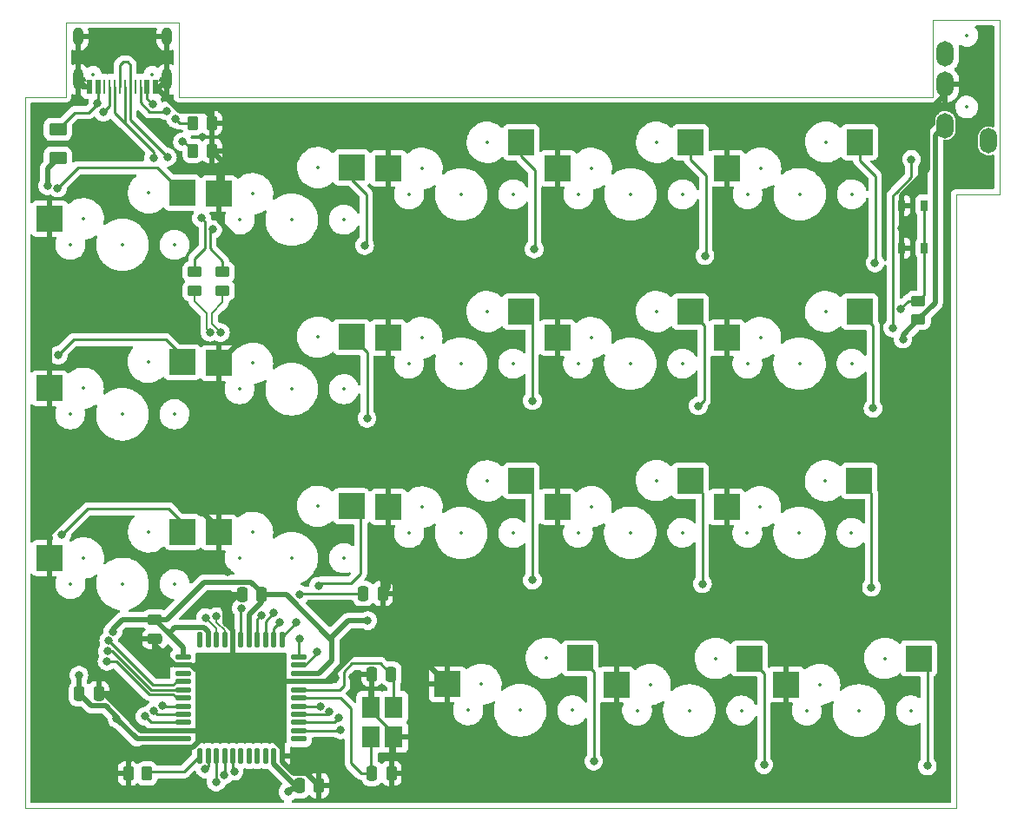
<source format=gbl>
%TF.GenerationSoftware,KiCad,Pcbnew,(6.0.6)*%
%TF.CreationDate,2022-12-14T08:04:59+09:00*%
%TF.ProjectId,split-mini__left,73706c69-742d-46d6-996e-695f5f6c6566,rev?*%
%TF.SameCoordinates,Original*%
%TF.FileFunction,Copper,L2,Bot*%
%TF.FilePolarity,Positive*%
%FSLAX46Y46*%
G04 Gerber Fmt 4.6, Leading zero omitted, Abs format (unit mm)*
G04 Created by KiCad (PCBNEW (6.0.6)) date 2022-12-14 08:04:59*
%MOMM*%
%LPD*%
G01*
G04 APERTURE LIST*
G04 Aperture macros list*
%AMRoundRect*
0 Rectangle with rounded corners*
0 $1 Rounding radius*
0 $2 $3 $4 $5 $6 $7 $8 $9 X,Y pos of 4 corners*
0 Add a 4 corners polygon primitive as box body*
4,1,4,$2,$3,$4,$5,$6,$7,$8,$9,$2,$3,0*
0 Add four circle primitives for the rounded corners*
1,1,$1+$1,$2,$3*
1,1,$1+$1,$4,$5*
1,1,$1+$1,$6,$7*
1,1,$1+$1,$8,$9*
0 Add four rect primitives between the rounded corners*
20,1,$1+$1,$2,$3,$4,$5,0*
20,1,$1+$1,$4,$5,$6,$7,0*
20,1,$1+$1,$6,$7,$8,$9,0*
20,1,$1+$1,$8,$9,$2,$3,0*%
G04 Aperture macros list end*
%TA.AperFunction,Profile*%
%ADD10C,0.100000*%
%TD*%
%TA.AperFunction,SMDPad,CuDef*%
%ADD11R,2.550000X2.500000*%
%TD*%
%TA.AperFunction,SMDPad,CuDef*%
%ADD12R,0.580000X1.400000*%
%TD*%
%TA.AperFunction,SMDPad,CuDef*%
%ADD13R,0.280000X1.400000*%
%TD*%
%TA.AperFunction,ComponentPad*%
%ADD14O,1.000000X1.800000*%
%TD*%
%TA.AperFunction,ComponentPad*%
%ADD15O,1.000000X2.100000*%
%TD*%
%TA.AperFunction,SMDPad,CuDef*%
%ADD16RoundRect,0.137500X-0.137500X0.600000X-0.137500X-0.600000X0.137500X-0.600000X0.137500X0.600000X0*%
%TD*%
%TA.AperFunction,SMDPad,CuDef*%
%ADD17RoundRect,0.137500X-0.600000X0.137500X-0.600000X-0.137500X0.600000X-0.137500X0.600000X0.137500X0*%
%TD*%
%TA.AperFunction,SMDPad,CuDef*%
%ADD18RoundRect,0.250000X-0.625000X0.375000X-0.625000X-0.375000X0.625000X-0.375000X0.625000X0.375000X0*%
%TD*%
%TA.AperFunction,SMDPad,CuDef*%
%ADD19RoundRect,0.250000X0.262500X0.450000X-0.262500X0.450000X-0.262500X-0.450000X0.262500X-0.450000X0*%
%TD*%
%TA.AperFunction,SMDPad,CuDef*%
%ADD20RoundRect,0.250000X-0.262500X-0.450000X0.262500X-0.450000X0.262500X0.450000X-0.262500X0.450000X0*%
%TD*%
%TA.AperFunction,SMDPad,CuDef*%
%ADD21RoundRect,0.250000X-0.250000X-0.475000X0.250000X-0.475000X0.250000X0.475000X-0.250000X0.475000X0*%
%TD*%
%TA.AperFunction,ComponentPad*%
%ADD22O,1.700000X2.500000*%
%TD*%
%TA.AperFunction,SMDPad,CuDef*%
%ADD23RoundRect,0.250000X0.250000X0.475000X-0.250000X0.475000X-0.250000X-0.475000X0.250000X-0.475000X0*%
%TD*%
%TA.AperFunction,SMDPad,CuDef*%
%ADD24R,0.650000X1.050000*%
%TD*%
%TA.AperFunction,SMDPad,CuDef*%
%ADD25R,1.800000X2.100000*%
%TD*%
%TA.AperFunction,SMDPad,CuDef*%
%ADD26RoundRect,0.250000X-0.475000X0.250000X-0.475000X-0.250000X0.475000X-0.250000X0.475000X0.250000X0*%
%TD*%
%TA.AperFunction,SMDPad,CuDef*%
%ADD27RoundRect,0.250000X0.450000X-0.262500X0.450000X0.262500X-0.450000X0.262500X-0.450000X-0.262500X0*%
%TD*%
%TA.AperFunction,SMDPad,CuDef*%
%ADD28RoundRect,0.250000X-0.450000X0.262500X-0.450000X-0.262500X0.450000X-0.262500X0.450000X0.262500X0*%
%TD*%
%TA.AperFunction,ViaPad*%
%ADD29C,0.800000*%
%TD*%
%TA.AperFunction,Conductor*%
%ADD30C,0.250000*%
%TD*%
%TA.AperFunction,Conductor*%
%ADD31C,0.500000*%
%TD*%
%TA.AperFunction,Conductor*%
%ADD32C,0.350000*%
%TD*%
%TA.AperFunction,Conductor*%
%ADD33C,0.200000*%
%TD*%
%ADD34C,0.350000*%
%ADD35O,0.600000X1.400000*%
%ADD36O,0.600000X1.700000*%
%ADD37O,1.000000X1.500000*%
G04 APERTURE END LIST*
D10*
X108880000Y-20730000D02*
X108880000Y-28230000D01*
X115380000Y-37730000D02*
X115380000Y-20730000D01*
X20380000Y-97555000D02*
X111155000Y-97555000D01*
X24380000Y-28230000D02*
X20380000Y-28230000D01*
X35380000Y-28230000D02*
X35380000Y-20930000D01*
X115380000Y-37730000D02*
X111155000Y-37730000D01*
X111155000Y-97555000D02*
X111155000Y-37730000D01*
X35380000Y-20930000D02*
X24380000Y-20930000D01*
X115380000Y-20730000D02*
X108880000Y-20730000D01*
X20380000Y-28230000D02*
X20380000Y-97555000D01*
X108880000Y-28230000D02*
X35380000Y-28230000D01*
X24380000Y-20930000D02*
X24380000Y-28230000D01*
D11*
%TO.P,SW15,1,1*%
%TO.N,GND*%
X88795000Y-68190000D03*
%TO.P,SW15,2,2*%
%TO.N,/col14*%
X101722000Y-65650000D03*
%TD*%
%TO.P,SW7,1,1*%
%TO.N,GND*%
X39295000Y-54180000D03*
%TO.P,SW7,2,2*%
%TO.N,/col6*%
X52222000Y-51640000D03*
%TD*%
%TO.P,SW3,1,1*%
%TO.N,GND*%
X55825000Y-35180000D03*
%TO.P,SW3,2,2*%
%TO.N,/col2*%
X68752000Y-32640000D03*
%TD*%
%TO.P,SW6,1,1*%
%TO.N,GND*%
X22785000Y-56630000D03*
%TO.P,SW6,2,2*%
%TO.N,/col5*%
X35712000Y-54090000D03*
%TD*%
%TO.P,SW17,1,1*%
%TO.N,GND*%
X78065000Y-85530000D03*
%TO.P,SW17,2,2*%
%TO.N,/col16*%
X90992000Y-82990000D03*
%TD*%
%TO.P,SW14,1,1*%
%TO.N,GND*%
X72305000Y-68180000D03*
%TO.P,SW14,2,2*%
%TO.N,/col13*%
X85232000Y-65640000D03*
%TD*%
%TO.P,SW9,1,1*%
%TO.N,GND*%
X72305000Y-51690000D03*
%TO.P,SW9,2,2*%
%TO.N,/col8*%
X85232000Y-49150000D03*
%TD*%
%TO.P,SW8,1,1*%
%TO.N,GND*%
X55805000Y-51690000D03*
%TO.P,SW8,2,2*%
%TO.N,/col7*%
X68732000Y-49150000D03*
%TD*%
%TO.P,SW10,1,1*%
%TO.N,GND*%
X88805000Y-51690000D03*
%TO.P,SW10,2,2*%
%TO.N,/col9*%
X101732000Y-49150000D03*
%TD*%
%TO.P,SW11,1,1*%
%TO.N,GND*%
X22815000Y-73180000D03*
%TO.P,SW11,2,2*%
%TO.N,/col10*%
X35742000Y-70640000D03*
%TD*%
%TO.P,SW1,1,1*%
%TO.N,GND*%
X22805000Y-40100000D03*
%TO.P,SW1,2,2*%
%TO.N,/col0*%
X35732000Y-37560000D03*
%TD*%
%TO.P,SW12,1,1*%
%TO.N,GND*%
X39295000Y-70680000D03*
%TO.P,SW12,2,2*%
%TO.N,/col11*%
X52222000Y-68140000D03*
%TD*%
%TO.P,SW5,1,1*%
%TO.N,GND*%
X88825000Y-35160000D03*
%TO.P,SW5,2,2*%
%TO.N,/col4*%
X101752000Y-32620000D03*
%TD*%
%TO.P,SW2,1,1*%
%TO.N,GND*%
X39305000Y-37650000D03*
%TO.P,SW2,2,2*%
%TO.N,/col1*%
X52232000Y-35110000D03*
%TD*%
%TO.P,SW13,1,1*%
%TO.N,GND*%
X55825000Y-68210000D03*
%TO.P,SW13,2,2*%
%TO.N,/col12*%
X68752000Y-65670000D03*
%TD*%
%TO.P,SW16,1,1*%
%TO.N,GND*%
X61575000Y-85510000D03*
%TO.P,SW16,2,2*%
%TO.N,/col15*%
X74502000Y-82970000D03*
%TD*%
%TO.P,SW4,1,1*%
%TO.N,GND*%
X72335000Y-35180000D03*
%TO.P,SW4,2,2*%
%TO.N,/col3*%
X85262000Y-32640000D03*
%TD*%
%TO.P,SW18,1,1*%
%TO.N,GND*%
X94585000Y-85520000D03*
%TO.P,SW18,2,2*%
%TO.N,/col17*%
X107512000Y-82980000D03*
%TD*%
D12*
%TO.P,J1,A1,GND*%
%TO.N,GND*%
X26690000Y-27200000D03*
%TO.P,J1,A4,VBUS*%
%TO.N,Net-(F1-Pad1)*%
X27490000Y-27200000D03*
D13*
%TO.P,J1,A5,CC1*%
%TO.N,Net-(J1-PadA5)*%
X28640000Y-27200000D03*
%TO.P,J1,A6,D+*%
%TO.N,Net-(J1-PadA6)*%
X29640000Y-27200000D03*
%TO.P,J1,A7,D-*%
%TO.N,Net-(J1-PadA7)*%
X30140000Y-27200000D03*
%TO.P,J1,A8,SBU1*%
%TO.N,unconnected-(J1-PadA8)*%
X31140000Y-27200000D03*
D12*
%TO.P,J1,A9,VBUS*%
%TO.N,Net-(F1-Pad1)*%
X32290000Y-27200000D03*
%TO.P,J1,A12,GND*%
%TO.N,GND*%
X33090000Y-27200000D03*
%TO.P,J1,B1,GND*%
X33090000Y-27200000D03*
%TO.P,J1,B4,VBUS*%
%TO.N,Net-(F1-Pad1)*%
X32290000Y-27200000D03*
D13*
%TO.P,J1,B5,CC2*%
%TO.N,Net-(J1-PadB5)*%
X31640000Y-27200000D03*
%TO.P,J1,B6,D+*%
%TO.N,Net-(J1-PadA6)*%
X30640000Y-27200000D03*
%TO.P,J1,B7,D-*%
%TO.N,Net-(J1-PadA7)*%
X29140000Y-27200000D03*
%TO.P,J1,B8,SBU2*%
%TO.N,unconnected-(J1-PadB8)*%
X28140000Y-27200000D03*
D12*
%TO.P,J1,B9,VBUS*%
%TO.N,Net-(F1-Pad1)*%
X27490000Y-27200000D03*
%TO.P,J1,B12,GND*%
%TO.N,GND*%
X26690000Y-27200000D03*
D14*
%TO.P,J1,S1,SHIELD*%
X34210000Y-22320000D03*
D15*
X25570000Y-26500000D03*
X34210000Y-26500000D03*
D14*
X25570000Y-22320000D03*
%TD*%
D16*
%TO.P,U1,1,PE6*%
%TO.N,unconnected-(U1-Pad1)*%
X37440000Y-81177500D03*
%TO.P,U1,2,UVCC*%
%TO.N,VCC*%
X38240000Y-81177500D03*
%TO.P,U1,3,D-*%
%TO.N,D-*%
X39040000Y-81177500D03*
%TO.P,U1,4,D+*%
%TO.N,D+*%
X39840000Y-81177500D03*
%TO.P,U1,5,UGND*%
%TO.N,GND*%
X40640000Y-81177500D03*
%TO.P,U1,6,UCAP*%
%TO.N,Net-(C1-Pad1)*%
X41440000Y-81177500D03*
%TO.P,U1,7,VBUS*%
%TO.N,VCC*%
X42240000Y-81177500D03*
%TO.P,U1,8,PB0*%
%TO.N,/col11*%
X43040000Y-81177500D03*
%TO.P,U1,9,PB1*%
%TO.N,/col6*%
X43840000Y-81177500D03*
%TO.P,U1,10,PB2*%
%TO.N,/col7*%
X44640000Y-81177500D03*
%TO.P,U1,11,PB3*%
%TO.N,/col8*%
X45440000Y-81177500D03*
D17*
%TO.P,U1,12,PB7*%
%TO.N,/col9*%
X47102500Y-82840000D03*
%TO.P,U1,13,~{RESET}*%
%TO.N,RESET*%
X47102500Y-83640000D03*
%TO.P,U1,14,VCC*%
%TO.N,VCC*%
X47102500Y-84440000D03*
%TO.P,U1,15,GND*%
%TO.N,GND*%
X47102500Y-85240000D03*
%TO.P,U1,16,XTAL2*%
%TO.N,XTAL2*%
X47102500Y-86040000D03*
%TO.P,U1,17,XTAL1*%
%TO.N,XTAL1*%
X47102500Y-86840000D03*
%TO.P,U1,18,PD0*%
%TO.N,SCL*%
X47102500Y-87640000D03*
%TO.P,U1,19,PD1*%
%TO.N,/col12*%
X47102500Y-88440000D03*
%TO.P,U1,20,PD2*%
%TO.N,/col13*%
X47102500Y-89240000D03*
%TO.P,U1,21,PD3*%
%TO.N,/col14*%
X47102500Y-90040000D03*
%TO.P,U1,22,PD5*%
%TO.N,unconnected-(U1-Pad22)*%
X47102500Y-90840000D03*
D16*
%TO.P,U1,23,GND*%
%TO.N,GND*%
X45440000Y-92502500D03*
%TO.P,U1,24,AVCC*%
%TO.N,VCC*%
X44640000Y-92502500D03*
%TO.P,U1,25,PD4*%
%TO.N,unconnected-(U1-Pad25)*%
X43840000Y-92502500D03*
%TO.P,U1,26,PD6*%
%TO.N,unconnected-(U1-Pad26)*%
X43040000Y-92502500D03*
%TO.P,U1,27,PD7*%
%TO.N,unconnected-(U1-Pad27)*%
X42240000Y-92502500D03*
%TO.P,U1,28,PB4*%
%TO.N,unconnected-(U1-Pad28)*%
X41440000Y-92502500D03*
%TO.P,U1,29,PB5*%
%TO.N,/col15*%
X40640000Y-92502500D03*
%TO.P,U1,30,PB6*%
%TO.N,/col16*%
X39840000Y-92502500D03*
%TO.P,U1,31,PC6*%
%TO.N,/col17*%
X39040000Y-92502500D03*
%TO.P,U1,32,PC7*%
%TO.N,/col4*%
X38240000Y-92502500D03*
%TO.P,U1,33,~{HWB}/PE2*%
%TO.N,Net-(R5-Pad1)*%
X37440000Y-92502500D03*
D17*
%TO.P,U1,34,VCC*%
%TO.N,VCC*%
X35777500Y-90840000D03*
%TO.P,U1,35,GND*%
%TO.N,GND*%
X35777500Y-90040000D03*
%TO.P,U1,36,PF7*%
%TO.N,/col1*%
X35777500Y-89240000D03*
%TO.P,U1,37,PF6*%
%TO.N,/col2*%
X35777500Y-88440000D03*
%TO.P,U1,38,PF5*%
%TO.N,/col3*%
X35777500Y-87640000D03*
%TO.P,U1,39,PF4*%
%TO.N,/col0*%
X35777500Y-86840000D03*
%TO.P,U1,40,PF1*%
%TO.N,/col5*%
X35777500Y-86040000D03*
%TO.P,U1,41,PF0*%
%TO.N,/col10*%
X35777500Y-85240000D03*
%TO.P,U1,42,AREF*%
%TO.N,unconnected-(U1-Pad42)*%
X35777500Y-84440000D03*
%TO.P,U1,43,GND*%
%TO.N,GND*%
X35777500Y-83640000D03*
%TO.P,U1,44,AVCC*%
%TO.N,VCC*%
X35777500Y-82840000D03*
%TD*%
D18*
%TO.P,F1,1*%
%TO.N,Net-(F1-Pad1)*%
X23590000Y-31370000D03*
%TO.P,F1,2*%
%TO.N,VCC*%
X23590000Y-34170000D03*
%TD*%
D19*
%TO.P,R5,1*%
%TO.N,Net-(R5-Pad1)*%
X32282500Y-94210000D03*
%TO.P,R5,2*%
%TO.N,GND*%
X30457500Y-94210000D03*
%TD*%
D20*
%TO.P,R1,1*%
%TO.N,Net-(J1-PadA5)*%
X36787500Y-33470000D03*
%TO.P,R1,2*%
%TO.N,GND*%
X38612500Y-33470000D03*
%TD*%
D21*
%TO.P,C5,1*%
%TO.N,VCC*%
X25680000Y-86410000D03*
%TO.P,C5,2*%
%TO.N,GND*%
X27580000Y-86410000D03*
%TD*%
D22*
%TO.P,J2,A*%
%TO.N,unconnected-(J2-PadA)*%
X114300000Y-32500000D03*
%TO.P,J2,B*%
%TO.N,SCL*%
X110100000Y-24000000D03*
%TO.P,J2,C*%
%TO.N,GND*%
X110100000Y-27000000D03*
%TO.P,J2,D*%
%TO.N,VCC*%
X110100000Y-31000000D03*
%TD*%
D23*
%TO.P,C7,1*%
%TO.N,XTAL2*%
X56090000Y-84520000D03*
%TO.P,C7,2*%
%TO.N,GND*%
X54190000Y-84520000D03*
%TD*%
D20*
%TO.P,R2,1*%
%TO.N,Net-(J1-PadB5)*%
X36767500Y-30780000D03*
%TO.P,R2,2*%
%TO.N,GND*%
X38592500Y-30780000D03*
%TD*%
D24*
%TO.P,RESET1,1,A*%
%TO.N,GND*%
X105870000Y-38790000D03*
%TO.P,RESET1,2,B*%
X105870000Y-42950000D03*
%TO.P,RESET1,3,C*%
%TO.N,RESET*%
X108030000Y-38790000D03*
%TO.P,RESET1,4,D*%
X108030000Y-42950000D03*
%TD*%
D25*
%TO.P,Y1,1,1*%
%TO.N,XTAL1*%
X54110000Y-90640000D03*
%TO.P,Y1,2,2*%
%TO.N,GND*%
X54110000Y-87740000D03*
%TO.P,Y1,3,3*%
%TO.N,XTAL2*%
X56310000Y-87740000D03*
%TO.P,Y1,4,4*%
%TO.N,GND*%
X56310000Y-90640000D03*
%TD*%
D21*
%TO.P,C4,1*%
%TO.N,VCC*%
X47150000Y-95390000D03*
%TO.P,C4,2*%
%TO.N,GND*%
X49050000Y-95390000D03*
%TD*%
D26*
%TO.P,C2,1*%
%TO.N,VCC*%
X33040000Y-79190000D03*
%TO.P,C2,2*%
%TO.N,GND*%
X33040000Y-81090000D03*
%TD*%
D27*
%TO.P,R6,1*%
%TO.N,VCC*%
X107480000Y-49925000D03*
%TO.P,R6,2*%
%TO.N,RESET*%
X107480000Y-48100000D03*
%TD*%
D23*
%TO.P,C6,1*%
%TO.N,GND*%
X56100000Y-94200000D03*
%TO.P,C6,2*%
%TO.N,XTAL1*%
X54200000Y-94200000D03*
%TD*%
D28*
%TO.P,R4,1*%
%TO.N,Net-(J1-PadA6)*%
X39650000Y-45297500D03*
X39650000Y-45297500D03*
%TO.P,R4,2*%
%TO.N,D+*%
X39650000Y-47122500D03*
%TD*%
%TO.P,R3,1*%
%TO.N,Net-(J1-PadA7)*%
X36920000Y-45287500D03*
%TO.P,R3,2*%
%TO.N,D-*%
X36920000Y-47112500D03*
%TD*%
D23*
%TO.P,C3,1*%
%TO.N,VCC*%
X43440000Y-76770000D03*
%TO.P,C3,2*%
%TO.N,GND*%
X41540000Y-76770000D03*
%TD*%
D21*
%TO.P,C1,1*%
%TO.N,Net-(C1-Pad1)*%
X53350000Y-76660000D03*
%TO.P,C1,2*%
%TO.N,GND*%
X55250000Y-76660000D03*
%TD*%
D29*
%TO.N,Net-(C1-Pad1)*%
X41489500Y-78094500D03*
X47200000Y-76750000D03*
%TO.N,GND*%
X40150000Y-74575000D03*
X52330000Y-84820000D03*
X88725000Y-45250000D03*
X39875000Y-78075000D03*
X50600000Y-84900000D03*
X105875000Y-41025000D03*
%TO.N,VCC*%
X22590000Y-36880000D03*
X25650000Y-84625000D03*
X29330353Y-88869647D03*
X53800000Y-79300000D03*
X46025000Y-96000000D03*
X105975000Y-51825000D03*
X28961382Y-80364083D03*
%TO.N,Net-(F1-Pad1)*%
X32830000Y-28940000D03*
X27460000Y-28870000D03*
%TO.N,Net-(J1-PadA5)*%
X35740000Y-32590000D03*
X28024028Y-29695152D03*
%TO.N,Net-(J1-PadA6)*%
X34270000Y-34080000D03*
X38684500Y-41140000D03*
%TO.N,Net-(J1-PadA7)*%
X32900000Y-34180000D03*
X37594177Y-40037183D03*
%TO.N,Net-(J1-PadB5)*%
X34180000Y-29560000D03*
X35074779Y-30353484D03*
%TO.N,SCL*%
X104974799Y-50749799D03*
X49175000Y-87675000D03*
X106800000Y-34300000D03*
%TO.N,D-*%
X38000000Y-79000000D03*
X38425994Y-51165238D03*
%TO.N,D+*%
X39050500Y-78901576D03*
X39450000Y-51200000D03*
%TO.N,RESET*%
X105775000Y-48925000D03*
X48850000Y-82325000D03*
%TO.N,/col0*%
X28387352Y-83266524D03*
X23562933Y-37108925D03*
%TO.N,/col1*%
X32076475Y-88625807D03*
X53500000Y-42700000D03*
%TO.N,/col2*%
X70025000Y-43050000D03*
X32947493Y-88135569D03*
%TO.N,/col3*%
X33775000Y-87575000D03*
X86675000Y-43700000D03*
%TO.N,/col4*%
X37950000Y-93775000D03*
X103250000Y-44400000D03*
%TO.N,/col5*%
X23634500Y-53400000D03*
X28439623Y-82268389D03*
%TO.N,/col6*%
X53725000Y-59550000D03*
X44650000Y-78550000D03*
%TO.N,/col7*%
X45225000Y-79500000D03*
X69850000Y-57850000D03*
%TO.N,/col8*%
X86025000Y-58350000D03*
X46850000Y-79500000D03*
%TO.N,/col9*%
X47125000Y-81050000D03*
X103050000Y-58575000D03*
%TO.N,/col10*%
X23970438Y-70870938D03*
X28550000Y-81275000D03*
%TO.N,/col11*%
X49000000Y-75935500D03*
X43410000Y-78750000D03*
%TO.N,/col12*%
X50075000Y-88200000D03*
X69850000Y-75350000D03*
%TO.N,/col13*%
X86425000Y-75700000D03*
X50950000Y-88800000D03*
%TO.N,/col14*%
X102900000Y-76050000D03*
X51150000Y-89950000D03*
%TO.N,/col15*%
X40775000Y-94000000D03*
X75825000Y-93000000D03*
%TO.N,/col16*%
X92425000Y-93350000D03*
X39764500Y-94375000D03*
%TO.N,/col17*%
X108350000Y-93475000D03*
X39025162Y-95047596D03*
%TD*%
D30*
%TO.N,Net-(C1-Pad1)*%
X47200000Y-76750000D02*
X47290000Y-76660000D01*
X41489500Y-78094500D02*
X41440000Y-78144000D01*
X47290000Y-76660000D02*
X53350000Y-76660000D01*
X41440000Y-78144000D02*
X41440000Y-81177500D01*
D31*
%TO.N,GND*%
X105870000Y-37790000D02*
X105870000Y-38790000D01*
X39295000Y-73720000D02*
X39295000Y-70680000D01*
X55250000Y-79650000D02*
X52500000Y-82400000D01*
X41480000Y-88770000D02*
X42475850Y-88770000D01*
X47875000Y-94215000D02*
X49050000Y-95390000D01*
X26230000Y-67410000D02*
X36410000Y-67410000D01*
X45440000Y-92502500D02*
X45440000Y-93080900D01*
X61575000Y-85510000D02*
X58465000Y-82400000D01*
X88795000Y-68190000D02*
X88795000Y-51700000D01*
X88805000Y-51690000D02*
X88805000Y-35180000D01*
X50600000Y-84900000D02*
X50260000Y-85240000D01*
X26270000Y-27200000D02*
X25570000Y-26500000D01*
X34210000Y-22320000D02*
X34210000Y-26500000D01*
X40210000Y-90040000D02*
X41480000Y-88770000D01*
X72305000Y-76505000D02*
X72305000Y-68180000D01*
X41100000Y-52375000D02*
X39295000Y-54180000D01*
X54190000Y-84520000D02*
X52630000Y-84520000D01*
X55825000Y-68210000D02*
X55825000Y-76085000D01*
X72335000Y-35180000D02*
X72335000Y-51660000D01*
X22815000Y-73180000D02*
X22815000Y-70825000D01*
X22815000Y-70825000D02*
X26230000Y-67410000D01*
X45440000Y-91734150D02*
X45440000Y-92502500D01*
X54110000Y-87740000D02*
X54110000Y-88530000D01*
X54190000Y-84520000D02*
X54190000Y-87660000D01*
D32*
X54110000Y-88530000D02*
X54530000Y-88530000D01*
D31*
X78065000Y-82265000D02*
X76925000Y-81125000D01*
X75950000Y-80150000D02*
X75450000Y-80650000D01*
X41540000Y-76770000D02*
X41150000Y-76770000D01*
X37045850Y-84140000D02*
X40630000Y-84140000D01*
X36545850Y-83640000D02*
X37045850Y-84140000D01*
X26690000Y-27200000D02*
X26270000Y-27200000D01*
X63800000Y-80650000D02*
X61575000Y-82875000D01*
X25570000Y-26500000D02*
X25570000Y-22320000D01*
X22815000Y-73180000D02*
X22815000Y-56660000D01*
X110100000Y-27950000D02*
X110100000Y-27000000D01*
X33040000Y-81090000D02*
X33040000Y-81670850D01*
X41260000Y-84770000D02*
X40640000Y-84150000D01*
X22815000Y-56660000D02*
X22785000Y-56630000D01*
X31702082Y-90040000D02*
X35777500Y-90040000D01*
X88795000Y-51700000D02*
X88805000Y-51690000D01*
X78065000Y-85530000D02*
X78065000Y-82265000D01*
X39610000Y-37345000D02*
X39305000Y-37650000D01*
X42170000Y-85240000D02*
X47102500Y-85240000D01*
X36715000Y-91659150D02*
X38334150Y-90040000D01*
X108370000Y-29680000D02*
X110100000Y-27950000D01*
D32*
X54530000Y-88530000D02*
X56310000Y-90310000D01*
D31*
X38612500Y-33470000D02*
X39610000Y-34467500D01*
X33090000Y-27200000D02*
X33510000Y-27200000D01*
X39900000Y-79515705D02*
X40640000Y-80255705D01*
X33510000Y-27200000D02*
X34210000Y-26500000D01*
X88795000Y-74565000D02*
X88795000Y-68190000D01*
X40630000Y-84140000D02*
X41260000Y-84770000D01*
X76925000Y-81125000D02*
X75950000Y-80150000D01*
X52500000Y-82400000D02*
X52496828Y-82400000D01*
X31818350Y-91659150D02*
X36715000Y-91659150D01*
X50600000Y-84296828D02*
X52496828Y-82400000D01*
X58465000Y-82400000D02*
X52496828Y-82400000D01*
X55825000Y-68210000D02*
X55825000Y-51710000D01*
X50260000Y-85240000D02*
X47102500Y-85240000D01*
X28072082Y-86410000D02*
X31702082Y-90040000D01*
X56100000Y-90850000D02*
X56310000Y-90640000D01*
X50600000Y-84900000D02*
X50600000Y-84296828D01*
X41150000Y-76770000D02*
X39900000Y-78020000D01*
X41100000Y-42090000D02*
X41100000Y-52375000D01*
X25570000Y-22320000D02*
X34210000Y-22320000D01*
X35777500Y-83640000D02*
X36545850Y-83640000D01*
X27580000Y-86410000D02*
X28072082Y-86410000D01*
X108370000Y-35290000D02*
X108370000Y-29680000D01*
X41480000Y-85930000D02*
X41480000Y-84990000D01*
X105875000Y-41025000D02*
X105870000Y-42950000D01*
X41480000Y-88770000D02*
X41480000Y-85930000D01*
D32*
X56310000Y-90310000D02*
X56310000Y-90640000D01*
D31*
X35777500Y-90040000D02*
X40210000Y-90040000D01*
X88805000Y-35180000D02*
X88825000Y-35160000D01*
X45440000Y-93080900D02*
X46574100Y-94215000D01*
X38050000Y-29630000D02*
X35520000Y-29630000D01*
X38592500Y-30780000D02*
X38592500Y-30172500D01*
X61575000Y-82875000D02*
X61575000Y-85510000D01*
X39295000Y-54180000D02*
X39295000Y-67895000D01*
X38334150Y-90040000D02*
X39140000Y-90040000D01*
X40640000Y-84150000D02*
X40640000Y-81177500D01*
X39305000Y-40295000D02*
X41100000Y-42090000D01*
X55825000Y-76085000D02*
X55250000Y-76660000D01*
X35520000Y-29630000D02*
X33090000Y-27200000D01*
X39295000Y-70295000D02*
X39295000Y-70680000D01*
X55825000Y-51710000D02*
X55805000Y-51690000D01*
X38592500Y-33450000D02*
X38612500Y-33470000D01*
X42475850Y-88770000D02*
X45440000Y-91734150D01*
X94585000Y-80355000D02*
X88795000Y-74565000D01*
X22785000Y-40120000D02*
X22805000Y-40100000D01*
X72305000Y-51690000D02*
X72305000Y-68180000D01*
X52630000Y-84520000D02*
X52330000Y-84820000D01*
X30457500Y-93020000D02*
X31818350Y-91659150D01*
X108370000Y-35290000D02*
X107400000Y-36250000D01*
X36410000Y-67410000D02*
X39295000Y-70295000D01*
X75450000Y-80650000D02*
X63800000Y-80650000D01*
X55805000Y-35200000D02*
X55825000Y-35180000D01*
X38592500Y-30780000D02*
X38592500Y-33450000D01*
X105870000Y-38790000D02*
X105875000Y-41025000D01*
X39900000Y-78020000D02*
X39900000Y-79515705D01*
X39295000Y-67895000D02*
X39295000Y-70680000D01*
X38592500Y-30172500D02*
X38050000Y-29630000D01*
X77695000Y-80355000D02*
X76925000Y-81125000D01*
X94585000Y-85520000D02*
X94585000Y-80355000D01*
X33040000Y-81670850D02*
X35009150Y-83640000D01*
X72335000Y-51660000D02*
X72305000Y-51690000D01*
X56100000Y-94200000D02*
X56100000Y-90850000D01*
X30457500Y-94210000D02*
X30457500Y-93020000D01*
X46574100Y-94215000D02*
X47875000Y-94215000D01*
X94585000Y-80355000D02*
X77695000Y-80355000D01*
X35009150Y-83640000D02*
X35777500Y-83640000D01*
X75950000Y-80150000D02*
X72305000Y-76505000D01*
X39610000Y-34467500D02*
X39610000Y-37345000D01*
X55805000Y-51690000D02*
X55805000Y-35200000D01*
X41480000Y-84990000D02*
X41260000Y-84770000D01*
X54190000Y-87660000D02*
X54110000Y-87740000D01*
X39305000Y-37650000D02*
X39305000Y-40295000D01*
X41480000Y-85930000D02*
X42170000Y-85240000D01*
X107400000Y-36250000D02*
X105870000Y-37790000D01*
X40640000Y-80255705D02*
X40640000Y-81177500D01*
X55250000Y-76660000D02*
X55250000Y-79650000D01*
X22785000Y-56630000D02*
X22785000Y-40120000D01*
X40150000Y-74575000D02*
X39295000Y-73720000D01*
%TO.N,VCC*%
X34425000Y-80575000D02*
X35010000Y-79990000D01*
X26855000Y-87585000D02*
X25680000Y-86410000D01*
X37840000Y-79990000D02*
X38240000Y-80390000D01*
X28961382Y-80138618D02*
X29910000Y-79190000D01*
X35777500Y-81927500D02*
X34425000Y-80575000D01*
X53800000Y-79300000D02*
X51875000Y-79300000D01*
X28961382Y-80364083D02*
X28961382Y-80138618D01*
X29330353Y-88658221D02*
X28257132Y-87585000D01*
X46305000Y-95720000D02*
X46820000Y-95720000D01*
X50300000Y-80875000D02*
X50300000Y-81210000D01*
X49060000Y-84440000D02*
X50300000Y-83200000D01*
X43440000Y-77490000D02*
X42240000Y-78690000D01*
X25650000Y-86380000D02*
X25680000Y-86410000D01*
X34180000Y-79190000D02*
X37810000Y-75560000D01*
X42460000Y-75560000D02*
X43440000Y-76540000D01*
X43440000Y-76540000D02*
X43440000Y-76770000D01*
X22590000Y-35170000D02*
X23590000Y-34170000D01*
X25650000Y-84625000D02*
X25650000Y-86380000D01*
X42240000Y-78690000D02*
X42240000Y-81177500D01*
X50300000Y-83200000D02*
X50300000Y-81210000D01*
X29330353Y-88869647D02*
X31300706Y-90840000D01*
X46759150Y-95390000D02*
X44640000Y-93270850D01*
X38240000Y-80390000D02*
X38240000Y-81177500D01*
X107480000Y-49925000D02*
X109100000Y-48305000D01*
X50300000Y-81210000D02*
X45860000Y-76770000D01*
X47150000Y-95390000D02*
X46759150Y-95390000D01*
X28257132Y-87585000D02*
X26855000Y-87585000D01*
X51875000Y-79300000D02*
X50300000Y-80875000D01*
X22590000Y-36880000D02*
X22590000Y-35170000D01*
X29330353Y-88869647D02*
X29330353Y-88658221D01*
X109100000Y-48305000D02*
X109100000Y-32000000D01*
X109100000Y-32000000D02*
X110100000Y-31000000D01*
X105975000Y-51430000D02*
X107480000Y-49925000D01*
X105975000Y-51825000D02*
X105975000Y-51430000D01*
X46025000Y-96000000D02*
X46305000Y-95720000D01*
X43440000Y-76770000D02*
X43440000Y-77490000D01*
X45860000Y-76770000D02*
X43440000Y-76770000D01*
X34425000Y-80575000D02*
X33040000Y-79190000D01*
X33040000Y-79190000D02*
X34180000Y-79190000D01*
X46820000Y-95720000D02*
X47150000Y-95390000D01*
X47102500Y-84440000D02*
X49060000Y-84440000D01*
X35777500Y-82840000D02*
X35777500Y-81927500D01*
X44640000Y-93270850D02*
X44640000Y-92502500D01*
X31300706Y-90840000D02*
X35777500Y-90840000D01*
X37810000Y-75560000D02*
X42460000Y-75560000D01*
X29910000Y-79190000D02*
X33040000Y-79190000D01*
X35010000Y-79990000D02*
X37840000Y-79990000D01*
D30*
%TO.N,XTAL1*%
X52190000Y-87860000D02*
X51170000Y-86840000D01*
X51170000Y-86840000D02*
X47102500Y-86840000D01*
X54110000Y-90640000D02*
X54110000Y-94110000D01*
X53190000Y-94200000D02*
X52190000Y-93200000D01*
X52190000Y-93200000D02*
X52190000Y-87860000D01*
X54110000Y-94110000D02*
X54200000Y-94200000D01*
X54200000Y-94200000D02*
X53190000Y-94200000D01*
%TO.N,XTAL2*%
X56090000Y-84520000D02*
X56310000Y-84740000D01*
X51080000Y-86040000D02*
X47102500Y-86040000D01*
X51450000Y-85670000D02*
X51080000Y-86040000D01*
X55040000Y-83470000D02*
X52240000Y-83470000D01*
X56310000Y-84740000D02*
X56310000Y-87740000D01*
X51450000Y-84260000D02*
X51450000Y-85670000D01*
X56090000Y-84520000D02*
X55040000Y-83470000D01*
X52240000Y-83470000D02*
X51450000Y-84260000D01*
%TO.N,Net-(F1-Pad1)*%
X25230000Y-29730000D02*
X26610000Y-29730000D01*
X23590000Y-31370000D02*
X25230000Y-29730000D01*
X32290000Y-28400000D02*
X32830000Y-28940000D01*
X27490000Y-28850000D02*
X27490000Y-27200000D01*
X32290000Y-27200000D02*
X32290000Y-28400000D01*
X26610000Y-29730000D02*
X27490000Y-28850000D01*
%TO.N,Net-(J1-PadA5)*%
X28024028Y-29695152D02*
X28640000Y-29079180D01*
X35907500Y-32590000D02*
X36787500Y-33470000D01*
X28640000Y-29079180D02*
X28640000Y-27200000D01*
X35740000Y-32590000D02*
X35907500Y-32590000D01*
%TO.N,Net-(J1-PadA6)*%
X30640000Y-30450000D02*
X34270000Y-34080000D01*
X30640000Y-25090000D02*
X30640000Y-27200000D01*
X38410000Y-43010000D02*
X39650000Y-44250000D01*
X39650000Y-44250000D02*
X39650000Y-45297500D01*
X29960000Y-24810000D02*
X30360000Y-24810000D01*
X38410000Y-41414500D02*
X38410000Y-43010000D01*
X29640000Y-25130000D02*
X29960000Y-24810000D01*
X30640000Y-27200000D02*
X30640000Y-30450000D01*
X30360000Y-24810000D02*
X30640000Y-25090000D01*
X29640000Y-27200000D02*
X29640000Y-25130000D01*
X38684500Y-41140000D02*
X38410000Y-41414500D01*
%TO.N,Net-(J1-PadA7)*%
X36920000Y-45287500D02*
X36920000Y-44000000D01*
X30140000Y-27200000D02*
X30140000Y-30790000D01*
X30140000Y-30790000D02*
X30225000Y-30875000D01*
X30225000Y-30875000D02*
X32900000Y-33550000D01*
X37960000Y-40403006D02*
X37594177Y-40037183D01*
X37960000Y-42960000D02*
X37960000Y-40403006D01*
X29140000Y-29790000D02*
X30225000Y-30875000D01*
X29140000Y-27200000D02*
X29140000Y-29790000D01*
X32900000Y-33550000D02*
X32900000Y-34180000D01*
X36920000Y-44000000D02*
X37960000Y-42960000D01*
%TO.N,Net-(J1-PadB5)*%
X35501295Y-30780000D02*
X36767500Y-30780000D01*
X31640000Y-28775305D02*
X31640000Y-27200000D01*
X35074779Y-30353484D02*
X35501295Y-30780000D01*
X34075000Y-29665000D02*
X32529695Y-29665000D01*
X34180000Y-29560000D02*
X34075000Y-29665000D01*
X32529695Y-29665000D02*
X31640000Y-28775305D01*
%TO.N,SCL*%
X105294227Y-37553701D02*
X106800000Y-36038087D01*
X47102500Y-87640000D02*
X49140000Y-87640000D01*
X49140000Y-87640000D02*
X49175000Y-87675000D01*
X105000000Y-37847928D02*
X105294227Y-37553701D01*
X104974799Y-50749799D02*
X105000000Y-50724598D01*
X105000000Y-50724598D02*
X105000000Y-37847928D01*
X106800000Y-36038087D02*
X106800000Y-34300000D01*
D33*
%TO.N,D-*%
X38000000Y-79000000D02*
X39040000Y-80040000D01*
X38140000Y-49350000D02*
X36920000Y-48130000D01*
X38425994Y-51165238D02*
X38140000Y-50879244D01*
X36920000Y-48130000D02*
X36920000Y-47112500D01*
X38140000Y-50879244D02*
X38140000Y-49350000D01*
X39040000Y-80040000D02*
X39040000Y-81177500D01*
%TO.N,D+*%
X39450000Y-51200000D02*
X38600000Y-50350000D01*
X39840000Y-80233523D02*
X39840000Y-81177500D01*
X39050500Y-78901576D02*
X39050500Y-79444023D01*
X39650000Y-48260000D02*
X39650000Y-47122500D01*
X38600000Y-49310000D02*
X39650000Y-48260000D01*
X38600000Y-50350000D02*
X38600000Y-49310000D01*
X39050500Y-79444023D02*
X39840000Y-80233523D01*
D30*
%TO.N,Net-(R5-Pad1)*%
X37440000Y-92502500D02*
X35902500Y-94040000D01*
X35902500Y-94040000D02*
X32452500Y-94040000D01*
X32452500Y-94040000D02*
X32282500Y-94210000D01*
%TO.N,RESET*%
X47102500Y-83640000D02*
X47694074Y-83640000D01*
X108030000Y-47550000D02*
X108030000Y-42950000D01*
X47694074Y-83640000D02*
X48850000Y-82484074D01*
X108030000Y-42950000D02*
X108030000Y-38790000D01*
X48850000Y-82484074D02*
X48850000Y-82325000D01*
X105775000Y-48925000D02*
X105775000Y-48825000D01*
X107480000Y-48100000D02*
X108030000Y-47550000D01*
X106500000Y-48100000D02*
X107480000Y-48100000D01*
X105775000Y-48825000D02*
X106500000Y-48100000D01*
%TO.N,/col0*%
X32492208Y-86490000D02*
X34835926Y-86490000D01*
X29268732Y-83266524D02*
X32492208Y-86490000D01*
X34835926Y-86490000D02*
X35185926Y-86840000D01*
X35185926Y-86840000D02*
X35777500Y-86840000D01*
X23562933Y-37108925D02*
X25571858Y-35100000D01*
X28387352Y-83266524D02*
X29268732Y-83266524D01*
X25571858Y-35100000D02*
X33272000Y-35100000D01*
X33272000Y-35100000D02*
X35732000Y-37560000D01*
%TO.N,/col1*%
X52232000Y-36282000D02*
X52232000Y-35110000D01*
X32690668Y-89240000D02*
X35777500Y-89240000D01*
X53650000Y-37700000D02*
X52232000Y-36282000D01*
X53500000Y-42700000D02*
X53650000Y-42550000D01*
X53650000Y-42550000D02*
X53650000Y-37700000D01*
X32076475Y-88625807D02*
X32690668Y-89240000D01*
%TO.N,/col2*%
X70025000Y-43050000D02*
X70100000Y-42975000D01*
X70100000Y-35350000D02*
X68752000Y-34002000D01*
X68752000Y-34002000D02*
X68752000Y-32640000D01*
X70100000Y-42975000D02*
X70100000Y-35350000D01*
X32947493Y-88135569D02*
X33251924Y-88440000D01*
X33251924Y-88440000D02*
X35777500Y-88440000D01*
%TO.N,/col3*%
X86675000Y-43700000D02*
X86750000Y-43625000D01*
X33775000Y-87575000D02*
X33875000Y-87575000D01*
X85262000Y-34337000D02*
X85262000Y-32640000D01*
X33940000Y-87640000D02*
X33775000Y-87575000D01*
X86750000Y-43625000D02*
X86750000Y-35825000D01*
X35777500Y-87640000D02*
X33940000Y-87640000D01*
X86750000Y-35825000D02*
X85262000Y-34337000D01*
%TO.N,/col4*%
X103275000Y-35925000D02*
X101752000Y-34402000D01*
X103275000Y-44375000D02*
X103275000Y-35925000D01*
X103250000Y-44400000D02*
X103275000Y-44375000D01*
X38240000Y-93485000D02*
X38240000Y-92502500D01*
X101752000Y-34402000D02*
X101752000Y-32620000D01*
X37950000Y-93775000D02*
X38240000Y-93485000D01*
%TO.N,/col5*%
X32678604Y-86040000D02*
X35777500Y-86040000D01*
X28439623Y-82268389D02*
X28906993Y-82268389D01*
X35712000Y-53512000D02*
X35712000Y-54090000D01*
X23634500Y-53400000D02*
X25134500Y-51900000D01*
X28906993Y-82268389D02*
X32678604Y-86040000D01*
X25134500Y-51900000D02*
X34100000Y-51900000D01*
X34100000Y-51900000D02*
X35712000Y-53512000D01*
%TO.N,/col6*%
X43840000Y-79360000D02*
X44650000Y-78550000D01*
X43840000Y-81177500D02*
X43840000Y-79360000D01*
X53725000Y-53143000D02*
X52222000Y-51640000D01*
X53725000Y-59550000D02*
X53725000Y-53143000D01*
%TO.N,/col7*%
X69850000Y-50268000D02*
X68732000Y-49150000D01*
X44640000Y-81177500D02*
X44640000Y-80085000D01*
X69850000Y-57850000D02*
X69850000Y-50268000D01*
X44640000Y-80085000D02*
X45225000Y-79500000D01*
%TO.N,/col8*%
X45440000Y-80910000D02*
X46850000Y-79500000D01*
X86600000Y-50518000D02*
X85232000Y-49150000D01*
X86025000Y-58350000D02*
X86600000Y-57775000D01*
X86600000Y-57775000D02*
X86600000Y-50518000D01*
X45440000Y-81177500D02*
X45440000Y-80910000D01*
%TO.N,/col9*%
X47102500Y-82840000D02*
X47102500Y-81072500D01*
X103050000Y-58575000D02*
X103050000Y-50468000D01*
X47102500Y-81072500D02*
X47125000Y-81050000D01*
X103050000Y-50468000D02*
X101732000Y-49150000D01*
%TO.N,/col10*%
X35185926Y-85240000D02*
X34835926Y-85590000D01*
X35742000Y-69717000D02*
X35742000Y-70640000D01*
X32865000Y-85590000D02*
X28550000Y-81275000D01*
X34400000Y-68375000D02*
X35742000Y-69717000D01*
X34835926Y-85590000D02*
X32865000Y-85590000D01*
X23970438Y-70870938D02*
X26466376Y-68375000D01*
X26466376Y-68375000D02*
X34400000Y-68375000D01*
X35777500Y-85240000D02*
X35185926Y-85240000D01*
%TO.N,/col11*%
X53100000Y-69018000D02*
X52222000Y-68140000D01*
X43040000Y-81177500D02*
X43040000Y-79120000D01*
X49300000Y-75635500D02*
X52164500Y-75635500D01*
X53100000Y-74700000D02*
X53100000Y-69018000D01*
X49000000Y-75935500D02*
X49300000Y-75635500D01*
X43040000Y-79120000D02*
X43410000Y-78750000D01*
X52164500Y-75635500D02*
X53100000Y-74700000D01*
%TO.N,/col12*%
X49835000Y-88440000D02*
X50075000Y-88200000D01*
X69850000Y-75350000D02*
X69850000Y-66768000D01*
X69850000Y-66768000D02*
X68752000Y-65670000D01*
X47102500Y-88440000D02*
X49835000Y-88440000D01*
%TO.N,/col13*%
X86425000Y-75700000D02*
X86425000Y-66833000D01*
X86425000Y-66833000D02*
X85232000Y-65640000D01*
X47102500Y-89240000D02*
X50510000Y-89240000D01*
X50510000Y-89240000D02*
X50950000Y-88800000D01*
%TO.N,/col14*%
X102900000Y-66828000D02*
X101722000Y-65650000D01*
X102900000Y-76050000D02*
X102900000Y-66828000D01*
X51060000Y-90040000D02*
X51150000Y-89950000D01*
X47102500Y-90040000D02*
X51060000Y-90040000D01*
%TO.N,/col15*%
X75825000Y-93000000D02*
X75825000Y-84293000D01*
X75825000Y-84293000D02*
X74502000Y-82970000D01*
X40640000Y-92502500D02*
X40640000Y-93865000D01*
X40640000Y-93865000D02*
X40775000Y-94000000D01*
%TO.N,/col16*%
X39764500Y-94375000D02*
X39840000Y-94299500D01*
X92425000Y-93350000D02*
X92425000Y-84423000D01*
X39840000Y-94299500D02*
X39840000Y-92502500D01*
X92425000Y-84423000D02*
X90992000Y-82990000D01*
%TO.N,/col17*%
X108350000Y-93475000D02*
X108350000Y-83818000D01*
X108350000Y-83818000D02*
X107512000Y-82980000D01*
X39025162Y-95047596D02*
X39040000Y-95032758D01*
X39040000Y-95032758D02*
X39040000Y-92502500D01*
%TD*%
%TA.AperFunction,Conductor*%
%TO.N,GND*%
G36*
X114813621Y-21258502D02*
G01*
X114860114Y-21312158D01*
X114871500Y-21364500D01*
X114871500Y-31063708D01*
X114851498Y-31131829D01*
X114797842Y-31178322D01*
X114727568Y-31188426D01*
X114689871Y-31176763D01*
X114656276Y-31160233D01*
X114650545Y-31157413D01*
X114644367Y-31155804D01*
X114644365Y-31155803D01*
X114460034Y-31107788D01*
X114460031Y-31107788D01*
X114453852Y-31106178D01*
X114372672Y-31101924D01*
X114257256Y-31095875D01*
X114257252Y-31095875D01*
X114250874Y-31095541D01*
X114049903Y-31125935D01*
X114043908Y-31128141D01*
X114043907Y-31128141D01*
X114022251Y-31136109D01*
X113859148Y-31196119D01*
X113853728Y-31199479D01*
X113853727Y-31199480D01*
X113691824Y-31299863D01*
X113691820Y-31299866D01*
X113686401Y-31303226D01*
X113681763Y-31307612D01*
X113566110Y-31416980D01*
X113538720Y-31442881D01*
X113422137Y-31609379D01*
X113341414Y-31795919D01*
X113340108Y-31802171D01*
X113301182Y-31988500D01*
X113299849Y-31994880D01*
X113299500Y-32001539D01*
X113299500Y-32950800D01*
X113314880Y-33102216D01*
X113375662Y-33296172D01*
X113474203Y-33473944D01*
X113478356Y-33478789D01*
X113478359Y-33478793D01*
X113489129Y-33491358D01*
X113606477Y-33628271D01*
X113611514Y-33632178D01*
X113611516Y-33632180D01*
X113678749Y-33684331D01*
X113767081Y-33752848D01*
X113949455Y-33842587D01*
X113955633Y-33844196D01*
X113955635Y-33844197D01*
X114139966Y-33892212D01*
X114139969Y-33892212D01*
X114146148Y-33893822D01*
X114227328Y-33898076D01*
X114342744Y-33904125D01*
X114342748Y-33904125D01*
X114349126Y-33904459D01*
X114550097Y-33874065D01*
X114701994Y-33818178D01*
X114772830Y-33813428D01*
X114834990Y-33847729D01*
X114868738Y-33910192D01*
X114871500Y-33936428D01*
X114871500Y-37095500D01*
X114851498Y-37163621D01*
X114797842Y-37210114D01*
X114745500Y-37221500D01*
X111163623Y-37221500D01*
X111162853Y-37221498D01*
X111162037Y-37221493D01*
X111085279Y-37221024D01*
X111065360Y-37226717D01*
X111056847Y-37229150D01*
X111040085Y-37232728D01*
X111010813Y-37236920D01*
X111002645Y-37240634D01*
X111002644Y-37240634D01*
X110987438Y-37247548D01*
X110969914Y-37253996D01*
X110945229Y-37261051D01*
X110937635Y-37265843D01*
X110937632Y-37265844D01*
X110920220Y-37276830D01*
X110905137Y-37284969D01*
X110878218Y-37297208D01*
X110871416Y-37303069D01*
X110858765Y-37313970D01*
X110843761Y-37325073D01*
X110822042Y-37338776D01*
X110816103Y-37345501D01*
X110816099Y-37345504D01*
X110802468Y-37360938D01*
X110790276Y-37372982D01*
X110774673Y-37386427D01*
X110774671Y-37386430D01*
X110767873Y-37392287D01*
X110762993Y-37399816D01*
X110762992Y-37399817D01*
X110753906Y-37413835D01*
X110742615Y-37428709D01*
X110733014Y-37439581D01*
X110725622Y-37447951D01*
X110716759Y-37466828D01*
X110713058Y-37474711D01*
X110704737Y-37489691D01*
X110693529Y-37506983D01*
X110693527Y-37506988D01*
X110688648Y-37514515D01*
X110686078Y-37523108D01*
X110686076Y-37523113D01*
X110681289Y-37539120D01*
X110674628Y-37556564D01*
X110667533Y-37571676D01*
X110663719Y-37579800D01*
X110662338Y-37588667D01*
X110662338Y-37588668D01*
X110659170Y-37609015D01*
X110655387Y-37625732D01*
X110649485Y-37645466D01*
X110649484Y-37645472D01*
X110646914Y-37654066D01*
X110646859Y-37663037D01*
X110646859Y-37663038D01*
X110646818Y-37669783D01*
X110646707Y-37688043D01*
X110646704Y-37688497D01*
X110646671Y-37689289D01*
X110646500Y-37690386D01*
X110646500Y-37721377D01*
X110646498Y-37722147D01*
X110646225Y-37766907D01*
X110646024Y-37799721D01*
X110646408Y-37801065D01*
X110646500Y-37802410D01*
X110646500Y-96920500D01*
X110626498Y-96988621D01*
X110572842Y-97035114D01*
X110520500Y-97046500D01*
X46500939Y-97046500D01*
X46432818Y-97026498D01*
X46386325Y-96972842D01*
X46376221Y-96902568D01*
X46405715Y-96837988D01*
X46449690Y-96805393D01*
X46475722Y-96793803D01*
X46475724Y-96793802D01*
X46481752Y-96791118D01*
X46636253Y-96678866D01*
X46657095Y-96655719D01*
X46717542Y-96618480D01*
X46763573Y-96614686D01*
X46819132Y-96620378D01*
X46849600Y-96623500D01*
X47450400Y-96623500D01*
X47453646Y-96623163D01*
X47453650Y-96623163D01*
X47549308Y-96613238D01*
X47549312Y-96613237D01*
X47556166Y-96612526D01*
X47562702Y-96610345D01*
X47562704Y-96610345D01*
X47716998Y-96558868D01*
X47723946Y-96556550D01*
X47874348Y-96463478D01*
X47999305Y-96338303D01*
X48002102Y-96333765D01*
X48059353Y-96293176D01*
X48130276Y-96289946D01*
X48191687Y-96325572D01*
X48199062Y-96334068D01*
X48207098Y-96344207D01*
X48321829Y-96458739D01*
X48333240Y-96467751D01*
X48471243Y-96552816D01*
X48484424Y-96558963D01*
X48638710Y-96610138D01*
X48652086Y-96613005D01*
X48746438Y-96622672D01*
X48752854Y-96623000D01*
X48777885Y-96623000D01*
X48793124Y-96618525D01*
X48794329Y-96617135D01*
X48796000Y-96609452D01*
X48796000Y-96604884D01*
X49304000Y-96604884D01*
X49308475Y-96620123D01*
X49309865Y-96621328D01*
X49317548Y-96622999D01*
X49347095Y-96622999D01*
X49353614Y-96622662D01*
X49449206Y-96612743D01*
X49462600Y-96609851D01*
X49616784Y-96558412D01*
X49629962Y-96552239D01*
X49767807Y-96466937D01*
X49779208Y-96457901D01*
X49893739Y-96343171D01*
X49902751Y-96331760D01*
X49987816Y-96193757D01*
X49993963Y-96180576D01*
X50045138Y-96026290D01*
X50048005Y-96012914D01*
X50057672Y-95918562D01*
X50058000Y-95912146D01*
X50058000Y-95662115D01*
X50053525Y-95646876D01*
X50052135Y-95645671D01*
X50044452Y-95644000D01*
X49322115Y-95644000D01*
X49306876Y-95648475D01*
X49305671Y-95649865D01*
X49304000Y-95657548D01*
X49304000Y-96604884D01*
X48796000Y-96604884D01*
X48796000Y-95117885D01*
X49304000Y-95117885D01*
X49308475Y-95133124D01*
X49309865Y-95134329D01*
X49317548Y-95136000D01*
X50039884Y-95136000D01*
X50055123Y-95131525D01*
X50056328Y-95130135D01*
X50057999Y-95122452D01*
X50057999Y-94867905D01*
X50057662Y-94861386D01*
X50047743Y-94765794D01*
X50044851Y-94752400D01*
X49993412Y-94598216D01*
X49987239Y-94585038D01*
X49901937Y-94447193D01*
X49892901Y-94435792D01*
X49778171Y-94321261D01*
X49766760Y-94312249D01*
X49628757Y-94227184D01*
X49615576Y-94221037D01*
X49461290Y-94169862D01*
X49447914Y-94166995D01*
X49353562Y-94157328D01*
X49347145Y-94157000D01*
X49322115Y-94157000D01*
X49306876Y-94161475D01*
X49305671Y-94162865D01*
X49304000Y-94170548D01*
X49304000Y-95117885D01*
X48796000Y-95117885D01*
X48796000Y-94175116D01*
X48791525Y-94159877D01*
X48790135Y-94158672D01*
X48782452Y-94157001D01*
X48752905Y-94157001D01*
X48746386Y-94157338D01*
X48650794Y-94167257D01*
X48637400Y-94170149D01*
X48483216Y-94221588D01*
X48470038Y-94227761D01*
X48332193Y-94313063D01*
X48320792Y-94322099D01*
X48206262Y-94436828D01*
X48199206Y-94445762D01*
X48141288Y-94486823D01*
X48070365Y-94490053D01*
X48008954Y-94454426D01*
X48002154Y-94446593D01*
X47998478Y-94440652D01*
X47873303Y-94315695D01*
X47857942Y-94306226D01*
X47728968Y-94226725D01*
X47728966Y-94226724D01*
X47722738Y-94222885D01*
X47623375Y-94189928D01*
X47561389Y-94169368D01*
X47561387Y-94169368D01*
X47554861Y-94167203D01*
X47548025Y-94166503D01*
X47548022Y-94166502D01*
X47504969Y-94162091D01*
X47450400Y-94156500D01*
X46849600Y-94156500D01*
X46846354Y-94156837D01*
X46846350Y-94156837D01*
X46750692Y-94166762D01*
X46750688Y-94166763D01*
X46743834Y-94167474D01*
X46716851Y-94176476D01*
X46645902Y-94179062D01*
X46587879Y-94146048D01*
X46104573Y-93662742D01*
X46070547Y-93600430D01*
X46075612Y-93529615D01*
X46094106Y-93496424D01*
X46095632Y-93494457D01*
X46170584Y-93367719D01*
X46176831Y-93353283D01*
X46218326Y-93210458D01*
X46220624Y-93197871D01*
X46222807Y-93170143D01*
X46223000Y-93165217D01*
X46223000Y-92774615D01*
X46218525Y-92759376D01*
X46217135Y-92758171D01*
X46209452Y-92756500D01*
X45549500Y-92756500D01*
X45481379Y-92736498D01*
X45434886Y-92682842D01*
X45423500Y-92630500D01*
X45423500Y-91837270D01*
X45423307Y-91834814D01*
X45421122Y-91807050D01*
X45421121Y-91807045D01*
X45420617Y-91800640D01*
X45418824Y-91794468D01*
X45418823Y-91794463D01*
X45377293Y-91651517D01*
X45377292Y-91651515D01*
X45375081Y-91643904D01*
X45348251Y-91598536D01*
X45296031Y-91510235D01*
X45296028Y-91510231D01*
X45291997Y-91503415D01*
X45222905Y-91434323D01*
X45188879Y-91372011D01*
X45186000Y-91345228D01*
X45186000Y-91282271D01*
X45182027Y-91268740D01*
X45174129Y-91267605D01*
X45076048Y-91296100D01*
X45005742Y-91296100D01*
X44927944Y-91273498D01*
X44879360Y-91259383D01*
X44872955Y-91258879D01*
X44872950Y-91258878D01*
X44845186Y-91256693D01*
X44845178Y-91256693D01*
X44842730Y-91256500D01*
X44437270Y-91256500D01*
X44434822Y-91256693D01*
X44434814Y-91256693D01*
X44407050Y-91258878D01*
X44407045Y-91258879D01*
X44400640Y-91259383D01*
X44352056Y-91273498D01*
X44275153Y-91295840D01*
X44204847Y-91295840D01*
X44127944Y-91273498D01*
X44079360Y-91259383D01*
X44072955Y-91258879D01*
X44072950Y-91258878D01*
X44045186Y-91256693D01*
X44045178Y-91256693D01*
X44042730Y-91256500D01*
X43637270Y-91256500D01*
X43634822Y-91256693D01*
X43634814Y-91256693D01*
X43607050Y-91258878D01*
X43607045Y-91258879D01*
X43600640Y-91259383D01*
X43552056Y-91273498D01*
X43475153Y-91295840D01*
X43404847Y-91295840D01*
X43327944Y-91273498D01*
X43279360Y-91259383D01*
X43272955Y-91258879D01*
X43272950Y-91258878D01*
X43245186Y-91256693D01*
X43245178Y-91256693D01*
X43242730Y-91256500D01*
X42837270Y-91256500D01*
X42834822Y-91256693D01*
X42834814Y-91256693D01*
X42807050Y-91258878D01*
X42807045Y-91258879D01*
X42800640Y-91259383D01*
X42752056Y-91273498D01*
X42675153Y-91295840D01*
X42604847Y-91295840D01*
X42527944Y-91273498D01*
X42479360Y-91259383D01*
X42472955Y-91258879D01*
X42472950Y-91258878D01*
X42445186Y-91256693D01*
X42445178Y-91256693D01*
X42442730Y-91256500D01*
X42037270Y-91256500D01*
X42034822Y-91256693D01*
X42034814Y-91256693D01*
X42007050Y-91258878D01*
X42007045Y-91258879D01*
X42000640Y-91259383D01*
X41952056Y-91273498D01*
X41875153Y-91295840D01*
X41804847Y-91295840D01*
X41727944Y-91273498D01*
X41679360Y-91259383D01*
X41672955Y-91258879D01*
X41672950Y-91258878D01*
X41645186Y-91256693D01*
X41645178Y-91256693D01*
X41642730Y-91256500D01*
X41237270Y-91256500D01*
X41234822Y-91256693D01*
X41234814Y-91256693D01*
X41207050Y-91258878D01*
X41207045Y-91258879D01*
X41200640Y-91259383D01*
X41152056Y-91273498D01*
X41075153Y-91295840D01*
X41004847Y-91295840D01*
X40927944Y-91273498D01*
X40879360Y-91259383D01*
X40872955Y-91258879D01*
X40872950Y-91258878D01*
X40845186Y-91256693D01*
X40845178Y-91256693D01*
X40842730Y-91256500D01*
X40437270Y-91256500D01*
X40434822Y-91256693D01*
X40434814Y-91256693D01*
X40407050Y-91258878D01*
X40407045Y-91258879D01*
X40400640Y-91259383D01*
X40352056Y-91273498D01*
X40275153Y-91295840D01*
X40204847Y-91295840D01*
X40127944Y-91273498D01*
X40079360Y-91259383D01*
X40072955Y-91258879D01*
X40072950Y-91258878D01*
X40045186Y-91256693D01*
X40045178Y-91256693D01*
X40042730Y-91256500D01*
X39637270Y-91256500D01*
X39634822Y-91256693D01*
X39634814Y-91256693D01*
X39607050Y-91258878D01*
X39607045Y-91258879D01*
X39600640Y-91259383D01*
X39552056Y-91273498D01*
X39475153Y-91295840D01*
X39404847Y-91295840D01*
X39327944Y-91273498D01*
X39279360Y-91259383D01*
X39272955Y-91258879D01*
X39272950Y-91258878D01*
X39245186Y-91256693D01*
X39245178Y-91256693D01*
X39242730Y-91256500D01*
X38837270Y-91256500D01*
X38834822Y-91256693D01*
X38834814Y-91256693D01*
X38807050Y-91258878D01*
X38807045Y-91258879D01*
X38800640Y-91259383D01*
X38752056Y-91273498D01*
X38675153Y-91295840D01*
X38604847Y-91295840D01*
X38527944Y-91273498D01*
X38479360Y-91259383D01*
X38472955Y-91258879D01*
X38472950Y-91258878D01*
X38445186Y-91256693D01*
X38445178Y-91256693D01*
X38442730Y-91256500D01*
X38037270Y-91256500D01*
X38034822Y-91256693D01*
X38034814Y-91256693D01*
X38007050Y-91258878D01*
X38007045Y-91258879D01*
X38000640Y-91259383D01*
X37952056Y-91273498D01*
X37875153Y-91295840D01*
X37804847Y-91295840D01*
X37727944Y-91273498D01*
X37679360Y-91259383D01*
X37672955Y-91258879D01*
X37672950Y-91258878D01*
X37645186Y-91256693D01*
X37645178Y-91256693D01*
X37642730Y-91256500D01*
X37237270Y-91256500D01*
X37234822Y-91256693D01*
X37234814Y-91256693D01*
X37207050Y-91258878D01*
X37207045Y-91258879D01*
X37200640Y-91259383D01*
X37194468Y-91261176D01*
X37194463Y-91261177D01*
X37166991Y-91269159D01*
X37095995Y-91268956D01*
X37036378Y-91230402D01*
X37007070Y-91165738D01*
X37010841Y-91113009D01*
X37018823Y-91085537D01*
X37018824Y-91085532D01*
X37020617Y-91079360D01*
X37023500Y-91042730D01*
X37023500Y-90637270D01*
X37021617Y-90613345D01*
X37021122Y-90607050D01*
X37021121Y-90607045D01*
X37020617Y-90600640D01*
X36983900Y-90474258D01*
X36983900Y-90403952D01*
X37010790Y-90311395D01*
X37010750Y-90297295D01*
X37003480Y-90294000D01*
X36934772Y-90294000D01*
X36866651Y-90273998D01*
X36845677Y-90257095D01*
X36776585Y-90188003D01*
X36709711Y-90148454D01*
X36661258Y-90096561D01*
X36648553Y-90026710D01*
X36675628Y-89961079D01*
X36709711Y-89931546D01*
X36769764Y-89896031D01*
X36769765Y-89896031D01*
X36776585Y-89891997D01*
X36845677Y-89822905D01*
X36907989Y-89788879D01*
X36934772Y-89786000D01*
X36997729Y-89786000D01*
X37011260Y-89782027D01*
X37012395Y-89774129D01*
X36983900Y-89676048D01*
X36983900Y-89605742D01*
X37005052Y-89532935D01*
X37020617Y-89479360D01*
X37021166Y-89472396D01*
X37023307Y-89445186D01*
X37023307Y-89445178D01*
X37023500Y-89442730D01*
X37023500Y-89037270D01*
X37022733Y-89027520D01*
X37021122Y-89007050D01*
X37021121Y-89007045D01*
X37020617Y-89000640D01*
X36991470Y-88900316D01*
X36984160Y-88875153D01*
X36984160Y-88804847D01*
X37017010Y-88691775D01*
X37020617Y-88679360D01*
X37021596Y-88666932D01*
X37023307Y-88645186D01*
X37023307Y-88645178D01*
X37023500Y-88642730D01*
X37023500Y-88237270D01*
X37023307Y-88234814D01*
X37021122Y-88207050D01*
X37021121Y-88207045D01*
X37020617Y-88200640D01*
X36995429Y-88113942D01*
X36984160Y-88075153D01*
X36984160Y-88004847D01*
X37005554Y-87931206D01*
X37020617Y-87879360D01*
X37021512Y-87868000D01*
X37023307Y-87845186D01*
X37023307Y-87845178D01*
X37023500Y-87842730D01*
X37023500Y-87437270D01*
X37023080Y-87431931D01*
X37021122Y-87407050D01*
X37021121Y-87407045D01*
X37020617Y-87400640D01*
X36988513Y-87290136D01*
X36984160Y-87275153D01*
X36984160Y-87204847D01*
X37013900Y-87102480D01*
X37020617Y-87079360D01*
X37021169Y-87072358D01*
X37023307Y-87045186D01*
X37023307Y-87045178D01*
X37023500Y-87042730D01*
X37023500Y-86637270D01*
X37023119Y-86632424D01*
X37021122Y-86607050D01*
X37021121Y-86607045D01*
X37020617Y-86600640D01*
X36984160Y-86475153D01*
X36984160Y-86404847D01*
X37018822Y-86285537D01*
X37020617Y-86279360D01*
X37021808Y-86264235D01*
X37023307Y-86245186D01*
X37023307Y-86245178D01*
X37023500Y-86242730D01*
X37023500Y-85837270D01*
X37022998Y-85830890D01*
X37021122Y-85807050D01*
X37021121Y-85807045D01*
X37020617Y-85800640D01*
X36997148Y-85719858D01*
X36984160Y-85675153D01*
X36984160Y-85604847D01*
X37006660Y-85527399D01*
X37020617Y-85479360D01*
X37021688Y-85465762D01*
X37023307Y-85445186D01*
X37023307Y-85445178D01*
X37023500Y-85442730D01*
X37023500Y-85037270D01*
X37023130Y-85032571D01*
X37021122Y-85007050D01*
X37021121Y-85007045D01*
X37020617Y-85000640D01*
X36995418Y-84913905D01*
X36984160Y-84875153D01*
X36984160Y-84804847D01*
X37006204Y-84728971D01*
X37020617Y-84679360D01*
X37021306Y-84670615D01*
X37023307Y-84645186D01*
X37023307Y-84645178D01*
X37023500Y-84642730D01*
X37023500Y-84237270D01*
X37023152Y-84232848D01*
X37021122Y-84207050D01*
X37021121Y-84207045D01*
X37020617Y-84200640D01*
X36989570Y-84093774D01*
X36983900Y-84074258D01*
X36983900Y-84003952D01*
X37010790Y-83911395D01*
X37010750Y-83897295D01*
X37003480Y-83894000D01*
X36934772Y-83894000D01*
X36866651Y-83873998D01*
X36845677Y-83857095D01*
X36776585Y-83788003D01*
X36765626Y-83781522D01*
X36709711Y-83748454D01*
X36661258Y-83696561D01*
X36648553Y-83626710D01*
X36675628Y-83561079D01*
X36709711Y-83531546D01*
X36769764Y-83496031D01*
X36769765Y-83496031D01*
X36776585Y-83491997D01*
X36845677Y-83422905D01*
X36907989Y-83388879D01*
X36934772Y-83386000D01*
X36997729Y-83386000D01*
X37011260Y-83382027D01*
X37012395Y-83374129D01*
X36983900Y-83276048D01*
X36983900Y-83205742D01*
X37018822Y-83085537D01*
X37020617Y-83079360D01*
X37021236Y-83071502D01*
X37023307Y-83045186D01*
X37023307Y-83045178D01*
X37023500Y-83042730D01*
X37023500Y-82637270D01*
X37023216Y-82633660D01*
X37021122Y-82607050D01*
X37021121Y-82607045D01*
X37020617Y-82600640D01*
X37018824Y-82594468D01*
X37018823Y-82594463D01*
X37010841Y-82566991D01*
X37011044Y-82495995D01*
X37049598Y-82436378D01*
X37114262Y-82407070D01*
X37166991Y-82410841D01*
X37194463Y-82418823D01*
X37194468Y-82418824D01*
X37200640Y-82420617D01*
X37207045Y-82421121D01*
X37207050Y-82421122D01*
X37234814Y-82423307D01*
X37234822Y-82423307D01*
X37237270Y-82423500D01*
X37642730Y-82423500D01*
X37645178Y-82423307D01*
X37645186Y-82423307D01*
X37672950Y-82421122D01*
X37672955Y-82421121D01*
X37679360Y-82420617D01*
X37758141Y-82397729D01*
X37804847Y-82384160D01*
X37875153Y-82384160D01*
X37921859Y-82397729D01*
X38000640Y-82420617D01*
X38007045Y-82421121D01*
X38007050Y-82421122D01*
X38034814Y-82423307D01*
X38034822Y-82423307D01*
X38037270Y-82423500D01*
X38442730Y-82423500D01*
X38445178Y-82423307D01*
X38445186Y-82423307D01*
X38472950Y-82421122D01*
X38472955Y-82421121D01*
X38479360Y-82420617D01*
X38558141Y-82397729D01*
X38604847Y-82384160D01*
X38675153Y-82384160D01*
X38721859Y-82397729D01*
X38800640Y-82420617D01*
X38807045Y-82421121D01*
X38807050Y-82421122D01*
X38834814Y-82423307D01*
X38834822Y-82423307D01*
X38837270Y-82423500D01*
X39242730Y-82423500D01*
X39245178Y-82423307D01*
X39245186Y-82423307D01*
X39272950Y-82421122D01*
X39272955Y-82421121D01*
X39279360Y-82420617D01*
X39358141Y-82397729D01*
X39404847Y-82384160D01*
X39475153Y-82384160D01*
X39521859Y-82397729D01*
X39600640Y-82420617D01*
X39607045Y-82421121D01*
X39607050Y-82421122D01*
X39634814Y-82423307D01*
X39634822Y-82423307D01*
X39637270Y-82423500D01*
X40042730Y-82423500D01*
X40045178Y-82423307D01*
X40045186Y-82423307D01*
X40072950Y-82421122D01*
X40072955Y-82421121D01*
X40079360Y-82420617D01*
X40158141Y-82397729D01*
X40205742Y-82383900D01*
X40276048Y-82383900D01*
X40368605Y-82410790D01*
X40382705Y-82410750D01*
X40386000Y-82403480D01*
X40386000Y-82334772D01*
X40406002Y-82266651D01*
X40422905Y-82245677D01*
X40491997Y-82176585D01*
X40496031Y-82169764D01*
X40531546Y-82109711D01*
X40583439Y-82061258D01*
X40653290Y-82048553D01*
X40718921Y-82075628D01*
X40748454Y-82109711D01*
X40783969Y-82169764D01*
X40788003Y-82176585D01*
X40857095Y-82245677D01*
X40891121Y-82307989D01*
X40894000Y-82334772D01*
X40894000Y-82397729D01*
X40897973Y-82411260D01*
X40905871Y-82412395D01*
X41003952Y-82383900D01*
X41074258Y-82383900D01*
X41121859Y-82397729D01*
X41200640Y-82420617D01*
X41207045Y-82421121D01*
X41207050Y-82421122D01*
X41234814Y-82423307D01*
X41234822Y-82423307D01*
X41237270Y-82423500D01*
X41642730Y-82423500D01*
X41645178Y-82423307D01*
X41645186Y-82423307D01*
X41672950Y-82421122D01*
X41672955Y-82421121D01*
X41679360Y-82420617D01*
X41758141Y-82397729D01*
X41804847Y-82384160D01*
X41875153Y-82384160D01*
X41921859Y-82397729D01*
X42000640Y-82420617D01*
X42007045Y-82421121D01*
X42007050Y-82421122D01*
X42034814Y-82423307D01*
X42034822Y-82423307D01*
X42037270Y-82423500D01*
X42442730Y-82423500D01*
X42445178Y-82423307D01*
X42445186Y-82423307D01*
X42472950Y-82421122D01*
X42472955Y-82421121D01*
X42479360Y-82420617D01*
X42558141Y-82397729D01*
X42604847Y-82384160D01*
X42675153Y-82384160D01*
X42721859Y-82397729D01*
X42800640Y-82420617D01*
X42807045Y-82421121D01*
X42807050Y-82421122D01*
X42834814Y-82423307D01*
X42834822Y-82423307D01*
X42837270Y-82423500D01*
X43242730Y-82423500D01*
X43245178Y-82423307D01*
X43245186Y-82423307D01*
X43272950Y-82421122D01*
X43272955Y-82421121D01*
X43279360Y-82420617D01*
X43358141Y-82397729D01*
X43404847Y-82384160D01*
X43475153Y-82384160D01*
X43521859Y-82397729D01*
X43600640Y-82420617D01*
X43607045Y-82421121D01*
X43607050Y-82421122D01*
X43634814Y-82423307D01*
X43634822Y-82423307D01*
X43637270Y-82423500D01*
X44042730Y-82423500D01*
X44045178Y-82423307D01*
X44045186Y-82423307D01*
X44072950Y-82421122D01*
X44072955Y-82421121D01*
X44079360Y-82420617D01*
X44158141Y-82397729D01*
X44204847Y-82384160D01*
X44275153Y-82384160D01*
X44321859Y-82397729D01*
X44400640Y-82420617D01*
X44407045Y-82421121D01*
X44407050Y-82421122D01*
X44434814Y-82423307D01*
X44434822Y-82423307D01*
X44437270Y-82423500D01*
X44842730Y-82423500D01*
X44845178Y-82423307D01*
X44845186Y-82423307D01*
X44872950Y-82421122D01*
X44872955Y-82421121D01*
X44879360Y-82420617D01*
X44958141Y-82397729D01*
X45004847Y-82384160D01*
X45075153Y-82384160D01*
X45121859Y-82397729D01*
X45200640Y-82420617D01*
X45207045Y-82421121D01*
X45207050Y-82421122D01*
X45234814Y-82423307D01*
X45234822Y-82423307D01*
X45237270Y-82423500D01*
X45642730Y-82423500D01*
X45645178Y-82423307D01*
X45645186Y-82423307D01*
X45672950Y-82421122D01*
X45672955Y-82421121D01*
X45679360Y-82420617D01*
X45685532Y-82418824D01*
X45685537Y-82418823D01*
X45713009Y-82410841D01*
X45784005Y-82411044D01*
X45843622Y-82449598D01*
X45872930Y-82514262D01*
X45869159Y-82566991D01*
X45861177Y-82594463D01*
X45861176Y-82594468D01*
X45859383Y-82600640D01*
X45858879Y-82607045D01*
X45858878Y-82607050D01*
X45856784Y-82633660D01*
X45856500Y-82637270D01*
X45856500Y-83042730D01*
X45856693Y-83045178D01*
X45856693Y-83045186D01*
X45858765Y-83071502D01*
X45859383Y-83079360D01*
X45861178Y-83085537D01*
X45895840Y-83204847D01*
X45895840Y-83275153D01*
X45892448Y-83286828D01*
X45859383Y-83400640D01*
X45858879Y-83407045D01*
X45858878Y-83407050D01*
X45856766Y-83433884D01*
X45856500Y-83437270D01*
X45856500Y-83842730D01*
X45856693Y-83845178D01*
X45856693Y-83845186D01*
X45858816Y-83872152D01*
X45859383Y-83879360D01*
X45878783Y-83946134D01*
X45895840Y-84004847D01*
X45895840Y-84075153D01*
X45890430Y-84093774D01*
X45859383Y-84200640D01*
X45858879Y-84207045D01*
X45858878Y-84207050D01*
X45856848Y-84232848D01*
X45856500Y-84237270D01*
X45856500Y-84642730D01*
X45856693Y-84645178D01*
X45856693Y-84645186D01*
X45858695Y-84670615D01*
X45859383Y-84679360D01*
X45873796Y-84728971D01*
X45896100Y-84805742D01*
X45896100Y-84876048D01*
X45869210Y-84968605D01*
X45869250Y-84982705D01*
X45876520Y-84986000D01*
X45945228Y-84986000D01*
X46013349Y-85006002D01*
X46034323Y-85022905D01*
X46103415Y-85091997D01*
X46110235Y-85096031D01*
X46110236Y-85096031D01*
X46170289Y-85131546D01*
X46218742Y-85183439D01*
X46231447Y-85253290D01*
X46204372Y-85318921D01*
X46170289Y-85348454D01*
X46120666Y-85377801D01*
X46103415Y-85388003D01*
X46034323Y-85457095D01*
X45972011Y-85491121D01*
X45945228Y-85494000D01*
X45882271Y-85494000D01*
X45868740Y-85497973D01*
X45867605Y-85505871D01*
X45896100Y-85603952D01*
X45896100Y-85674258D01*
X45882852Y-85719858D01*
X45859383Y-85800640D01*
X45858879Y-85807045D01*
X45858878Y-85807050D01*
X45857002Y-85830890D01*
X45856500Y-85837270D01*
X45856500Y-86242730D01*
X45856693Y-86245178D01*
X45856693Y-86245186D01*
X45858193Y-86264235D01*
X45859383Y-86279360D01*
X45861178Y-86285537D01*
X45895840Y-86404847D01*
X45895840Y-86475153D01*
X45859383Y-86600640D01*
X45858879Y-86607045D01*
X45858878Y-86607050D01*
X45856881Y-86632424D01*
X45856500Y-86637270D01*
X45856500Y-87042730D01*
X45856693Y-87045178D01*
X45856693Y-87045186D01*
X45858832Y-87072358D01*
X45859383Y-87079360D01*
X45866100Y-87102480D01*
X45895840Y-87204847D01*
X45895840Y-87275153D01*
X45891487Y-87290136D01*
X45859383Y-87400640D01*
X45858879Y-87407045D01*
X45858878Y-87407050D01*
X45856920Y-87431931D01*
X45856500Y-87437270D01*
X45856500Y-87842730D01*
X45856693Y-87845178D01*
X45856693Y-87845186D01*
X45858489Y-87868000D01*
X45859383Y-87879360D01*
X45874446Y-87931206D01*
X45895840Y-88004847D01*
X45895840Y-88075153D01*
X45884571Y-88113942D01*
X45859383Y-88200640D01*
X45858879Y-88207045D01*
X45858878Y-88207050D01*
X45856693Y-88234814D01*
X45856500Y-88237270D01*
X45856500Y-88642730D01*
X45856693Y-88645178D01*
X45856693Y-88645186D01*
X45858405Y-88666932D01*
X45859383Y-88679360D01*
X45862990Y-88691775D01*
X45895840Y-88804847D01*
X45895840Y-88875153D01*
X45888530Y-88900316D01*
X45859383Y-89000640D01*
X45858879Y-89007045D01*
X45858878Y-89007050D01*
X45857267Y-89027520D01*
X45856500Y-89037270D01*
X45856500Y-89442730D01*
X45856693Y-89445178D01*
X45856693Y-89445186D01*
X45858835Y-89472396D01*
X45859383Y-89479360D01*
X45874948Y-89532935D01*
X45895840Y-89604847D01*
X45895840Y-89675153D01*
X45888369Y-89700870D01*
X45859383Y-89800640D01*
X45858879Y-89807045D01*
X45858878Y-89807050D01*
X45856781Y-89833695D01*
X45856500Y-89837270D01*
X45856500Y-90242730D01*
X45856693Y-90245178D01*
X45856693Y-90245186D01*
X45857631Y-90257095D01*
X45859383Y-90279360D01*
X45867748Y-90308152D01*
X45895840Y-90404847D01*
X45895840Y-90475153D01*
X45859383Y-90600640D01*
X45858879Y-90607045D01*
X45858878Y-90607050D01*
X45858383Y-90613345D01*
X45856500Y-90637270D01*
X45856500Y-91042730D01*
X45859383Y-91079360D01*
X45861176Y-91085532D01*
X45861177Y-91085537D01*
X45869324Y-91113577D01*
X45869121Y-91184573D01*
X45830567Y-91244190D01*
X45765903Y-91273498D01*
X45713172Y-91269726D01*
X45711395Y-91269210D01*
X45697295Y-91269250D01*
X45694000Y-91276520D01*
X45694000Y-92230385D01*
X45698475Y-92245624D01*
X45699865Y-92246829D01*
X45707548Y-92248500D01*
X46204885Y-92248500D01*
X46220124Y-92244025D01*
X46221329Y-92242635D01*
X46223000Y-92234952D01*
X46223000Y-91839784D01*
X46222807Y-91834857D01*
X46220624Y-91807129D01*
X46218326Y-91794543D01*
X46210273Y-91766826D01*
X46210476Y-91695830D01*
X46249029Y-91636214D01*
X46313694Y-91606905D01*
X46366423Y-91610676D01*
X46394463Y-91618823D01*
X46394468Y-91618824D01*
X46400640Y-91620617D01*
X46407045Y-91621121D01*
X46407050Y-91621122D01*
X46434814Y-91623307D01*
X46434822Y-91623307D01*
X46437270Y-91623500D01*
X47767730Y-91623500D01*
X47770178Y-91623307D01*
X47770186Y-91623307D01*
X47797950Y-91621122D01*
X47797955Y-91621121D01*
X47804360Y-91620617D01*
X47810532Y-91618824D01*
X47810537Y-91618823D01*
X47953483Y-91577293D01*
X47953485Y-91577292D01*
X47961096Y-91575081D01*
X47976262Y-91566112D01*
X48094765Y-91496031D01*
X48094769Y-91496028D01*
X48101585Y-91491997D01*
X48216997Y-91376585D01*
X48221028Y-91369769D01*
X48221031Y-91369765D01*
X48296046Y-91242919D01*
X48300081Y-91236096D01*
X48320522Y-91165738D01*
X48343823Y-91085537D01*
X48343824Y-91085532D01*
X48345617Y-91079360D01*
X48348500Y-91042730D01*
X48348500Y-90799500D01*
X48368502Y-90731379D01*
X48422158Y-90684886D01*
X48474500Y-90673500D01*
X50559240Y-90673500D01*
X50633301Y-90697564D01*
X50693248Y-90741118D01*
X50699276Y-90743802D01*
X50699278Y-90743803D01*
X50861681Y-90816109D01*
X50867712Y-90818794D01*
X50961113Y-90838647D01*
X51048056Y-90857128D01*
X51048061Y-90857128D01*
X51054513Y-90858500D01*
X51245487Y-90858500D01*
X51251939Y-90857128D01*
X51251944Y-90857128D01*
X51332857Y-90839929D01*
X51404304Y-90824742D01*
X51475093Y-90830144D01*
X51531726Y-90872961D01*
X51556220Y-90939598D01*
X51556500Y-90947989D01*
X51556500Y-93121233D01*
X51555973Y-93132416D01*
X51554298Y-93139909D01*
X51554547Y-93147835D01*
X51554547Y-93147836D01*
X51556438Y-93207986D01*
X51556500Y-93211945D01*
X51556500Y-93239856D01*
X51556997Y-93243790D01*
X51556997Y-93243791D01*
X51557005Y-93243856D01*
X51557938Y-93255699D01*
X51559068Y-93291635D01*
X51559327Y-93299889D01*
X51564978Y-93319339D01*
X51568987Y-93338700D01*
X51571526Y-93358797D01*
X51574445Y-93366168D01*
X51574445Y-93366170D01*
X51587804Y-93399912D01*
X51591649Y-93411142D01*
X51601318Y-93444424D01*
X51603982Y-93453593D01*
X51608015Y-93460412D01*
X51608017Y-93460417D01*
X51614293Y-93471028D01*
X51622988Y-93488776D01*
X51630448Y-93507617D01*
X51635110Y-93514033D01*
X51635110Y-93514034D01*
X51656436Y-93543387D01*
X51662952Y-93553307D01*
X51685458Y-93591362D01*
X51699779Y-93605683D01*
X51712619Y-93620716D01*
X51724528Y-93637107D01*
X51755515Y-93662742D01*
X51758605Y-93665298D01*
X51767384Y-93673288D01*
X52686343Y-94592247D01*
X52693887Y-94600537D01*
X52698000Y-94607018D01*
X52703777Y-94612443D01*
X52747667Y-94653658D01*
X52750509Y-94656413D01*
X52770231Y-94676135D01*
X52773355Y-94678558D01*
X52773359Y-94678562D01*
X52773424Y-94678612D01*
X52782445Y-94686317D01*
X52814679Y-94716586D01*
X52821627Y-94720405D01*
X52821629Y-94720407D01*
X52832432Y-94726346D01*
X52848959Y-94737202D01*
X52858698Y-94744757D01*
X52858700Y-94744758D01*
X52864960Y-94749614D01*
X52905540Y-94767174D01*
X52916188Y-94772391D01*
X52954940Y-94793695D01*
X52962616Y-94795666D01*
X52962619Y-94795667D01*
X52974562Y-94798733D01*
X52993267Y-94805137D01*
X53011855Y-94813181D01*
X53019678Y-94814420D01*
X53019688Y-94814423D01*
X53055524Y-94820099D01*
X53067144Y-94822505D01*
X53095796Y-94829861D01*
X53109970Y-94833500D01*
X53117899Y-94833500D01*
X53125760Y-94834493D01*
X53125405Y-94837300D01*
X53180583Y-94853502D01*
X53227076Y-94907158D01*
X53231986Y-94919624D01*
X53258450Y-94998946D01*
X53351522Y-95149348D01*
X53476697Y-95274305D01*
X53482927Y-95278145D01*
X53482928Y-95278146D01*
X53620288Y-95362816D01*
X53627262Y-95367115D01*
X53707005Y-95393564D01*
X53788611Y-95420632D01*
X53788613Y-95420632D01*
X53795139Y-95422797D01*
X53801975Y-95423497D01*
X53801978Y-95423498D01*
X53845031Y-95427909D01*
X53899600Y-95433500D01*
X54500400Y-95433500D01*
X54503646Y-95433163D01*
X54503650Y-95433163D01*
X54599308Y-95423238D01*
X54599312Y-95423237D01*
X54606166Y-95422526D01*
X54612702Y-95420345D01*
X54612704Y-95420345D01*
X54744806Y-95376272D01*
X54773946Y-95366550D01*
X54924348Y-95273478D01*
X55049305Y-95148303D01*
X55052102Y-95143765D01*
X55109353Y-95103176D01*
X55180276Y-95099946D01*
X55241687Y-95135572D01*
X55249062Y-95144068D01*
X55257098Y-95154207D01*
X55371829Y-95268739D01*
X55383240Y-95277751D01*
X55521243Y-95362816D01*
X55534424Y-95368963D01*
X55688710Y-95420138D01*
X55702086Y-95423005D01*
X55796438Y-95432672D01*
X55802854Y-95433000D01*
X55827885Y-95433000D01*
X55843124Y-95428525D01*
X55844329Y-95427135D01*
X55846000Y-95419452D01*
X55846000Y-95414884D01*
X56354000Y-95414884D01*
X56358475Y-95430123D01*
X56359865Y-95431328D01*
X56367548Y-95432999D01*
X56397095Y-95432999D01*
X56403614Y-95432662D01*
X56499206Y-95422743D01*
X56512600Y-95419851D01*
X56666784Y-95368412D01*
X56679962Y-95362239D01*
X56817807Y-95276937D01*
X56829208Y-95267901D01*
X56943739Y-95153171D01*
X56952751Y-95141760D01*
X57037816Y-95003757D01*
X57043963Y-94990576D01*
X57095138Y-94836290D01*
X57098005Y-94822914D01*
X57107672Y-94728562D01*
X57108000Y-94722146D01*
X57108000Y-94472115D01*
X57103525Y-94456876D01*
X57102135Y-94455671D01*
X57094452Y-94454000D01*
X56372115Y-94454000D01*
X56356876Y-94458475D01*
X56355671Y-94459865D01*
X56354000Y-94467548D01*
X56354000Y-95414884D01*
X55846000Y-95414884D01*
X55846000Y-93927885D01*
X56354000Y-93927885D01*
X56358475Y-93943124D01*
X56359865Y-93944329D01*
X56367548Y-93946000D01*
X57089884Y-93946000D01*
X57105123Y-93941525D01*
X57106328Y-93940135D01*
X57107999Y-93932452D01*
X57107999Y-93677905D01*
X57107662Y-93671386D01*
X57097743Y-93575794D01*
X57094851Y-93562400D01*
X57043412Y-93408216D01*
X57037239Y-93395038D01*
X56951937Y-93257193D01*
X56942901Y-93245792D01*
X56828171Y-93131261D01*
X56816760Y-93122249D01*
X56678757Y-93037184D01*
X56665576Y-93031037D01*
X56511290Y-92979862D01*
X56497914Y-92976995D01*
X56403562Y-92967328D01*
X56397145Y-92967000D01*
X56372115Y-92967000D01*
X56356876Y-92971475D01*
X56355671Y-92972865D01*
X56354000Y-92980548D01*
X56354000Y-93927885D01*
X55846000Y-93927885D01*
X55846000Y-92985116D01*
X55841525Y-92969877D01*
X55840135Y-92968672D01*
X55832452Y-92967001D01*
X55802905Y-92967001D01*
X55796386Y-92967338D01*
X55700794Y-92977257D01*
X55687400Y-92980149D01*
X55533216Y-93031588D01*
X55520038Y-93037761D01*
X55382193Y-93123063D01*
X55370792Y-93132099D01*
X55256262Y-93246828D01*
X55249206Y-93255762D01*
X55191288Y-93296823D01*
X55120365Y-93300053D01*
X55058954Y-93264426D01*
X55052154Y-93256593D01*
X55048478Y-93250652D01*
X54923303Y-93125695D01*
X54916065Y-93121233D01*
X54838702Y-93073546D01*
X54803383Y-93051775D01*
X54755891Y-92999004D01*
X54743500Y-92944516D01*
X54743500Y-92324500D01*
X54763502Y-92256379D01*
X54817158Y-92209886D01*
X54869500Y-92198500D01*
X55058134Y-92198500D01*
X55120316Y-92191745D01*
X55166482Y-92174438D01*
X55237289Y-92169255D01*
X55254942Y-92174438D01*
X55292394Y-92188478D01*
X55307649Y-92192105D01*
X55358514Y-92197631D01*
X55365328Y-92198000D01*
X56037885Y-92198000D01*
X56053124Y-92193525D01*
X56054329Y-92192135D01*
X56056000Y-92184452D01*
X56056000Y-92179884D01*
X56564000Y-92179884D01*
X56568475Y-92195123D01*
X56569865Y-92196328D01*
X56577548Y-92197999D01*
X57254669Y-92197999D01*
X57261490Y-92197629D01*
X57312352Y-92192105D01*
X57327604Y-92188479D01*
X57448054Y-92143324D01*
X57463649Y-92134786D01*
X57565724Y-92058285D01*
X57578285Y-92045724D01*
X57654786Y-91943649D01*
X57663324Y-91928054D01*
X57708478Y-91807606D01*
X57712105Y-91792351D01*
X57717631Y-91741486D01*
X57718000Y-91734672D01*
X57718000Y-90912115D01*
X57713525Y-90896876D01*
X57712135Y-90895671D01*
X57704452Y-90894000D01*
X56582115Y-90894000D01*
X56566876Y-90898475D01*
X56565671Y-90899865D01*
X56564000Y-90907548D01*
X56564000Y-92179884D01*
X56056000Y-92179884D01*
X56056000Y-90512000D01*
X56076002Y-90443879D01*
X56129658Y-90397386D01*
X56182000Y-90386000D01*
X57699884Y-90386000D01*
X57715123Y-90381525D01*
X57716328Y-90380135D01*
X57717999Y-90372452D01*
X57717999Y-89545331D01*
X57717629Y-89538510D01*
X57712105Y-89487648D01*
X57708479Y-89472396D01*
X57663324Y-89351946D01*
X57654786Y-89336352D01*
X57602047Y-89265982D01*
X57577199Y-89199476D01*
X57592252Y-89130093D01*
X57602047Y-89114852D01*
X57634476Y-89071582D01*
X57660615Y-89036705D01*
X57711745Y-88900316D01*
X57718500Y-88838134D01*
X57718500Y-86804669D01*
X59792001Y-86804669D01*
X59792371Y-86811490D01*
X59797895Y-86862352D01*
X59801521Y-86877604D01*
X59846676Y-86998054D01*
X59855214Y-87013649D01*
X59931715Y-87115724D01*
X59944276Y-87128285D01*
X60046351Y-87204786D01*
X60061946Y-87213324D01*
X60182394Y-87258478D01*
X60197649Y-87262105D01*
X60248514Y-87267631D01*
X60255328Y-87268000D01*
X61302885Y-87268000D01*
X61318124Y-87263525D01*
X61319329Y-87262135D01*
X61321000Y-87254452D01*
X61321000Y-87249884D01*
X61829000Y-87249884D01*
X61833475Y-87265123D01*
X61834865Y-87266328D01*
X61842548Y-87267999D01*
X62132640Y-87267999D01*
X62200761Y-87288001D01*
X62247254Y-87341657D01*
X62257358Y-87411931D01*
X62247578Y-87445613D01*
X62245113Y-87450078D01*
X62243390Y-87454944D01*
X62243389Y-87454946D01*
X62167002Y-87670658D01*
X62165055Y-87676155D01*
X62164148Y-87681248D01*
X62164147Y-87681251D01*
X62126055Y-87895102D01*
X62122996Y-87912273D01*
X62120066Y-88152089D01*
X62156343Y-88389163D01*
X62230854Y-88617129D01*
X62341597Y-88829864D01*
X62344700Y-88833997D01*
X62344702Y-88834000D01*
X62467359Y-88997363D01*
X62485598Y-89021655D01*
X62499368Y-89034814D01*
X62633247Y-89162751D01*
X62658990Y-89187352D01*
X62663262Y-89190266D01*
X62663263Y-89190267D01*
X62715696Y-89226034D01*
X62857117Y-89322505D01*
X62989070Y-89383756D01*
X63067476Y-89420151D01*
X63074656Y-89423484D01*
X63251030Y-89472396D01*
X63276142Y-89479360D01*
X63305768Y-89487576D01*
X63404467Y-89498124D01*
X63498222Y-89508144D01*
X63498230Y-89508144D01*
X63501557Y-89508500D01*
X63640803Y-89508500D01*
X63643376Y-89508288D01*
X63643387Y-89508288D01*
X63813876Y-89494271D01*
X63813882Y-89494270D01*
X63819027Y-89493847D01*
X63967000Y-89456679D01*
X64046625Y-89436679D01*
X64046629Y-89436678D01*
X64051636Y-89435420D01*
X64056366Y-89433364D01*
X64056373Y-89433361D01*
X64266841Y-89341847D01*
X64266844Y-89341845D01*
X64271578Y-89339787D01*
X64275912Y-89336983D01*
X64275916Y-89336981D01*
X64468604Y-89212325D01*
X64468607Y-89212323D01*
X64472947Y-89209515D01*
X64483111Y-89200267D01*
X64646513Y-89051582D01*
X64646514Y-89051580D01*
X64650335Y-89048104D01*
X64653534Y-89044053D01*
X64653538Y-89044049D01*
X64791272Y-88869647D01*
X64798979Y-88859888D01*
X64914887Y-88649922D01*
X64970680Y-88492368D01*
X64993219Y-88428720D01*
X64993220Y-88428716D01*
X64994945Y-88423845D01*
X64996685Y-88414078D01*
X65036098Y-88192816D01*
X65036099Y-88192810D01*
X65037004Y-88187727D01*
X65038212Y-88088863D01*
X65039871Y-87953081D01*
X65039871Y-87953079D01*
X65039934Y-87947911D01*
X65003657Y-87710837D01*
X64990524Y-87670657D01*
X64988373Y-87599694D01*
X65024929Y-87538832D01*
X65088586Y-87507395D01*
X65101499Y-87505819D01*
X65125828Y-87504118D01*
X65125834Y-87504117D01*
X65130212Y-87503811D01*
X65404970Y-87445409D01*
X65409099Y-87443906D01*
X65409103Y-87443905D01*
X65664781Y-87350846D01*
X65664785Y-87350844D01*
X65668926Y-87349337D01*
X65916942Y-87217464D01*
X65920503Y-87214877D01*
X66021446Y-87141538D01*
X66088314Y-87117679D01*
X66157466Y-87133760D01*
X66206946Y-87184674D01*
X66221045Y-87254257D01*
X66217548Y-87274809D01*
X66195845Y-87359337D01*
X66141849Y-87569637D01*
X66141353Y-87573565D01*
X66141352Y-87573569D01*
X66128393Y-87676155D01*
X66101500Y-87889033D01*
X66101500Y-88210967D01*
X66116259Y-88327795D01*
X66129009Y-88428720D01*
X66141849Y-88530363D01*
X66145975Y-88546431D01*
X66220925Y-88838345D01*
X66220928Y-88838353D01*
X66221911Y-88842183D01*
X66340422Y-89141510D01*
X66495516Y-89423624D01*
X66571454Y-89528144D01*
X66678263Y-89675153D01*
X66684744Y-89684074D01*
X66687454Y-89686960D01*
X66687455Y-89686961D01*
X66769311Y-89774129D01*
X66905123Y-89918754D01*
X67057239Y-90044595D01*
X67130158Y-90104919D01*
X67153178Y-90123963D01*
X67424996Y-90296464D01*
X67428575Y-90298148D01*
X67428582Y-90298152D01*
X67712701Y-90431848D01*
X67712705Y-90431850D01*
X67716291Y-90433537D01*
X67720063Y-90434763D01*
X67720064Y-90434763D01*
X67777845Y-90453537D01*
X68022469Y-90533020D01*
X68338701Y-90593345D01*
X68579588Y-90608500D01*
X68740412Y-90608500D01*
X68981299Y-90593345D01*
X69297531Y-90533020D01*
X69542155Y-90453537D01*
X69599936Y-90434763D01*
X69599937Y-90434763D01*
X69603709Y-90433537D01*
X69607295Y-90431850D01*
X69607299Y-90431848D01*
X69891418Y-90298152D01*
X69891425Y-90298148D01*
X69895004Y-90296464D01*
X70166822Y-90123963D01*
X70189843Y-90104919D01*
X70262761Y-90044595D01*
X70414877Y-89918754D01*
X70550689Y-89774129D01*
X70632545Y-89686961D01*
X70632546Y-89686960D01*
X70635256Y-89684074D01*
X70641738Y-89675153D01*
X70748546Y-89528144D01*
X70824484Y-89423624D01*
X70979578Y-89141510D01*
X71098089Y-88842183D01*
X71099072Y-88838353D01*
X71099075Y-88838345D01*
X71174025Y-88546431D01*
X71178151Y-88530363D01*
X71190992Y-88428720D01*
X71203741Y-88327795D01*
X71218500Y-88210967D01*
X71218500Y-87889033D01*
X71191607Y-87676155D01*
X71178648Y-87573569D01*
X71178647Y-87573565D01*
X71178151Y-87569637D01*
X71142794Y-87431931D01*
X71099075Y-87261655D01*
X71099072Y-87261647D01*
X71098089Y-87257817D01*
X70979578Y-86958490D01*
X70824484Y-86676376D01*
X70644849Y-86429130D01*
X70637584Y-86419130D01*
X70637583Y-86419128D01*
X70635256Y-86415926D01*
X70574256Y-86350967D01*
X70417588Y-86184133D01*
X70414877Y-86181246D01*
X70197361Y-86001301D01*
X70169871Y-85978559D01*
X70169863Y-85978553D01*
X70166822Y-85976037D01*
X69914108Y-85815660D01*
X69898351Y-85805660D01*
X69898350Y-85805660D01*
X69895004Y-85803536D01*
X69891425Y-85801852D01*
X69891418Y-85801848D01*
X69607299Y-85668152D01*
X69607295Y-85668150D01*
X69603709Y-85666463D01*
X69297531Y-85566980D01*
X68981299Y-85506655D01*
X68740412Y-85491500D01*
X68579588Y-85491500D01*
X68338701Y-85506655D01*
X68022469Y-85566980D01*
X67716291Y-85666463D01*
X67712705Y-85668150D01*
X67712701Y-85668152D01*
X67428582Y-85801848D01*
X67428575Y-85801852D01*
X67424996Y-85803536D01*
X67421650Y-85805660D01*
X67421649Y-85805660D01*
X67405892Y-85815660D01*
X67153178Y-85976037D01*
X67008282Y-86095905D01*
X66943047Y-86123914D01*
X66873022Y-86112207D01*
X66820443Y-86064500D01*
X66802002Y-85995941D01*
X66805712Y-85968337D01*
X66831753Y-85863893D01*
X66831754Y-85863888D01*
X66832817Y-85859624D01*
X66834024Y-85848145D01*
X66861719Y-85584636D01*
X66861719Y-85584633D01*
X66862178Y-85580267D01*
X66860306Y-85526655D01*
X66852529Y-85303939D01*
X66852528Y-85303933D01*
X66852375Y-85299542D01*
X66849018Y-85280500D01*
X66807887Y-85047236D01*
X66803598Y-85022913D01*
X66716797Y-84755765D01*
X66713750Y-84749516D01*
X66649816Y-84618435D01*
X66593660Y-84503298D01*
X66591205Y-84499659D01*
X66591202Y-84499653D01*
X66492345Y-84353092D01*
X66436585Y-84270424D01*
X66402091Y-84232114D01*
X66259956Y-84074258D01*
X66248629Y-84061678D01*
X66244083Y-84057863D01*
X66166484Y-83992750D01*
X66033450Y-83881121D01*
X65795236Y-83732269D01*
X65583546Y-83638018D01*
X65542639Y-83619805D01*
X65542637Y-83619804D01*
X65538625Y-83618018D01*
X65373439Y-83570652D01*
X65272837Y-83541805D01*
X65272836Y-83541805D01*
X65268610Y-83540593D01*
X65264260Y-83539982D01*
X65264257Y-83539981D01*
X65133844Y-83521653D01*
X64990448Y-83501500D01*
X64779854Y-83501500D01*
X64777668Y-83501653D01*
X64777664Y-83501653D01*
X64574173Y-83515882D01*
X64574168Y-83515883D01*
X64569788Y-83516189D01*
X64295030Y-83574591D01*
X64290901Y-83576094D01*
X64290897Y-83576095D01*
X64035219Y-83669154D01*
X64035215Y-83669156D01*
X64031074Y-83670663D01*
X63783058Y-83802536D01*
X63779499Y-83805122D01*
X63779497Y-83805123D01*
X63574691Y-83953923D01*
X63555808Y-83967642D01*
X63552644Y-83970698D01*
X63552641Y-83970700D01*
X63536483Y-83986304D01*
X63502545Y-84019078D01*
X63489960Y-84031231D01*
X63427064Y-84064163D01*
X63356347Y-84057863D01*
X63300263Y-84014331D01*
X63297574Y-84010072D01*
X63218285Y-83904276D01*
X63205724Y-83891715D01*
X63103649Y-83815214D01*
X63088054Y-83806676D01*
X62967606Y-83761522D01*
X62952351Y-83757895D01*
X62901486Y-83752369D01*
X62894672Y-83752000D01*
X61847115Y-83752000D01*
X61831876Y-83756475D01*
X61830671Y-83757865D01*
X61829000Y-83765548D01*
X61829000Y-87249884D01*
X61321000Y-87249884D01*
X61321000Y-85782115D01*
X61316525Y-85766876D01*
X61315135Y-85765671D01*
X61307452Y-85764000D01*
X59810116Y-85764000D01*
X59794877Y-85768475D01*
X59793672Y-85769865D01*
X59792001Y-85777548D01*
X59792001Y-86804669D01*
X57718500Y-86804669D01*
X57718500Y-86641866D01*
X57711745Y-86579684D01*
X57660615Y-86443295D01*
X57573261Y-86326739D01*
X57456705Y-86239385D01*
X57320316Y-86188255D01*
X57258134Y-86181500D01*
X57069500Y-86181500D01*
X57001379Y-86161498D01*
X56954886Y-86107842D01*
X56943500Y-86055500D01*
X56943500Y-85497211D01*
X56962240Y-85431095D01*
X57028275Y-85323968D01*
X57028276Y-85323966D01*
X57032115Y-85317738D01*
X57058601Y-85237885D01*
X59792000Y-85237885D01*
X59796475Y-85253124D01*
X59797865Y-85254329D01*
X59805548Y-85256000D01*
X61302885Y-85256000D01*
X61318124Y-85251525D01*
X61319329Y-85250135D01*
X61321000Y-85242452D01*
X61321000Y-83770116D01*
X61316525Y-83754877D01*
X61315135Y-83753672D01*
X61307452Y-83752001D01*
X60255331Y-83752001D01*
X60248510Y-83752371D01*
X60197648Y-83757895D01*
X60182396Y-83761521D01*
X60061946Y-83806676D01*
X60046351Y-83815214D01*
X59944276Y-83891715D01*
X59931715Y-83904276D01*
X59855214Y-84006351D01*
X59846676Y-84021946D01*
X59801522Y-84142394D01*
X59797895Y-84157649D01*
X59792369Y-84208514D01*
X59792000Y-84215328D01*
X59792000Y-85237885D01*
X57058601Y-85237885D01*
X57074862Y-85188860D01*
X57085632Y-85156389D01*
X57085632Y-85156387D01*
X57087797Y-85149861D01*
X57090013Y-85128238D01*
X57094300Y-85086391D01*
X57098500Y-85045400D01*
X57098500Y-83994600D01*
X57098163Y-83991350D01*
X57088238Y-83895692D01*
X57088237Y-83895688D01*
X57087526Y-83888834D01*
X57085229Y-83881947D01*
X57033868Y-83728002D01*
X57031550Y-83721054D01*
X56938478Y-83570652D01*
X56907754Y-83539981D01*
X56834732Y-83467087D01*
X56813303Y-83445695D01*
X56807072Y-83441854D01*
X56668968Y-83356725D01*
X56668966Y-83356724D01*
X56662738Y-83352885D01*
X56582995Y-83326436D01*
X56501389Y-83299368D01*
X56501387Y-83299368D01*
X56494861Y-83297203D01*
X56488025Y-83296503D01*
X56488022Y-83296502D01*
X56444969Y-83292091D01*
X56390400Y-83286500D01*
X55804595Y-83286500D01*
X55736474Y-83266498D01*
X55715500Y-83249595D01*
X55543652Y-83077747D01*
X55536112Y-83069461D01*
X55532000Y-83062982D01*
X55482348Y-83016356D01*
X55479507Y-83013602D01*
X55459770Y-82993865D01*
X55456573Y-82991385D01*
X55447551Y-82983680D01*
X55434122Y-82971069D01*
X55415321Y-82953414D01*
X55408375Y-82949595D01*
X55408372Y-82949593D01*
X55397566Y-82943652D01*
X55381047Y-82932801D01*
X55380583Y-82932441D01*
X55365041Y-82920386D01*
X55357772Y-82917241D01*
X55357768Y-82917238D01*
X55324463Y-82902826D01*
X55318149Y-82899733D01*
X69187822Y-82899733D01*
X69187975Y-82904121D01*
X69187975Y-82904127D01*
X69194095Y-83079360D01*
X69197625Y-83180458D01*
X69198387Y-83184781D01*
X69198388Y-83184788D01*
X69218210Y-83297203D01*
X69246402Y-83457087D01*
X69333203Y-83724235D01*
X69335131Y-83728188D01*
X69335133Y-83728193D01*
X69375263Y-83810470D01*
X69456340Y-83976702D01*
X69458795Y-83980341D01*
X69458798Y-83980347D01*
X69528823Y-84084163D01*
X69613415Y-84209576D01*
X69616360Y-84212847D01*
X69616361Y-84212848D01*
X69647761Y-84247721D01*
X69801371Y-84418322D01*
X69804733Y-84421143D01*
X69804734Y-84421144D01*
X69821333Y-84435072D01*
X70016550Y-84598879D01*
X70254764Y-84747731D01*
X70511375Y-84861982D01*
X70781390Y-84939407D01*
X70785740Y-84940018D01*
X70785743Y-84940019D01*
X70888690Y-84954487D01*
X71059552Y-84978500D01*
X71270146Y-84978500D01*
X71272332Y-84978347D01*
X71272336Y-84978347D01*
X71475827Y-84964118D01*
X71475832Y-84964117D01*
X71480212Y-84963811D01*
X71754970Y-84905409D01*
X71759099Y-84903906D01*
X71759103Y-84903905D01*
X72014781Y-84810846D01*
X72014785Y-84810844D01*
X72018926Y-84809337D01*
X72266942Y-84677464D01*
X72311369Y-84645186D01*
X72490629Y-84514947D01*
X72490632Y-84514944D01*
X72494192Y-84512358D01*
X72499482Y-84507250D01*
X72539114Y-84468977D01*
X72577326Y-84432076D01*
X72640221Y-84399145D01*
X72710938Y-84405445D01*
X72767022Y-84448977D01*
X72773713Y-84459577D01*
X72776385Y-84466705D01*
X72863739Y-84583261D01*
X72980295Y-84670615D01*
X73116684Y-84721745D01*
X73178866Y-84728500D01*
X75065500Y-84728500D01*
X75133621Y-84748502D01*
X75180114Y-84802158D01*
X75191500Y-84854500D01*
X75191500Y-87176286D01*
X75171498Y-87244407D01*
X75117842Y-87290900D01*
X75047568Y-87301004D01*
X74982988Y-87271510D01*
X74964740Y-87251939D01*
X74963369Y-87250112D01*
X74868638Y-87123943D01*
X74837507Y-87082480D01*
X74837505Y-87082477D01*
X74834402Y-87078345D01*
X74761577Y-87008752D01*
X74664747Y-86916219D01*
X74664746Y-86916218D01*
X74661010Y-86912648D01*
X74639061Y-86897675D01*
X74467162Y-86780414D01*
X74467163Y-86780414D01*
X74462883Y-86777495D01*
X74288430Y-86696516D01*
X74250030Y-86678691D01*
X74250028Y-86678690D01*
X74245344Y-86676516D01*
X74055264Y-86623803D01*
X74019205Y-86613803D01*
X74019204Y-86613803D01*
X74014232Y-86612424D01*
X73910521Y-86601340D01*
X73821778Y-86591856D01*
X73821770Y-86591856D01*
X73818443Y-86591500D01*
X73679197Y-86591500D01*
X73676624Y-86591712D01*
X73676613Y-86591712D01*
X73506124Y-86605729D01*
X73506118Y-86605730D01*
X73500973Y-86606153D01*
X73416337Y-86627412D01*
X73273375Y-86663321D01*
X73273371Y-86663322D01*
X73268364Y-86664580D01*
X73263634Y-86666636D01*
X73263627Y-86666639D01*
X73053159Y-86758153D01*
X73053156Y-86758155D01*
X73048422Y-86760213D01*
X73044088Y-86763017D01*
X73044084Y-86763019D01*
X72851396Y-86887675D01*
X72851393Y-86887677D01*
X72847053Y-86890485D01*
X72843230Y-86893964D01*
X72843227Y-86893966D01*
X72681457Y-87041166D01*
X72669665Y-87051896D01*
X72666466Y-87055947D01*
X72666462Y-87055951D01*
X72590351Y-87152325D01*
X72521021Y-87240112D01*
X72405113Y-87450078D01*
X72385374Y-87505819D01*
X72327002Y-87670658D01*
X72325055Y-87676155D01*
X72324148Y-87681248D01*
X72324147Y-87681251D01*
X72286055Y-87895102D01*
X72282996Y-87912273D01*
X72280066Y-88152089D01*
X72316343Y-88389163D01*
X72390854Y-88617129D01*
X72501597Y-88829864D01*
X72504700Y-88833997D01*
X72504702Y-88834000D01*
X72627359Y-88997363D01*
X72645598Y-89021655D01*
X72659368Y-89034814D01*
X72793247Y-89162751D01*
X72818990Y-89187352D01*
X72823262Y-89190266D01*
X72823263Y-89190267D01*
X72875696Y-89226034D01*
X73017117Y-89322505D01*
X73149070Y-89383756D01*
X73227476Y-89420151D01*
X73234656Y-89423484D01*
X73411030Y-89472396D01*
X73436142Y-89479360D01*
X73465768Y-89487576D01*
X73564467Y-89498124D01*
X73658222Y-89508144D01*
X73658230Y-89508144D01*
X73661557Y-89508500D01*
X73800803Y-89508500D01*
X73803376Y-89508288D01*
X73803387Y-89508288D01*
X73973876Y-89494271D01*
X73973882Y-89494270D01*
X73979027Y-89493847D01*
X74127000Y-89456679D01*
X74206625Y-89436679D01*
X74206629Y-89436678D01*
X74211636Y-89435420D01*
X74216366Y-89433364D01*
X74216373Y-89433361D01*
X74426841Y-89341847D01*
X74426844Y-89341845D01*
X74431578Y-89339787D01*
X74435912Y-89336983D01*
X74435916Y-89336981D01*
X74628604Y-89212325D01*
X74628607Y-89212323D01*
X74632947Y-89209515D01*
X74643111Y-89200267D01*
X74806513Y-89051582D01*
X74806514Y-89051580D01*
X74810335Y-89048104D01*
X74813534Y-89044053D01*
X74813538Y-89044049D01*
X74951272Y-88869647D01*
X74958979Y-88859888D01*
X74960844Y-88856510D01*
X75014908Y-88811085D01*
X75085327Y-88802052D01*
X75149452Y-88832524D01*
X75186922Y-88892827D01*
X75191500Y-88926482D01*
X75191500Y-92297476D01*
X75171498Y-92365597D01*
X75159142Y-92381779D01*
X75085960Y-92463056D01*
X74990473Y-92628444D01*
X74931458Y-92810072D01*
X74930768Y-92816633D01*
X74930768Y-92816635D01*
X74914964Y-92967000D01*
X74911496Y-93000000D01*
X74912186Y-93006565D01*
X74929379Y-93170143D01*
X74931458Y-93189928D01*
X74990473Y-93371556D01*
X75085960Y-93536944D01*
X75090378Y-93541851D01*
X75090379Y-93541852D01*
X75209325Y-93673955D01*
X75213747Y-93678866D01*
X75368248Y-93791118D01*
X75374276Y-93793802D01*
X75374278Y-93793803D01*
X75512518Y-93855351D01*
X75542712Y-93868794D01*
X75628101Y-93886944D01*
X75723056Y-93907128D01*
X75723061Y-93907128D01*
X75729513Y-93908500D01*
X75920487Y-93908500D01*
X75926939Y-93907128D01*
X75926944Y-93907128D01*
X76021899Y-93886944D01*
X76107288Y-93868794D01*
X76137482Y-93855351D01*
X76275722Y-93793803D01*
X76275724Y-93793802D01*
X76281752Y-93791118D01*
X76436253Y-93678866D01*
X76440675Y-93673955D01*
X76559621Y-93541852D01*
X76559622Y-93541851D01*
X76564040Y-93536944D01*
X76659527Y-93371556D01*
X76718542Y-93189928D01*
X76720622Y-93170143D01*
X76737814Y-93006565D01*
X76738504Y-93000000D01*
X76735036Y-92967000D01*
X76719232Y-92816635D01*
X76719232Y-92816633D01*
X76718542Y-92810072D01*
X76659527Y-92628444D01*
X76564040Y-92463056D01*
X76490863Y-92381785D01*
X76460147Y-92317779D01*
X76458500Y-92297476D01*
X76458500Y-87380091D01*
X76478502Y-87311970D01*
X76532158Y-87265477D01*
X76602432Y-87255373D01*
X76628730Y-87262109D01*
X76672395Y-87278478D01*
X76687649Y-87282105D01*
X76738514Y-87287631D01*
X76745328Y-87288000D01*
X77792885Y-87288000D01*
X77808124Y-87283525D01*
X77809329Y-87282135D01*
X77811000Y-87274452D01*
X77811000Y-87269884D01*
X78319000Y-87269884D01*
X78323475Y-87285123D01*
X78324865Y-87286328D01*
X78332548Y-87287999D01*
X78622640Y-87287999D01*
X78690761Y-87308001D01*
X78737254Y-87361657D01*
X78747358Y-87431931D01*
X78737578Y-87465613D01*
X78735113Y-87470078D01*
X78733390Y-87474944D01*
X78733389Y-87474946D01*
X78656792Y-87691251D01*
X78655055Y-87696155D01*
X78654148Y-87701248D01*
X78654147Y-87701251D01*
X78615166Y-87920091D01*
X78612996Y-87932273D01*
X78612864Y-87943058D01*
X78610276Y-88154940D01*
X78610066Y-88172089D01*
X78646343Y-88409163D01*
X78720854Y-88637129D01*
X78737925Y-88669922D01*
X78828282Y-88843495D01*
X78831597Y-88849864D01*
X78834700Y-88853997D01*
X78834702Y-88854000D01*
X78972493Y-89037520D01*
X78975598Y-89041655D01*
X78999032Y-89064049D01*
X79138526Y-89197352D01*
X79148990Y-89207352D01*
X79153262Y-89210266D01*
X79153263Y-89210267D01*
X79176377Y-89226034D01*
X79347117Y-89342505D01*
X79479070Y-89403756D01*
X79557713Y-89440261D01*
X79564656Y-89443484D01*
X79670909Y-89472950D01*
X79777782Y-89502588D01*
X79795768Y-89507576D01*
X79896002Y-89518288D01*
X79988222Y-89528144D01*
X79988230Y-89528144D01*
X79991557Y-89528500D01*
X80130803Y-89528500D01*
X80133376Y-89528288D01*
X80133387Y-89528288D01*
X80303876Y-89514271D01*
X80303882Y-89514270D01*
X80309027Y-89513847D01*
X80425331Y-89484634D01*
X80536625Y-89456679D01*
X80536629Y-89456678D01*
X80541636Y-89455420D01*
X80546366Y-89453364D01*
X80546373Y-89453361D01*
X80756841Y-89361847D01*
X80756844Y-89361845D01*
X80761578Y-89359787D01*
X80765912Y-89356983D01*
X80765916Y-89356981D01*
X80958604Y-89232325D01*
X80958607Y-89232323D01*
X80962947Y-89229515D01*
X80977763Y-89216034D01*
X81136513Y-89071582D01*
X81136514Y-89071580D01*
X81140335Y-89068104D01*
X81143534Y-89064053D01*
X81143538Y-89064049D01*
X81252181Y-88926482D01*
X81288979Y-88879888D01*
X81404887Y-88669922D01*
X81463510Y-88504376D01*
X81483219Y-88448720D01*
X81483220Y-88448716D01*
X81484945Y-88443845D01*
X81486364Y-88435879D01*
X81526098Y-88212816D01*
X81526099Y-88212810D01*
X81527004Y-88207727D01*
X81529101Y-88036096D01*
X81529871Y-87973081D01*
X81529871Y-87973079D01*
X81529934Y-87967911D01*
X81493657Y-87730837D01*
X81480524Y-87690657D01*
X81478373Y-87619694D01*
X81514929Y-87558832D01*
X81578586Y-87527395D01*
X81591499Y-87525819D01*
X81615828Y-87524118D01*
X81615834Y-87524117D01*
X81620212Y-87523811D01*
X81894970Y-87465409D01*
X81899099Y-87463906D01*
X81899103Y-87463905D01*
X82154781Y-87370846D01*
X82154785Y-87370844D01*
X82158926Y-87369337D01*
X82406942Y-87237464D01*
X82410503Y-87234877D01*
X82511446Y-87161538D01*
X82578314Y-87137679D01*
X82647466Y-87153760D01*
X82696946Y-87204674D01*
X82711045Y-87274257D01*
X82707548Y-87294809D01*
X82704161Y-87308001D01*
X82631849Y-87589637D01*
X82631353Y-87593565D01*
X82631352Y-87593569D01*
X82618393Y-87696155D01*
X82591500Y-87909033D01*
X82591500Y-88230967D01*
X82603437Y-88325457D01*
X82631071Y-88544202D01*
X82631849Y-88550363D01*
X82658576Y-88654456D01*
X82710925Y-88858345D01*
X82710928Y-88858353D01*
X82711911Y-88862183D01*
X82830422Y-89161510D01*
X82985516Y-89443624D01*
X83065933Y-89554309D01*
X83167479Y-89694074D01*
X83174744Y-89704074D01*
X83177454Y-89706960D01*
X83177455Y-89706961D01*
X83259625Y-89794463D01*
X83395123Y-89938754D01*
X83543495Y-90061498D01*
X83628042Y-90131441D01*
X83643178Y-90143963D01*
X83712574Y-90188003D01*
X83907009Y-90311395D01*
X83914996Y-90316464D01*
X83918575Y-90318148D01*
X83918582Y-90318152D01*
X84202701Y-90451848D01*
X84202705Y-90451850D01*
X84206291Y-90453537D01*
X84512469Y-90553020D01*
X84828701Y-90613345D01*
X85069588Y-90628500D01*
X85230412Y-90628500D01*
X85471299Y-90613345D01*
X85787531Y-90553020D01*
X86093709Y-90453537D01*
X86097295Y-90451850D01*
X86097299Y-90451848D01*
X86381418Y-90318152D01*
X86381425Y-90318148D01*
X86385004Y-90316464D01*
X86392992Y-90311395D01*
X86587426Y-90188003D01*
X86656822Y-90143963D01*
X86671959Y-90131441D01*
X86756505Y-90061498D01*
X86904877Y-89938754D01*
X87040375Y-89794463D01*
X87122545Y-89706961D01*
X87122546Y-89706960D01*
X87125256Y-89704074D01*
X87132522Y-89694074D01*
X87234067Y-89554309D01*
X87314484Y-89443624D01*
X87469578Y-89161510D01*
X87588089Y-88862183D01*
X87589072Y-88858353D01*
X87589075Y-88858345D01*
X87641424Y-88654456D01*
X87668151Y-88550363D01*
X87668930Y-88544202D01*
X87696563Y-88325457D01*
X87708500Y-88230967D01*
X87708500Y-87909033D01*
X87681607Y-87696155D01*
X87668648Y-87593569D01*
X87668647Y-87593565D01*
X87668151Y-87589637D01*
X87631154Y-87445544D01*
X87589075Y-87281655D01*
X87589072Y-87281647D01*
X87588089Y-87277817D01*
X87469578Y-86978490D01*
X87314484Y-86696376D01*
X87136719Y-86451703D01*
X87127584Y-86439130D01*
X87127583Y-86439128D01*
X87125256Y-86435926D01*
X86904877Y-86201246D01*
X86674966Y-86011047D01*
X86659871Y-85998559D01*
X86659863Y-85998553D01*
X86656822Y-85996037D01*
X86385004Y-85823536D01*
X86381425Y-85821852D01*
X86381418Y-85821848D01*
X86097299Y-85688152D01*
X86097295Y-85688150D01*
X86093709Y-85686463D01*
X86083898Y-85683275D01*
X85842520Y-85604847D01*
X85787531Y-85586980D01*
X85471299Y-85526655D01*
X85230412Y-85511500D01*
X85069588Y-85511500D01*
X84828701Y-85526655D01*
X84512469Y-85586980D01*
X84457480Y-85604847D01*
X84216103Y-85683275D01*
X84206291Y-85686463D01*
X84202705Y-85688150D01*
X84202701Y-85688152D01*
X83918582Y-85821848D01*
X83918575Y-85821852D01*
X83914996Y-85823536D01*
X83643178Y-85996037D01*
X83498282Y-86115905D01*
X83433047Y-86143914D01*
X83363022Y-86132207D01*
X83310443Y-86084500D01*
X83292002Y-86015941D01*
X83295712Y-85988337D01*
X83321753Y-85883893D01*
X83321754Y-85883888D01*
X83322817Y-85879624D01*
X83323420Y-85873893D01*
X83351719Y-85604636D01*
X83351719Y-85604633D01*
X83352178Y-85600267D01*
X83352025Y-85595873D01*
X83342529Y-85323939D01*
X83342528Y-85323933D01*
X83342375Y-85319542D01*
X83341388Y-85313939D01*
X83301264Y-85086391D01*
X83293598Y-85042913D01*
X83206797Y-84775765D01*
X83203750Y-84769516D01*
X83139302Y-84637381D01*
X83083660Y-84523298D01*
X83081205Y-84519659D01*
X83081202Y-84519653D01*
X82982445Y-84373240D01*
X82926585Y-84290424D01*
X82922604Y-84286002D01*
X82778108Y-84125524D01*
X82738629Y-84081678D01*
X82734083Y-84077863D01*
X82632649Y-83992750D01*
X82523450Y-83901121D01*
X82285236Y-83752269D01*
X82098557Y-83669154D01*
X82032639Y-83639805D01*
X82032637Y-83639804D01*
X82028625Y-83638018D01*
X81758610Y-83560593D01*
X81754260Y-83559982D01*
X81754257Y-83559981D01*
X81616302Y-83540593D01*
X81480448Y-83521500D01*
X81269854Y-83521500D01*
X81267668Y-83521653D01*
X81267664Y-83521653D01*
X81064173Y-83535882D01*
X81064168Y-83535883D01*
X81059788Y-83536189D01*
X80785030Y-83594591D01*
X80780901Y-83596094D01*
X80780897Y-83596095D01*
X80525219Y-83689154D01*
X80525215Y-83689156D01*
X80521074Y-83690663D01*
X80273058Y-83822536D01*
X80269499Y-83825122D01*
X80269497Y-83825123D01*
X80055363Y-83980700D01*
X80045808Y-83987642D01*
X80042644Y-83990698D01*
X80042641Y-83990700D01*
X80028918Y-84003952D01*
X79995633Y-84036096D01*
X79979960Y-84051231D01*
X79917064Y-84084163D01*
X79846347Y-84077863D01*
X79790263Y-84034331D01*
X79787574Y-84030072D01*
X79708285Y-83924276D01*
X79695724Y-83911715D01*
X79593649Y-83835214D01*
X79578054Y-83826676D01*
X79457606Y-83781522D01*
X79442351Y-83777895D01*
X79391486Y-83772369D01*
X79384672Y-83772000D01*
X78337115Y-83772000D01*
X78321876Y-83776475D01*
X78320671Y-83777865D01*
X78319000Y-83785548D01*
X78319000Y-87269884D01*
X77811000Y-87269884D01*
X77811000Y-83790116D01*
X77806525Y-83774877D01*
X77805135Y-83773672D01*
X77797452Y-83772001D01*
X76745331Y-83772001D01*
X76738510Y-83772371D01*
X76687648Y-83777895D01*
X76672396Y-83781521D01*
X76551946Y-83826676D01*
X76536351Y-83835214D01*
X76487065Y-83872152D01*
X76420558Y-83897000D01*
X76351176Y-83881947D01*
X76300946Y-83831773D01*
X76285500Y-83771326D01*
X76285500Y-82919733D01*
X85677822Y-82919733D01*
X85677975Y-82924121D01*
X85677975Y-82924127D01*
X85687276Y-83190458D01*
X85687625Y-83200458D01*
X85688387Y-83204781D01*
X85688388Y-83204788D01*
X85705065Y-83299368D01*
X85736402Y-83477087D01*
X85823203Y-83744235D01*
X85825131Y-83748188D01*
X85825133Y-83748193D01*
X85878249Y-83857095D01*
X85946340Y-83996702D01*
X85948795Y-84000341D01*
X85948798Y-84000347D01*
X86001753Y-84078856D01*
X86103415Y-84229576D01*
X86106360Y-84232847D01*
X86106361Y-84232848D01*
X86163438Y-84296238D01*
X86291371Y-84438322D01*
X86294733Y-84441143D01*
X86294734Y-84441144D01*
X86345672Y-84483886D01*
X86506550Y-84618879D01*
X86744764Y-84767731D01*
X86867009Y-84822158D01*
X86978915Y-84871982D01*
X87001375Y-84881982D01*
X87005603Y-84883194D01*
X87005602Y-84883194D01*
X87236516Y-84949407D01*
X87271390Y-84959407D01*
X87275740Y-84960018D01*
X87275743Y-84960019D01*
X87378690Y-84974487D01*
X87549552Y-84998500D01*
X87760146Y-84998500D01*
X87762332Y-84998347D01*
X87762336Y-84998347D01*
X87965827Y-84984118D01*
X87965832Y-84984117D01*
X87970212Y-84983811D01*
X88244970Y-84925409D01*
X88249099Y-84923906D01*
X88249103Y-84923905D01*
X88504781Y-84830846D01*
X88504785Y-84830844D01*
X88508926Y-84829337D01*
X88756942Y-84697464D01*
X88766369Y-84690615D01*
X88980629Y-84534947D01*
X88980632Y-84534944D01*
X88984192Y-84532358D01*
X88989482Y-84527250D01*
X89041822Y-84476705D01*
X89067326Y-84452076D01*
X89130221Y-84419145D01*
X89200938Y-84425445D01*
X89257022Y-84468977D01*
X89263713Y-84479577D01*
X89266385Y-84486705D01*
X89353739Y-84603261D01*
X89470295Y-84690615D01*
X89606684Y-84741745D01*
X89668866Y-84748500D01*
X91665500Y-84748500D01*
X91733621Y-84768502D01*
X91780114Y-84822158D01*
X91791500Y-84874500D01*
X91791500Y-87395881D01*
X91771498Y-87464002D01*
X91717842Y-87510495D01*
X91647568Y-87520599D01*
X91582988Y-87491105D01*
X91553737Y-87454061D01*
X91470792Y-87294725D01*
X91470791Y-87294724D01*
X91468403Y-87290136D01*
X91464640Y-87285123D01*
X91327507Y-87102480D01*
X91327505Y-87102477D01*
X91324402Y-87098345D01*
X91219763Y-86998350D01*
X91154747Y-86936219D01*
X91154746Y-86936218D01*
X91151010Y-86932648D01*
X91146692Y-86929702D01*
X90957162Y-86800414D01*
X90957163Y-86800414D01*
X90952883Y-86797495D01*
X90775604Y-86715204D01*
X90740030Y-86698691D01*
X90740028Y-86698690D01*
X90735344Y-86696516D01*
X90526030Y-86638469D01*
X90509205Y-86633803D01*
X90509204Y-86633803D01*
X90504232Y-86632424D01*
X90400521Y-86621340D01*
X90311778Y-86611856D01*
X90311770Y-86611856D01*
X90308443Y-86611500D01*
X90169197Y-86611500D01*
X90166624Y-86611712D01*
X90166613Y-86611712D01*
X89996124Y-86625729D01*
X89996118Y-86625730D01*
X89990973Y-86626153D01*
X89881737Y-86653591D01*
X89763375Y-86683321D01*
X89763371Y-86683322D01*
X89758364Y-86684580D01*
X89753634Y-86686636D01*
X89753627Y-86686639D01*
X89543159Y-86778153D01*
X89543156Y-86778155D01*
X89538422Y-86780213D01*
X89534088Y-86783017D01*
X89534084Y-86783019D01*
X89341396Y-86907675D01*
X89341393Y-86907677D01*
X89337053Y-86910485D01*
X89333230Y-86913964D01*
X89333227Y-86913966D01*
X89166198Y-87065951D01*
X89159665Y-87071896D01*
X89156466Y-87075947D01*
X89156462Y-87075951D01*
X89088870Y-87161538D01*
X89011021Y-87260112D01*
X88895113Y-87470078D01*
X88874816Y-87527395D01*
X88816792Y-87691251D01*
X88815055Y-87696155D01*
X88814148Y-87701248D01*
X88814147Y-87701251D01*
X88775166Y-87920091D01*
X88772996Y-87932273D01*
X88772864Y-87943058D01*
X88770276Y-88154940D01*
X88770066Y-88172089D01*
X88806343Y-88409163D01*
X88880854Y-88637129D01*
X88897925Y-88669922D01*
X88988282Y-88843495D01*
X88991597Y-88849864D01*
X88994700Y-88853997D01*
X88994702Y-88854000D01*
X89132493Y-89037520D01*
X89135598Y-89041655D01*
X89159032Y-89064049D01*
X89298526Y-89197352D01*
X89308990Y-89207352D01*
X89313262Y-89210266D01*
X89313263Y-89210267D01*
X89336377Y-89226034D01*
X89507117Y-89342505D01*
X89639070Y-89403756D01*
X89717713Y-89440261D01*
X89724656Y-89443484D01*
X89830909Y-89472950D01*
X89937782Y-89502588D01*
X89955768Y-89507576D01*
X90056002Y-89518288D01*
X90148222Y-89528144D01*
X90148230Y-89528144D01*
X90151557Y-89528500D01*
X90290803Y-89528500D01*
X90293376Y-89528288D01*
X90293387Y-89528288D01*
X90463876Y-89514271D01*
X90463882Y-89514270D01*
X90469027Y-89513847D01*
X90585331Y-89484634D01*
X90696625Y-89456679D01*
X90696629Y-89456678D01*
X90701636Y-89455420D01*
X90706366Y-89453364D01*
X90706373Y-89453361D01*
X90916841Y-89361847D01*
X90916844Y-89361845D01*
X90921578Y-89359787D01*
X90925912Y-89356983D01*
X90925916Y-89356981D01*
X91118604Y-89232325D01*
X91118607Y-89232323D01*
X91122947Y-89229515D01*
X91137763Y-89216034D01*
X91296513Y-89071582D01*
X91296514Y-89071580D01*
X91300335Y-89068104D01*
X91303534Y-89064053D01*
X91303538Y-89064049D01*
X91412181Y-88926482D01*
X91448979Y-88879888D01*
X91555192Y-88687484D01*
X91605624Y-88637514D01*
X91675067Y-88622742D01*
X91741472Y-88647858D01*
X91783757Y-88704889D01*
X91791500Y-88748378D01*
X91791500Y-92647476D01*
X91771498Y-92715597D01*
X91759142Y-92731779D01*
X91685960Y-92813056D01*
X91682659Y-92818774D01*
X91594497Y-92971475D01*
X91590473Y-92978444D01*
X91531458Y-93160072D01*
X91530768Y-93166633D01*
X91530768Y-93166635D01*
X91521938Y-93250652D01*
X91511496Y-93350000D01*
X91512186Y-93356565D01*
X91526886Y-93496424D01*
X91531458Y-93539928D01*
X91590473Y-93721556D01*
X91685960Y-93886944D01*
X91690378Y-93891851D01*
X91690379Y-93891852D01*
X91807897Y-94022369D01*
X91813747Y-94028866D01*
X91968248Y-94141118D01*
X91974276Y-94143802D01*
X91974278Y-94143803D01*
X92091978Y-94196206D01*
X92142712Y-94218794D01*
X92236112Y-94238647D01*
X92323056Y-94257128D01*
X92323061Y-94257128D01*
X92329513Y-94258500D01*
X92520487Y-94258500D01*
X92526939Y-94257128D01*
X92526944Y-94257128D01*
X92613888Y-94238647D01*
X92707288Y-94218794D01*
X92758022Y-94196206D01*
X92875722Y-94143803D01*
X92875724Y-94143802D01*
X92881752Y-94141118D01*
X93036253Y-94028866D01*
X93042103Y-94022369D01*
X93159621Y-93891852D01*
X93159622Y-93891851D01*
X93164040Y-93886944D01*
X93259527Y-93721556D01*
X93318542Y-93539928D01*
X93323115Y-93496424D01*
X93337814Y-93356565D01*
X93338504Y-93350000D01*
X93328062Y-93250652D01*
X93319232Y-93166635D01*
X93319232Y-93166633D01*
X93318542Y-93160072D01*
X93259527Y-92978444D01*
X93255504Y-92971475D01*
X93167341Y-92818774D01*
X93164040Y-92813056D01*
X93090863Y-92731785D01*
X93060147Y-92667779D01*
X93058500Y-92647476D01*
X93058500Y-87396114D01*
X93078502Y-87327993D01*
X93132158Y-87281500D01*
X93199735Y-87271784D01*
X93199793Y-87271252D01*
X93201867Y-87271477D01*
X93202432Y-87271396D01*
X93204175Y-87271728D01*
X93258514Y-87277631D01*
X93265328Y-87278000D01*
X94312885Y-87278000D01*
X94328124Y-87273525D01*
X94329329Y-87272135D01*
X94331000Y-87264452D01*
X94331000Y-87259884D01*
X94839000Y-87259884D01*
X94843475Y-87275123D01*
X94844865Y-87276328D01*
X94852548Y-87277999D01*
X95142640Y-87277999D01*
X95210761Y-87298001D01*
X95257254Y-87351657D01*
X95267358Y-87421931D01*
X95257578Y-87455613D01*
X95255113Y-87460078D01*
X95253390Y-87464944D01*
X95253389Y-87464946D01*
X95176792Y-87681251D01*
X95175055Y-87686155D01*
X95174148Y-87691248D01*
X95174147Y-87691251D01*
X95135684Y-87907184D01*
X95132996Y-87922273D01*
X95132933Y-87927437D01*
X95130696Y-88110560D01*
X95130066Y-88162089D01*
X95166343Y-88399163D01*
X95240854Y-88627129D01*
X95243244Y-88631720D01*
X95336616Y-88811085D01*
X95351597Y-88839864D01*
X95354700Y-88843997D01*
X95354702Y-88844000D01*
X95492493Y-89027520D01*
X95495598Y-89031655D01*
X95517947Y-89053012D01*
X95658526Y-89187352D01*
X95668990Y-89197352D01*
X95673262Y-89200266D01*
X95673263Y-89200267D01*
X95724060Y-89234918D01*
X95867117Y-89332505D01*
X95999070Y-89393756D01*
X96077476Y-89430151D01*
X96084656Y-89433484D01*
X96261191Y-89482441D01*
X96309988Y-89495973D01*
X96315768Y-89497576D01*
X96416002Y-89508288D01*
X96508222Y-89518144D01*
X96508230Y-89518144D01*
X96511557Y-89518500D01*
X96650803Y-89518500D01*
X96653376Y-89518288D01*
X96653387Y-89518288D01*
X96823876Y-89504271D01*
X96823882Y-89504270D01*
X96829027Y-89503847D01*
X96952034Y-89472950D01*
X97056625Y-89446679D01*
X97056629Y-89446678D01*
X97061636Y-89445420D01*
X97066366Y-89443364D01*
X97066373Y-89443361D01*
X97276841Y-89351847D01*
X97276844Y-89351845D01*
X97281578Y-89349787D01*
X97285912Y-89346983D01*
X97285916Y-89346981D01*
X97478604Y-89222325D01*
X97478607Y-89222323D01*
X97482947Y-89219515D01*
X97493111Y-89210267D01*
X97656513Y-89061582D01*
X97656514Y-89061580D01*
X97660335Y-89058104D01*
X97663534Y-89054053D01*
X97663538Y-89054049D01*
X97801081Y-88879888D01*
X97808979Y-88869888D01*
X97924887Y-88659922D01*
X97984221Y-88492368D01*
X98003219Y-88438720D01*
X98003220Y-88438716D01*
X98004945Y-88433845D01*
X98005858Y-88428720D01*
X98046098Y-88202816D01*
X98046099Y-88202810D01*
X98047004Y-88197727D01*
X98049632Y-87982614D01*
X98049871Y-87963081D01*
X98049871Y-87963079D01*
X98049934Y-87957911D01*
X98013657Y-87720837D01*
X98000524Y-87680657D01*
X97998373Y-87609694D01*
X98034929Y-87548832D01*
X98098586Y-87517395D01*
X98111499Y-87515819D01*
X98135828Y-87514118D01*
X98135834Y-87514117D01*
X98140212Y-87513811D01*
X98414970Y-87455409D01*
X98419099Y-87453906D01*
X98419103Y-87453905D01*
X98674781Y-87360846D01*
X98674785Y-87360844D01*
X98678926Y-87359337D01*
X98926942Y-87227464D01*
X98930503Y-87224877D01*
X99031446Y-87151538D01*
X99098314Y-87127679D01*
X99167466Y-87143760D01*
X99216946Y-87194674D01*
X99231045Y-87264257D01*
X99227548Y-87284809D01*
X99205845Y-87369337D01*
X99151849Y-87579637D01*
X99151353Y-87583565D01*
X99151352Y-87583569D01*
X99138393Y-87686155D01*
X99111500Y-87899033D01*
X99111500Y-88220967D01*
X99126984Y-88343536D01*
X99151071Y-88534202D01*
X99151849Y-88540363D01*
X99171559Y-88617129D01*
X99230925Y-88848345D01*
X99230928Y-88848353D01*
X99231911Y-88852183D01*
X99350422Y-89151510D01*
X99505516Y-89433624D01*
X99581720Y-89538510D01*
X99687479Y-89684074D01*
X99694744Y-89694074D01*
X99697454Y-89696960D01*
X99697455Y-89696961D01*
X99777337Y-89782027D01*
X99915123Y-89928754D01*
X100055151Y-90044595D01*
X100148042Y-90121441D01*
X100163178Y-90133963D01*
X100257165Y-90193609D01*
X100430192Y-90303415D01*
X100434996Y-90306464D01*
X100438575Y-90308148D01*
X100438582Y-90308152D01*
X100722701Y-90441848D01*
X100722705Y-90441850D01*
X100726291Y-90443537D01*
X100730063Y-90444763D01*
X100730064Y-90444763D01*
X100757068Y-90453537D01*
X101032469Y-90543020D01*
X101348701Y-90603345D01*
X101589588Y-90618500D01*
X101750412Y-90618500D01*
X101991299Y-90603345D01*
X102307531Y-90543020D01*
X102582932Y-90453537D01*
X102609936Y-90444763D01*
X102609937Y-90444763D01*
X102613709Y-90443537D01*
X102617295Y-90441850D01*
X102617299Y-90441848D01*
X102901418Y-90308152D01*
X102901425Y-90308148D01*
X102905004Y-90306464D01*
X102909809Y-90303415D01*
X103082835Y-90193609D01*
X103176822Y-90133963D01*
X103191959Y-90121441D01*
X103284849Y-90044595D01*
X103424877Y-89928754D01*
X103562663Y-89782027D01*
X103642545Y-89696961D01*
X103642546Y-89696960D01*
X103645256Y-89694074D01*
X103652522Y-89684074D01*
X103758280Y-89538510D01*
X103834484Y-89433624D01*
X103989578Y-89151510D01*
X104108089Y-88852183D01*
X104109072Y-88848353D01*
X104109075Y-88848345D01*
X104168441Y-88617129D01*
X104188151Y-88540363D01*
X104188930Y-88534202D01*
X104213016Y-88343536D01*
X104228500Y-88220967D01*
X104228500Y-87899033D01*
X104201607Y-87686155D01*
X104188648Y-87583569D01*
X104188647Y-87583565D01*
X104188151Y-87579637D01*
X104156136Y-87454946D01*
X104109075Y-87271655D01*
X104109072Y-87271647D01*
X104108089Y-87267817D01*
X103989578Y-86968490D01*
X103834484Y-86686376D01*
X103652830Y-86436351D01*
X103647584Y-86429130D01*
X103647583Y-86429128D01*
X103645256Y-86425926D01*
X103641366Y-86421783D01*
X103427588Y-86194133D01*
X103424877Y-86191246D01*
X103195273Y-86001301D01*
X103179871Y-85988559D01*
X103179863Y-85988553D01*
X103176822Y-85986037D01*
X102924108Y-85825660D01*
X102908351Y-85815660D01*
X102908350Y-85815660D01*
X102905004Y-85813536D01*
X102901425Y-85811852D01*
X102901418Y-85811848D01*
X102617299Y-85678152D01*
X102617295Y-85678150D01*
X102613709Y-85676463D01*
X102588131Y-85668152D01*
X102393297Y-85604847D01*
X102307531Y-85576980D01*
X101991299Y-85516655D01*
X101750412Y-85501500D01*
X101589588Y-85501500D01*
X101348701Y-85516655D01*
X101032469Y-85576980D01*
X100946703Y-85604847D01*
X100751870Y-85668152D01*
X100726291Y-85676463D01*
X100722705Y-85678150D01*
X100722701Y-85678152D01*
X100438582Y-85811848D01*
X100438575Y-85811852D01*
X100434996Y-85813536D01*
X100431650Y-85815660D01*
X100431649Y-85815660D01*
X100415892Y-85825660D01*
X100163178Y-85986037D01*
X100018282Y-86105905D01*
X99953047Y-86133914D01*
X99883022Y-86122207D01*
X99830443Y-86074500D01*
X99812002Y-86005941D01*
X99815712Y-85978337D01*
X99841753Y-85873893D01*
X99841754Y-85873888D01*
X99842817Y-85869624D01*
X99843420Y-85863893D01*
X99871719Y-85594636D01*
X99871719Y-85594633D01*
X99872178Y-85590267D01*
X99872025Y-85585873D01*
X99862529Y-85313939D01*
X99862528Y-85313933D01*
X99862375Y-85309542D01*
X99861388Y-85303939D01*
X99824016Y-85091997D01*
X99813598Y-85032913D01*
X99726797Y-84765765D01*
X99723750Y-84759516D01*
X99667986Y-84645186D01*
X99603660Y-84513298D01*
X99601205Y-84509659D01*
X99601202Y-84509653D01*
X99509190Y-84373240D01*
X99446585Y-84280424D01*
X99441447Y-84274717D01*
X99270570Y-84084940D01*
X99258629Y-84071678D01*
X99254083Y-84067863D01*
X99155787Y-83985383D01*
X99043450Y-83891121D01*
X98805236Y-83742269D01*
X98571225Y-83638080D01*
X98552639Y-83629805D01*
X98552637Y-83629804D01*
X98548625Y-83628018D01*
X98367547Y-83576095D01*
X98282837Y-83551805D01*
X98282836Y-83551805D01*
X98278610Y-83550593D01*
X98274260Y-83549982D01*
X98274257Y-83549981D01*
X98143083Y-83531546D01*
X98000448Y-83511500D01*
X97789854Y-83511500D01*
X97787668Y-83511653D01*
X97787664Y-83511653D01*
X97584173Y-83525882D01*
X97584168Y-83525883D01*
X97579788Y-83526189D01*
X97305030Y-83584591D01*
X97300901Y-83586094D01*
X97300897Y-83586095D01*
X97045219Y-83679154D01*
X97045215Y-83679156D01*
X97041074Y-83680663D01*
X96793058Y-83812536D01*
X96789499Y-83815122D01*
X96789497Y-83815123D01*
X96575363Y-83970700D01*
X96565808Y-83977642D01*
X96562644Y-83980698D01*
X96562641Y-83980700D01*
X96552286Y-83990700D01*
X96501235Y-84040000D01*
X96499960Y-84041231D01*
X96437064Y-84074163D01*
X96366347Y-84067863D01*
X96310263Y-84024331D01*
X96307574Y-84020072D01*
X96228285Y-83914276D01*
X96215724Y-83901715D01*
X96113649Y-83825214D01*
X96098054Y-83816676D01*
X95977606Y-83771522D01*
X95962351Y-83767895D01*
X95911486Y-83762369D01*
X95904672Y-83762000D01*
X94857115Y-83762000D01*
X94841876Y-83766475D01*
X94840671Y-83767865D01*
X94839000Y-83775548D01*
X94839000Y-87259884D01*
X94331000Y-87259884D01*
X94331000Y-83780116D01*
X94326525Y-83764877D01*
X94325135Y-83763672D01*
X94317452Y-83762001D01*
X93265331Y-83762001D01*
X93258510Y-83762371D01*
X93207648Y-83767895D01*
X93192396Y-83771521D01*
X93071946Y-83816676D01*
X93056352Y-83825214D01*
X92977065Y-83884636D01*
X92910559Y-83909484D01*
X92841176Y-83894431D01*
X92790946Y-83844257D01*
X92775500Y-83783810D01*
X92775500Y-82909733D01*
X102197822Y-82909733D01*
X102197975Y-82914121D01*
X102197975Y-82914127D01*
X102207276Y-83180458D01*
X102207625Y-83190458D01*
X102208387Y-83194781D01*
X102208388Y-83194788D01*
X102235859Y-83350581D01*
X102256402Y-83467087D01*
X102343203Y-83734235D01*
X102345131Y-83738188D01*
X102345133Y-83738193D01*
X102378535Y-83806676D01*
X102466340Y-83986702D01*
X102468795Y-83990341D01*
X102468798Y-83990347D01*
X102521753Y-84068856D01*
X102623415Y-84219576D01*
X102626360Y-84222847D01*
X102626361Y-84222848D01*
X102653640Y-84253144D01*
X102811371Y-84428322D01*
X102814733Y-84431143D01*
X102814734Y-84431144D01*
X102835987Y-84448977D01*
X103026550Y-84608879D01*
X103264764Y-84757731D01*
X103380673Y-84809337D01*
X103498915Y-84861982D01*
X103521375Y-84871982D01*
X103560476Y-84883194D01*
X103756516Y-84939407D01*
X103791390Y-84949407D01*
X103795740Y-84950018D01*
X103795743Y-84950019D01*
X103898690Y-84964487D01*
X104069552Y-84988500D01*
X104280146Y-84988500D01*
X104282332Y-84988347D01*
X104282336Y-84988347D01*
X104485827Y-84974118D01*
X104485832Y-84974117D01*
X104490212Y-84973811D01*
X104764970Y-84915409D01*
X104769099Y-84913906D01*
X104769103Y-84913905D01*
X105024781Y-84820846D01*
X105024785Y-84820844D01*
X105028926Y-84819337D01*
X105276942Y-84687464D01*
X105286606Y-84680443D01*
X105500629Y-84524947D01*
X105500632Y-84524944D01*
X105504192Y-84522358D01*
X105509482Y-84517250D01*
X105556128Y-84472204D01*
X105587326Y-84442076D01*
X105650221Y-84409145D01*
X105720938Y-84415445D01*
X105777022Y-84458977D01*
X105783713Y-84469577D01*
X105786385Y-84476705D01*
X105873739Y-84593261D01*
X105990295Y-84680615D01*
X106126684Y-84731745D01*
X106188866Y-84738500D01*
X107590500Y-84738500D01*
X107658621Y-84758502D01*
X107705114Y-84812158D01*
X107716500Y-84864500D01*
X107716500Y-86715204D01*
X107696498Y-86783325D01*
X107642842Y-86829818D01*
X107572568Y-86839922D01*
X107519499Y-86819294D01*
X107472883Y-86787495D01*
X107317147Y-86715204D01*
X107260030Y-86688691D01*
X107260028Y-86688690D01*
X107255344Y-86686516D01*
X107065264Y-86633803D01*
X107029205Y-86623803D01*
X107029204Y-86623803D01*
X107024232Y-86622424D01*
X106920521Y-86611340D01*
X106831778Y-86601856D01*
X106831770Y-86601856D01*
X106828443Y-86601500D01*
X106689197Y-86601500D01*
X106686624Y-86601712D01*
X106686613Y-86601712D01*
X106516124Y-86615729D01*
X106516118Y-86615730D01*
X106510973Y-86616153D01*
X106422129Y-86638469D01*
X106283375Y-86673321D01*
X106283371Y-86673322D01*
X106278364Y-86674580D01*
X106273634Y-86676636D01*
X106273627Y-86676639D01*
X106063159Y-86768153D01*
X106063156Y-86768155D01*
X106058422Y-86770213D01*
X106054088Y-86773017D01*
X106054084Y-86773019D01*
X105861396Y-86897675D01*
X105861393Y-86897677D01*
X105857053Y-86900485D01*
X105853230Y-86903964D01*
X105853227Y-86903966D01*
X105694477Y-87048418D01*
X105679665Y-87061896D01*
X105676466Y-87065947D01*
X105676462Y-87065951D01*
X105592785Y-87171905D01*
X105531021Y-87250112D01*
X105415113Y-87460078D01*
X105393492Y-87521134D01*
X105336792Y-87681251D01*
X105335055Y-87686155D01*
X105334148Y-87691248D01*
X105334147Y-87691251D01*
X105295684Y-87907184D01*
X105292996Y-87922273D01*
X105292933Y-87927437D01*
X105290696Y-88110560D01*
X105290066Y-88162089D01*
X105326343Y-88399163D01*
X105400854Y-88627129D01*
X105403244Y-88631720D01*
X105496616Y-88811085D01*
X105511597Y-88839864D01*
X105514700Y-88843997D01*
X105514702Y-88844000D01*
X105652493Y-89027520D01*
X105655598Y-89031655D01*
X105677947Y-89053012D01*
X105818526Y-89187352D01*
X105828990Y-89197352D01*
X105833262Y-89200266D01*
X105833263Y-89200267D01*
X105884060Y-89234918D01*
X106027117Y-89332505D01*
X106159070Y-89393756D01*
X106237476Y-89430151D01*
X106244656Y-89433484D01*
X106421191Y-89482441D01*
X106469988Y-89495973D01*
X106475768Y-89497576D01*
X106576002Y-89508288D01*
X106668222Y-89518144D01*
X106668230Y-89518144D01*
X106671557Y-89518500D01*
X106810803Y-89518500D01*
X106813376Y-89518288D01*
X106813387Y-89518288D01*
X106983876Y-89504271D01*
X106983882Y-89504270D01*
X106989027Y-89503847D01*
X107112034Y-89472950D01*
X107216625Y-89446679D01*
X107216629Y-89446678D01*
X107221636Y-89445420D01*
X107226366Y-89443364D01*
X107226373Y-89443361D01*
X107436841Y-89351847D01*
X107436844Y-89351845D01*
X107441578Y-89349787D01*
X107505311Y-89308556D01*
X107522060Y-89297721D01*
X107590120Y-89277514D01*
X107658301Y-89297310D01*
X107704955Y-89350826D01*
X107716500Y-89403513D01*
X107716500Y-92772476D01*
X107696498Y-92840597D01*
X107684142Y-92856779D01*
X107610960Y-92938056D01*
X107557277Y-93031037D01*
X107533451Y-93072306D01*
X107515473Y-93103444D01*
X107456458Y-93285072D01*
X107455768Y-93291633D01*
X107455768Y-93291635D01*
X107443515Y-93408216D01*
X107436496Y-93475000D01*
X107437186Y-93481565D01*
X107442406Y-93531226D01*
X107456458Y-93664928D01*
X107515473Y-93846556D01*
X107610960Y-94011944D01*
X107615378Y-94016851D01*
X107615379Y-94016852D01*
X107629693Y-94032749D01*
X107738747Y-94153866D01*
X107893248Y-94266118D01*
X107899276Y-94268802D01*
X107899278Y-94268803D01*
X108018984Y-94322099D01*
X108067712Y-94343794D01*
X108161113Y-94363647D01*
X108248056Y-94382128D01*
X108248061Y-94382128D01*
X108254513Y-94383500D01*
X108445487Y-94383500D01*
X108451939Y-94382128D01*
X108451944Y-94382128D01*
X108538887Y-94363647D01*
X108632288Y-94343794D01*
X108681016Y-94322099D01*
X108800722Y-94268803D01*
X108800724Y-94268802D01*
X108806752Y-94266118D01*
X108961253Y-94153866D01*
X109070307Y-94032749D01*
X109084621Y-94016852D01*
X109084622Y-94016851D01*
X109089040Y-94011944D01*
X109184527Y-93846556D01*
X109243542Y-93664928D01*
X109257595Y-93531226D01*
X109262814Y-93481565D01*
X109263504Y-93475000D01*
X109256485Y-93408216D01*
X109244232Y-93291635D01*
X109244232Y-93291633D01*
X109243542Y-93285072D01*
X109184527Y-93103444D01*
X109166550Y-93072306D01*
X109142723Y-93031037D01*
X109089040Y-92938056D01*
X109015863Y-92856785D01*
X108985147Y-92792779D01*
X108983500Y-92772476D01*
X108983500Y-84781269D01*
X109003502Y-84713148D01*
X109033935Y-84680443D01*
X109143080Y-84598643D01*
X109143081Y-84598642D01*
X109150261Y-84593261D01*
X109237615Y-84476705D01*
X109288745Y-84340316D01*
X109295500Y-84278134D01*
X109295500Y-81681866D01*
X109288745Y-81619684D01*
X109237615Y-81483295D01*
X109150261Y-81366739D01*
X109033705Y-81279385D01*
X108897316Y-81228255D01*
X108835134Y-81221500D01*
X106188866Y-81221500D01*
X106126684Y-81228255D01*
X105990295Y-81279385D01*
X105873739Y-81366739D01*
X105861149Y-81383538D01*
X105791771Y-81476109D01*
X105786385Y-81483295D01*
X105785137Y-81486625D01*
X105736808Y-81534844D01*
X105667417Y-81549857D01*
X105595557Y-81520710D01*
X105473001Y-81417872D01*
X105396822Y-81353950D01*
X105396818Y-81353947D01*
X105393450Y-81351121D01*
X105155236Y-81202269D01*
X104925099Y-81099805D01*
X104902639Y-81089805D01*
X104902637Y-81089804D01*
X104898625Y-81088018D01*
X104743992Y-81043678D01*
X104632837Y-81011805D01*
X104632836Y-81011805D01*
X104628610Y-81010593D01*
X104624260Y-81009982D01*
X104624257Y-81009981D01*
X104521310Y-80995513D01*
X104350448Y-80971500D01*
X104139854Y-80971500D01*
X104137668Y-80971653D01*
X104137664Y-80971653D01*
X103934173Y-80985882D01*
X103934168Y-80985883D01*
X103929788Y-80986189D01*
X103655030Y-81044591D01*
X103650901Y-81046094D01*
X103650897Y-81046095D01*
X103395219Y-81139154D01*
X103395215Y-81139156D01*
X103391074Y-81140663D01*
X103143058Y-81272536D01*
X103139499Y-81275122D01*
X103139497Y-81275123D01*
X102922726Y-81432616D01*
X102915808Y-81437642D01*
X102912644Y-81440698D01*
X102912641Y-81440700D01*
X102856724Y-81494699D01*
X102713748Y-81632769D01*
X102540812Y-81854118D01*
X102538616Y-81857922D01*
X102538611Y-81857929D01*
X102436978Y-82033963D01*
X102400364Y-82097381D01*
X102295138Y-82357824D01*
X102294073Y-82362097D01*
X102294072Y-82362099D01*
X102230741Y-82616107D01*
X102227183Y-82630376D01*
X102226724Y-82634744D01*
X102226723Y-82634749D01*
X102201335Y-82876305D01*
X102197822Y-82909733D01*
X92775500Y-82909733D01*
X92775500Y-81691866D01*
X92768745Y-81629684D01*
X92717615Y-81493295D01*
X92630261Y-81376739D01*
X92513705Y-81289385D01*
X92377316Y-81238255D01*
X92315134Y-81231500D01*
X89668866Y-81231500D01*
X89606684Y-81238255D01*
X89470295Y-81289385D01*
X89353739Y-81376739D01*
X89317530Y-81425053D01*
X89271771Y-81486109D01*
X89266385Y-81493295D01*
X89265137Y-81496625D01*
X89216808Y-81544844D01*
X89147417Y-81559857D01*
X89075557Y-81530710D01*
X88956371Y-81430700D01*
X88876822Y-81363950D01*
X88876818Y-81363947D01*
X88873450Y-81361121D01*
X88635236Y-81212269D01*
X88378625Y-81098018D01*
X88186575Y-81042949D01*
X88112837Y-81021805D01*
X88112836Y-81021805D01*
X88108610Y-81020593D01*
X88104260Y-81019982D01*
X88104257Y-81019981D01*
X87966302Y-81000593D01*
X87830448Y-80981500D01*
X87619854Y-80981500D01*
X87617668Y-80981653D01*
X87617664Y-80981653D01*
X87414173Y-80995882D01*
X87414168Y-80995883D01*
X87409788Y-80996189D01*
X87135030Y-81054591D01*
X87130901Y-81056094D01*
X87130897Y-81056095D01*
X86875219Y-81149154D01*
X86875215Y-81149156D01*
X86871074Y-81150663D01*
X86623058Y-81282536D01*
X86619499Y-81285122D01*
X86619497Y-81285123D01*
X86405363Y-81440700D01*
X86395808Y-81447642D01*
X86392644Y-81450698D01*
X86392641Y-81450700D01*
X86316197Y-81524521D01*
X86193748Y-81642769D01*
X86020812Y-81864118D01*
X86018616Y-81867922D01*
X86018611Y-81867929D01*
X85948039Y-81990164D01*
X85880364Y-82107381D01*
X85775138Y-82367824D01*
X85774073Y-82372097D01*
X85774072Y-82372099D01*
X85708570Y-82634814D01*
X85707183Y-82640376D01*
X85706724Y-82644744D01*
X85706723Y-82644749D01*
X85681155Y-82888019D01*
X85677822Y-82919733D01*
X76285500Y-82919733D01*
X76285500Y-81671866D01*
X76278745Y-81609684D01*
X76227615Y-81473295D01*
X76140261Y-81356739D01*
X76023705Y-81269385D01*
X75887316Y-81218255D01*
X75825134Y-81211500D01*
X73178866Y-81211500D01*
X73116684Y-81218255D01*
X72980295Y-81269385D01*
X72863739Y-81356739D01*
X72852783Y-81371358D01*
X72781771Y-81466109D01*
X72776385Y-81473295D01*
X72775137Y-81476625D01*
X72726808Y-81524844D01*
X72657417Y-81539857D01*
X72585557Y-81510710D01*
X72438240Y-81387095D01*
X72386822Y-81343950D01*
X72386818Y-81343947D01*
X72383450Y-81341121D01*
X72145236Y-81192269D01*
X71933546Y-81098018D01*
X71892639Y-81079805D01*
X71892637Y-81079804D01*
X71888625Y-81078018D01*
X71688359Y-81020593D01*
X71622837Y-81001805D01*
X71622836Y-81001805D01*
X71618610Y-81000593D01*
X71614260Y-80999982D01*
X71614257Y-80999981D01*
X71483844Y-80981653D01*
X71340448Y-80961500D01*
X71129854Y-80961500D01*
X71127668Y-80961653D01*
X71127664Y-80961653D01*
X70924173Y-80975882D01*
X70924168Y-80975883D01*
X70919788Y-80976189D01*
X70645030Y-81034591D01*
X70640901Y-81036094D01*
X70640897Y-81036095D01*
X70385219Y-81129154D01*
X70385215Y-81129156D01*
X70381074Y-81130663D01*
X70133058Y-81262536D01*
X70129499Y-81265122D01*
X70129497Y-81265123D01*
X69914185Y-81421556D01*
X69905808Y-81427642D01*
X69902644Y-81430698D01*
X69902641Y-81430700D01*
X69839471Y-81491703D01*
X69703748Y-81622769D01*
X69530812Y-81844118D01*
X69528616Y-81847922D01*
X69528611Y-81847929D01*
X69446492Y-81990164D01*
X69390364Y-82087381D01*
X69285138Y-82347824D01*
X69284073Y-82352097D01*
X69284072Y-82352099D01*
X69220506Y-82607050D01*
X69217183Y-82620376D01*
X69216724Y-82624744D01*
X69216723Y-82624749D01*
X69192582Y-82854444D01*
X69187822Y-82899733D01*
X55318149Y-82899733D01*
X55313813Y-82897609D01*
X55275060Y-82876305D01*
X55255437Y-82871267D01*
X55236734Y-82864863D01*
X55225420Y-82859967D01*
X55225419Y-82859967D01*
X55218145Y-82856819D01*
X55210322Y-82855580D01*
X55210312Y-82855577D01*
X55174476Y-82849901D01*
X55162856Y-82847495D01*
X55127711Y-82838472D01*
X55127710Y-82838472D01*
X55120030Y-82836500D01*
X55099776Y-82836500D01*
X55080065Y-82834949D01*
X55067886Y-82833020D01*
X55060057Y-82831780D01*
X55030786Y-82834547D01*
X55016039Y-82835941D01*
X55004181Y-82836500D01*
X52318768Y-82836500D01*
X52307585Y-82835973D01*
X52300092Y-82834298D01*
X52292166Y-82834547D01*
X52292165Y-82834547D01*
X52232002Y-82836438D01*
X52228044Y-82836500D01*
X52200144Y-82836500D01*
X52196154Y-82837004D01*
X52184320Y-82837936D01*
X52140111Y-82839326D01*
X52132497Y-82841538D01*
X52132492Y-82841539D01*
X52120659Y-82844977D01*
X52101296Y-82848988D01*
X52081203Y-82851526D01*
X52073836Y-82854443D01*
X52073831Y-82854444D01*
X52040092Y-82867802D01*
X52028865Y-82871646D01*
X51986407Y-82883982D01*
X51979581Y-82888019D01*
X51968972Y-82894293D01*
X51951224Y-82902988D01*
X51932383Y-82910448D01*
X51925967Y-82915110D01*
X51925966Y-82915110D01*
X51896613Y-82936436D01*
X51886693Y-82942952D01*
X51855465Y-82961420D01*
X51855462Y-82961422D01*
X51848638Y-82965458D01*
X51834317Y-82979779D01*
X51819284Y-82992619D01*
X51802893Y-83004528D01*
X51797842Y-83010633D01*
X51797837Y-83010638D01*
X51774701Y-83038604D01*
X51766713Y-83047382D01*
X51226302Y-83587793D01*
X51163990Y-83621819D01*
X51093175Y-83616754D01*
X51036339Y-83574207D01*
X51011528Y-83507687D01*
X51017413Y-83466619D01*
X51015763Y-83466216D01*
X51015984Y-83465312D01*
X51018708Y-83457576D01*
X51019109Y-83454780D01*
X51019600Y-83453459D01*
X51021522Y-83447683D01*
X51024622Y-83441050D01*
X51028397Y-83422905D01*
X51039490Y-83369571D01*
X51040461Y-83365282D01*
X51042555Y-83356725D01*
X51057808Y-83294390D01*
X51058298Y-83286500D01*
X51058500Y-83283236D01*
X51058535Y-83283238D01*
X51058775Y-83279266D01*
X51059152Y-83275045D01*
X51060641Y-83267885D01*
X51058546Y-83190458D01*
X51058500Y-83187050D01*
X51058500Y-81277069D01*
X51059933Y-81258118D01*
X51062099Y-81243883D01*
X51062099Y-81243881D01*
X51063199Y-81236651D01*
X51062823Y-81232029D01*
X51084843Y-81165694D01*
X51099304Y-81148377D01*
X52152276Y-80095405D01*
X52214588Y-80061379D01*
X52241371Y-80058500D01*
X53257413Y-80058500D01*
X53331472Y-80082563D01*
X53337902Y-80087235D01*
X53337909Y-80087239D01*
X53343248Y-80091118D01*
X53349276Y-80093802D01*
X53349278Y-80093803D01*
X53489560Y-80156260D01*
X53517712Y-80168794D01*
X53607114Y-80187797D01*
X53698056Y-80207128D01*
X53698061Y-80207128D01*
X53704513Y-80208500D01*
X53895487Y-80208500D01*
X53901939Y-80207128D01*
X53901944Y-80207128D01*
X53992886Y-80187797D01*
X54082288Y-80168794D01*
X54110440Y-80156260D01*
X54250722Y-80093803D01*
X54250724Y-80093802D01*
X54256752Y-80091118D01*
X54262097Y-80087235D01*
X54324567Y-80041847D01*
X54411253Y-79978866D01*
X54423162Y-79965640D01*
X54534621Y-79841852D01*
X54534622Y-79841851D01*
X54539040Y-79836944D01*
X54634527Y-79671556D01*
X54693542Y-79489928D01*
X54699490Y-79433341D01*
X54712814Y-79306565D01*
X54713504Y-79300000D01*
X54711534Y-79281252D01*
X54694232Y-79116635D01*
X54694232Y-79116633D01*
X54693542Y-79110072D01*
X54634527Y-78928444D01*
X54615225Y-78895011D01*
X54572571Y-78821134D01*
X54539040Y-78763056D01*
X54501845Y-78721746D01*
X54415675Y-78626045D01*
X54415674Y-78626044D01*
X54411253Y-78621134D01*
X54301647Y-78541500D01*
X54262094Y-78512763D01*
X54262093Y-78512762D01*
X54256752Y-78508882D01*
X54250724Y-78506198D01*
X54250722Y-78506197D01*
X54088319Y-78433891D01*
X54088318Y-78433891D01*
X54082288Y-78431206D01*
X53988888Y-78411353D01*
X53901944Y-78392872D01*
X53901939Y-78392872D01*
X53895487Y-78391500D01*
X53704513Y-78391500D01*
X53698061Y-78392872D01*
X53698056Y-78392872D01*
X53611112Y-78411353D01*
X53517712Y-78431206D01*
X53511682Y-78433891D01*
X53511681Y-78433891D01*
X53349278Y-78506197D01*
X53349276Y-78506198D01*
X53343248Y-78508882D01*
X53337909Y-78512761D01*
X53337902Y-78512765D01*
X53331472Y-78517437D01*
X53257413Y-78541500D01*
X51942063Y-78541500D01*
X51923114Y-78540067D01*
X51922907Y-78540036D01*
X51901651Y-78536802D01*
X51894359Y-78537395D01*
X51894356Y-78537395D01*
X51848991Y-78541085D01*
X51838777Y-78541500D01*
X51830707Y-78541500D01*
X51827087Y-78541922D01*
X51827069Y-78541923D01*
X51802461Y-78544792D01*
X51798100Y-78545224D01*
X51774036Y-78547181D01*
X51732661Y-78550546D01*
X51732658Y-78550547D01*
X51725363Y-78551140D01*
X51718399Y-78553396D01*
X51712440Y-78554587D01*
X51706585Y-78555971D01*
X51699319Y-78556818D01*
X51630673Y-78581735D01*
X51626545Y-78583152D01*
X51564064Y-78603393D01*
X51564062Y-78603394D01*
X51557101Y-78605649D01*
X51550846Y-78609445D01*
X51545372Y-78611951D01*
X51539942Y-78614670D01*
X51533063Y-78617167D01*
X51472016Y-78657191D01*
X51468327Y-78659518D01*
X51448135Y-78671771D01*
X51410693Y-78694491D01*
X51410688Y-78694495D01*
X51405892Y-78697405D01*
X51397516Y-78704803D01*
X51397493Y-78704777D01*
X51394503Y-78707426D01*
X51391264Y-78710134D01*
X51385148Y-78714144D01*
X51380121Y-78719451D01*
X51380117Y-78719454D01*
X51331872Y-78770383D01*
X51329494Y-78772825D01*
X50221595Y-79880724D01*
X50159283Y-79914750D01*
X50088468Y-79909685D01*
X50043405Y-79880724D01*
X47788318Y-77625637D01*
X47754292Y-77563325D01*
X47759357Y-77492510D01*
X47801222Y-77437411D01*
X47801002Y-77437167D01*
X47802287Y-77436010D01*
X47803355Y-77434604D01*
X47811253Y-77428866D01*
X47895599Y-77335190D01*
X47956045Y-77297950D01*
X47989235Y-77293500D01*
X52262462Y-77293500D01*
X52330583Y-77313502D01*
X52377076Y-77367158D01*
X52381986Y-77379624D01*
X52408450Y-77458946D01*
X52501522Y-77609348D01*
X52626697Y-77734305D01*
X52632927Y-77738145D01*
X52632928Y-77738146D01*
X52770288Y-77822816D01*
X52777262Y-77827115D01*
X52857005Y-77853564D01*
X52938611Y-77880632D01*
X52938613Y-77880632D01*
X52945139Y-77882797D01*
X52951975Y-77883497D01*
X52951978Y-77883498D01*
X52995031Y-77887909D01*
X53049600Y-77893500D01*
X53650400Y-77893500D01*
X53653646Y-77893163D01*
X53653650Y-77893163D01*
X53749308Y-77883238D01*
X53749312Y-77883237D01*
X53756166Y-77882526D01*
X53762702Y-77880345D01*
X53762704Y-77880345D01*
X53894806Y-77836272D01*
X53923946Y-77826550D01*
X54074348Y-77733478D01*
X54199305Y-77608303D01*
X54202102Y-77603765D01*
X54259353Y-77563176D01*
X54330276Y-77559946D01*
X54391687Y-77595572D01*
X54399062Y-77604068D01*
X54407098Y-77614207D01*
X54521829Y-77728739D01*
X54533240Y-77737751D01*
X54671243Y-77822816D01*
X54684424Y-77828963D01*
X54838710Y-77880138D01*
X54852086Y-77883005D01*
X54946438Y-77892672D01*
X54952854Y-77893000D01*
X54977885Y-77893000D01*
X54993124Y-77888525D01*
X54994329Y-77887135D01*
X54996000Y-77879452D01*
X54996000Y-77874884D01*
X55504000Y-77874884D01*
X55508475Y-77890123D01*
X55509865Y-77891328D01*
X55517548Y-77892999D01*
X55547095Y-77892999D01*
X55553614Y-77892662D01*
X55649206Y-77882743D01*
X55662600Y-77879851D01*
X55816784Y-77828412D01*
X55829962Y-77822239D01*
X55967807Y-77736937D01*
X55979208Y-77727901D01*
X56093739Y-77613171D01*
X56102751Y-77601760D01*
X56187816Y-77463757D01*
X56193963Y-77450576D01*
X56245138Y-77296290D01*
X56248005Y-77282914D01*
X56257672Y-77188562D01*
X56258000Y-77182146D01*
X56258000Y-76932115D01*
X56253525Y-76916876D01*
X56252135Y-76915671D01*
X56244452Y-76914000D01*
X55522115Y-76914000D01*
X55506876Y-76918475D01*
X55505671Y-76919865D01*
X55504000Y-76927548D01*
X55504000Y-77874884D01*
X54996000Y-77874884D01*
X54996000Y-76387885D01*
X55504000Y-76387885D01*
X55508475Y-76403124D01*
X55509865Y-76404329D01*
X55517548Y-76406000D01*
X56239884Y-76406000D01*
X56255123Y-76401525D01*
X56256328Y-76400135D01*
X56257999Y-76392452D01*
X56257999Y-76137905D01*
X56257662Y-76131386D01*
X56247743Y-76035794D01*
X56244851Y-76022400D01*
X56193412Y-75868216D01*
X56187239Y-75855038D01*
X56101937Y-75717193D01*
X56092901Y-75705792D01*
X55978171Y-75591261D01*
X55966760Y-75582249D01*
X55828757Y-75497184D01*
X55815576Y-75491037D01*
X55661290Y-75439862D01*
X55647914Y-75436995D01*
X55553562Y-75427328D01*
X55547145Y-75427000D01*
X55522115Y-75427000D01*
X55506876Y-75431475D01*
X55505671Y-75432865D01*
X55504000Y-75440548D01*
X55504000Y-76387885D01*
X54996000Y-76387885D01*
X54996000Y-75445116D01*
X54991525Y-75429877D01*
X54990135Y-75428672D01*
X54982452Y-75427001D01*
X54952905Y-75427001D01*
X54946386Y-75427338D01*
X54850794Y-75437257D01*
X54837400Y-75440149D01*
X54683216Y-75491588D01*
X54670038Y-75497761D01*
X54532193Y-75583063D01*
X54520792Y-75592099D01*
X54406262Y-75706828D01*
X54399206Y-75715762D01*
X54341288Y-75756823D01*
X54270365Y-75760053D01*
X54208954Y-75724426D01*
X54202154Y-75716593D01*
X54198478Y-75710652D01*
X54073303Y-75585695D01*
X54036472Y-75562992D01*
X53928968Y-75496725D01*
X53928966Y-75496724D01*
X53922738Y-75492885D01*
X53836677Y-75464340D01*
X53761389Y-75439368D01*
X53761387Y-75439368D01*
X53754861Y-75437203D01*
X53748025Y-75436503D01*
X53748022Y-75436502D01*
X53702001Y-75431787D01*
X53650400Y-75426500D01*
X53573595Y-75426500D01*
X53505474Y-75406498D01*
X53458981Y-75352842D01*
X53448877Y-75282568D01*
X53478371Y-75217988D01*
X53484500Y-75211405D01*
X53492253Y-75203652D01*
X53500539Y-75196112D01*
X53507018Y-75192000D01*
X53524099Y-75173811D01*
X53553643Y-75142349D01*
X53556398Y-75139507D01*
X53576135Y-75119770D01*
X53578615Y-75116573D01*
X53586320Y-75107551D01*
X53601601Y-75091278D01*
X53616586Y-75075321D01*
X53620405Y-75068375D01*
X53620407Y-75068372D01*
X53626348Y-75057566D01*
X53637199Y-75041047D01*
X53637559Y-75040583D01*
X53649614Y-75025041D01*
X53652759Y-75017772D01*
X53652762Y-75017768D01*
X53667174Y-74984463D01*
X53672391Y-74973813D01*
X53693695Y-74935060D01*
X53696364Y-74924667D01*
X53698733Y-74915438D01*
X53705137Y-74896734D01*
X53710033Y-74885420D01*
X53710033Y-74885419D01*
X53713181Y-74878145D01*
X53714420Y-74870322D01*
X53714423Y-74870312D01*
X53720099Y-74834476D01*
X53722505Y-74822856D01*
X53731528Y-74787711D01*
X53731528Y-74787710D01*
X53733500Y-74780030D01*
X53733500Y-74759776D01*
X53735051Y-74740065D01*
X53736980Y-74727886D01*
X53738220Y-74720057D01*
X53734059Y-74676038D01*
X53733500Y-74664181D01*
X53733500Y-69911290D01*
X53753502Y-69843169D01*
X53783935Y-69810464D01*
X53789397Y-69806371D01*
X53860261Y-69753261D01*
X53896977Y-69704271D01*
X53953836Y-69661756D01*
X54024655Y-69656730D01*
X54086948Y-69690790D01*
X54099095Y-69707011D01*
X54099828Y-69706462D01*
X54181715Y-69815724D01*
X54194276Y-69828285D01*
X54296351Y-69904786D01*
X54311946Y-69913324D01*
X54432394Y-69958478D01*
X54447649Y-69962105D01*
X54498514Y-69967631D01*
X54505328Y-69968000D01*
X55552885Y-69968000D01*
X55568124Y-69963525D01*
X55569329Y-69962135D01*
X55571000Y-69954452D01*
X55571000Y-69949884D01*
X56079000Y-69949884D01*
X56083475Y-69965123D01*
X56084865Y-69966328D01*
X56092548Y-69967999D01*
X56382640Y-69967999D01*
X56450761Y-69988001D01*
X56497254Y-70041657D01*
X56507358Y-70111931D01*
X56497578Y-70145613D01*
X56495113Y-70150078D01*
X56493390Y-70154944D01*
X56493389Y-70154946D01*
X56417002Y-70370658D01*
X56415055Y-70376155D01*
X56414148Y-70381248D01*
X56414147Y-70381251D01*
X56375639Y-70597437D01*
X56372996Y-70612273D01*
X56372864Y-70623081D01*
X56370140Y-70846061D01*
X56370066Y-70852089D01*
X56406343Y-71089163D01*
X56480854Y-71317129D01*
X56483244Y-71321720D01*
X56587599Y-71522183D01*
X56591597Y-71529864D01*
X56594700Y-71533997D01*
X56594702Y-71534000D01*
X56729887Y-71714049D01*
X56735598Y-71721655D01*
X56759032Y-71744049D01*
X56903730Y-71882325D01*
X56908990Y-71887352D01*
X57107117Y-72022505D01*
X57207594Y-72069145D01*
X57317476Y-72120151D01*
X57324656Y-72123484D01*
X57555768Y-72187576D01*
X57659479Y-72198660D01*
X57748222Y-72208144D01*
X57748230Y-72208144D01*
X57751557Y-72208500D01*
X57890803Y-72208500D01*
X57893376Y-72208288D01*
X57893387Y-72208288D01*
X58063876Y-72194271D01*
X58063882Y-72194270D01*
X58069027Y-72193847D01*
X58218919Y-72156197D01*
X58296625Y-72136679D01*
X58296629Y-72136678D01*
X58301636Y-72135420D01*
X58306366Y-72133364D01*
X58306373Y-72133361D01*
X58516841Y-72041847D01*
X58516844Y-72041845D01*
X58521578Y-72039787D01*
X58525912Y-72036983D01*
X58525916Y-72036981D01*
X58718604Y-71912325D01*
X58718607Y-71912323D01*
X58722947Y-71909515D01*
X58730668Y-71902490D01*
X58896513Y-71751582D01*
X58896514Y-71751580D01*
X58900335Y-71748104D01*
X58903534Y-71744053D01*
X58903538Y-71744049D01*
X59045774Y-71563946D01*
X59048979Y-71559888D01*
X59164887Y-71349922D01*
X59228015Y-71171653D01*
X59243219Y-71128720D01*
X59243220Y-71128716D01*
X59244945Y-71123845D01*
X59248508Y-71103845D01*
X59286098Y-70892816D01*
X59286099Y-70892810D01*
X59287004Y-70887727D01*
X59288630Y-70754636D01*
X59289871Y-70653081D01*
X59289871Y-70653079D01*
X59289934Y-70647911D01*
X59253657Y-70410837D01*
X59240524Y-70370657D01*
X59238373Y-70299694D01*
X59274929Y-70238832D01*
X59338586Y-70207395D01*
X59351499Y-70205819D01*
X59375828Y-70204118D01*
X59375834Y-70204117D01*
X59380212Y-70203811D01*
X59654970Y-70145409D01*
X59659099Y-70143906D01*
X59659103Y-70143905D01*
X59914781Y-70050846D01*
X59914785Y-70050844D01*
X59918926Y-70049337D01*
X60166942Y-69917464D01*
X60170828Y-69914641D01*
X60271446Y-69841538D01*
X60338314Y-69817679D01*
X60407466Y-69833760D01*
X60456946Y-69884674D01*
X60471045Y-69954257D01*
X60467548Y-69974809D01*
X60465998Y-69980846D01*
X60391849Y-70269637D01*
X60391353Y-70273565D01*
X60391352Y-70273569D01*
X60378422Y-70375926D01*
X60351500Y-70589033D01*
X60351500Y-70910967D01*
X60370437Y-71060866D01*
X60389505Y-71211805D01*
X60391849Y-71230363D01*
X60418576Y-71334456D01*
X60470925Y-71538345D01*
X60470928Y-71538353D01*
X60471911Y-71542183D01*
X60590422Y-71841510D01*
X60745516Y-72123624D01*
X60817662Y-72222924D01*
X60882044Y-72311538D01*
X60934744Y-72384074D01*
X60937454Y-72386960D01*
X60937455Y-72386961D01*
X60982682Y-72435123D01*
X61155123Y-72618754D01*
X61328235Y-72761965D01*
X61375954Y-72801441D01*
X61403178Y-72823963D01*
X61674996Y-72996464D01*
X61678575Y-72998148D01*
X61678582Y-72998152D01*
X61962701Y-73131848D01*
X61962705Y-73131850D01*
X61966291Y-73133537D01*
X62272469Y-73233020D01*
X62588701Y-73293345D01*
X62829588Y-73308500D01*
X62990412Y-73308500D01*
X63231299Y-73293345D01*
X63547531Y-73233020D01*
X63853709Y-73133537D01*
X63857295Y-73131850D01*
X63857299Y-73131848D01*
X64141418Y-72998152D01*
X64141425Y-72998148D01*
X64145004Y-72996464D01*
X64416822Y-72823963D01*
X64444047Y-72801441D01*
X64491765Y-72761965D01*
X64664877Y-72618754D01*
X64837318Y-72435123D01*
X64882545Y-72386961D01*
X64882546Y-72386960D01*
X64885256Y-72384074D01*
X64937957Y-72311538D01*
X65002338Y-72222924D01*
X65074484Y-72123624D01*
X65229578Y-71841510D01*
X65348089Y-71542183D01*
X65349072Y-71538353D01*
X65349075Y-71538345D01*
X65401424Y-71334456D01*
X65428151Y-71230363D01*
X65430496Y-71211805D01*
X65449563Y-71060866D01*
X65468500Y-70910967D01*
X65468500Y-70589033D01*
X65441578Y-70375926D01*
X65428648Y-70273569D01*
X65428647Y-70273565D01*
X65428151Y-70269637D01*
X65391154Y-70125544D01*
X65349075Y-69961655D01*
X65349072Y-69961647D01*
X65348089Y-69957817D01*
X65229578Y-69658490D01*
X65074484Y-69376376D01*
X64885256Y-69115926D01*
X64664877Y-68881246D01*
X64440882Y-68695941D01*
X64419871Y-68678559D01*
X64419863Y-68678553D01*
X64416822Y-68676037D01*
X64145004Y-68503536D01*
X64141425Y-68501852D01*
X64141418Y-68501848D01*
X63857299Y-68368152D01*
X63857295Y-68368150D01*
X63853709Y-68366463D01*
X63797354Y-68348152D01*
X63720703Y-68323247D01*
X63547531Y-68266980D01*
X63231299Y-68206655D01*
X62990412Y-68191500D01*
X62829588Y-68191500D01*
X62588701Y-68206655D01*
X62272469Y-68266980D01*
X62099297Y-68323247D01*
X62022647Y-68348152D01*
X61966291Y-68366463D01*
X61962705Y-68368150D01*
X61962701Y-68368152D01*
X61678582Y-68501848D01*
X61678575Y-68501852D01*
X61674996Y-68503536D01*
X61403178Y-68676037D01*
X61258282Y-68795905D01*
X61193047Y-68823914D01*
X61123022Y-68812207D01*
X61070443Y-68764500D01*
X61052002Y-68695941D01*
X61055712Y-68668337D01*
X61081753Y-68563893D01*
X61081754Y-68563888D01*
X61082817Y-68559624D01*
X61084471Y-68543893D01*
X61111719Y-68284636D01*
X61111719Y-68284633D01*
X61112178Y-68280267D01*
X61111688Y-68266236D01*
X61102529Y-68003939D01*
X61102528Y-68003933D01*
X61102375Y-67999542D01*
X61098849Y-67979542D01*
X61065959Y-67793017D01*
X61053598Y-67722913D01*
X60966797Y-67455765D01*
X60963750Y-67449516D01*
X60894425Y-67307381D01*
X60843660Y-67203298D01*
X60841205Y-67199659D01*
X60841202Y-67199653D01*
X60743037Y-67054118D01*
X60686585Y-66970424D01*
X60498629Y-66761678D01*
X60494083Y-66757863D01*
X60424091Y-66699133D01*
X60283450Y-66581121D01*
X60045236Y-66432269D01*
X59788625Y-66318018D01*
X59544504Y-66248018D01*
X59522837Y-66241805D01*
X59522836Y-66241805D01*
X59518610Y-66240593D01*
X59514260Y-66239982D01*
X59514257Y-66239981D01*
X59376302Y-66220593D01*
X59240448Y-66201500D01*
X59029854Y-66201500D01*
X59027668Y-66201653D01*
X59027664Y-66201653D01*
X58824173Y-66215882D01*
X58824168Y-66215883D01*
X58819788Y-66216189D01*
X58545030Y-66274591D01*
X58540901Y-66276094D01*
X58540897Y-66276095D01*
X58285219Y-66369154D01*
X58285215Y-66369156D01*
X58281074Y-66370663D01*
X58033058Y-66502536D01*
X58029499Y-66505122D01*
X58029497Y-66505123D01*
X57815849Y-66660347D01*
X57805808Y-66667642D01*
X57802644Y-66670698D01*
X57802641Y-66670700D01*
X57788526Y-66684331D01*
X57743191Y-66728111D01*
X57739960Y-66731231D01*
X57677064Y-66764163D01*
X57606347Y-66757863D01*
X57550263Y-66714331D01*
X57547574Y-66710072D01*
X57468285Y-66604276D01*
X57455724Y-66591715D01*
X57353649Y-66515214D01*
X57338054Y-66506676D01*
X57217606Y-66461522D01*
X57202351Y-66457895D01*
X57151486Y-66452369D01*
X57144672Y-66452000D01*
X56097115Y-66452000D01*
X56081876Y-66456475D01*
X56080671Y-66457865D01*
X56079000Y-66465548D01*
X56079000Y-69949884D01*
X55571000Y-69949884D01*
X55571000Y-66470116D01*
X55566525Y-66454877D01*
X55565135Y-66453672D01*
X55557452Y-66452001D01*
X54505331Y-66452001D01*
X54498510Y-66452371D01*
X54447648Y-66457895D01*
X54432396Y-66461521D01*
X54311946Y-66506676D01*
X54296351Y-66515214D01*
X54194276Y-66591715D01*
X54181715Y-66604276D01*
X54150620Y-66645766D01*
X54093761Y-66688281D01*
X54022943Y-66693307D01*
X53960649Y-66659247D01*
X53948310Y-66642774D01*
X53947615Y-66643295D01*
X53878534Y-66551121D01*
X53860261Y-66526739D01*
X53743705Y-66439385D01*
X53607316Y-66388255D01*
X53545134Y-66381500D01*
X50898866Y-66381500D01*
X50836684Y-66388255D01*
X50700295Y-66439385D01*
X50583739Y-66526739D01*
X50496385Y-66643295D01*
X50495137Y-66646625D01*
X50446808Y-66694844D01*
X50377417Y-66709857D01*
X50305557Y-66680710D01*
X50166408Y-66563949D01*
X50106822Y-66513950D01*
X50106818Y-66513947D01*
X50103450Y-66511121D01*
X49865236Y-66362269D01*
X49608625Y-66248018D01*
X49393000Y-66186189D01*
X49342837Y-66171805D01*
X49342836Y-66171805D01*
X49338610Y-66170593D01*
X49334260Y-66169982D01*
X49334257Y-66169981D01*
X49231310Y-66155513D01*
X49060448Y-66131500D01*
X48849854Y-66131500D01*
X48847668Y-66131653D01*
X48847664Y-66131653D01*
X48644173Y-66145882D01*
X48644168Y-66145883D01*
X48639788Y-66146189D01*
X48365030Y-66204591D01*
X48360901Y-66206094D01*
X48360897Y-66206095D01*
X48105219Y-66299154D01*
X48105215Y-66299156D01*
X48101074Y-66300663D01*
X47853058Y-66432536D01*
X47849499Y-66435122D01*
X47849497Y-66435123D01*
X47629673Y-66594834D01*
X47625808Y-66597642D01*
X47622644Y-66600698D01*
X47622641Y-66600700D01*
X47562495Y-66658783D01*
X47423748Y-66792769D01*
X47310944Y-66937152D01*
X47264006Y-66997231D01*
X47250812Y-67014118D01*
X47248616Y-67017922D01*
X47248611Y-67017929D01*
X47153136Y-67183298D01*
X47110364Y-67257381D01*
X47005138Y-67517824D01*
X47004073Y-67522097D01*
X47004072Y-67522099D01*
X46939445Y-67781305D01*
X46937183Y-67790376D01*
X46936724Y-67794744D01*
X46936723Y-67794749D01*
X46917756Y-67975212D01*
X46907822Y-68069733D01*
X46907975Y-68074121D01*
X46907975Y-68074127D01*
X46917443Y-68345237D01*
X46917625Y-68350458D01*
X46918387Y-68354781D01*
X46918388Y-68354788D01*
X46941090Y-68483536D01*
X46966402Y-68627087D01*
X47053203Y-68894235D01*
X47055131Y-68898188D01*
X47055133Y-68898193D01*
X47077851Y-68944771D01*
X47176340Y-69146702D01*
X47178795Y-69150341D01*
X47178798Y-69150347D01*
X47231753Y-69228856D01*
X47333415Y-69379576D01*
X47336360Y-69382847D01*
X47336361Y-69382848D01*
X47419619Y-69475315D01*
X47521371Y-69588322D01*
X47524733Y-69591143D01*
X47524734Y-69591144D01*
X47554617Y-69616219D01*
X47736550Y-69768879D01*
X47974764Y-69917731D01*
X48154624Y-69997810D01*
X48209178Y-70022099D01*
X48231375Y-70031982D01*
X48235603Y-70033194D01*
X48235602Y-70033194D01*
X48467761Y-70099764D01*
X48501390Y-70109407D01*
X48505740Y-70110018D01*
X48505743Y-70110019D01*
X48577318Y-70120078D01*
X48779552Y-70148500D01*
X48990146Y-70148500D01*
X48992332Y-70148347D01*
X48992336Y-70148347D01*
X49195827Y-70134118D01*
X49195832Y-70134117D01*
X49200212Y-70133811D01*
X49474970Y-70075409D01*
X49479099Y-70073906D01*
X49479103Y-70073905D01*
X49734781Y-69980846D01*
X49734785Y-69980844D01*
X49738926Y-69979337D01*
X49986942Y-69847464D01*
X49992854Y-69843169D01*
X50210629Y-69684947D01*
X50210632Y-69684944D01*
X50214192Y-69682358D01*
X50218693Y-69678012D01*
X50286379Y-69612648D01*
X50297326Y-69602076D01*
X50360221Y-69569145D01*
X50430938Y-69575445D01*
X50487022Y-69618977D01*
X50493713Y-69629577D01*
X50496385Y-69636705D01*
X50583739Y-69753261D01*
X50700295Y-69840615D01*
X50836684Y-69891745D01*
X50898866Y-69898500D01*
X52340500Y-69898500D01*
X52408621Y-69918502D01*
X52455114Y-69972158D01*
X52466500Y-70024500D01*
X52466500Y-71902490D01*
X52446498Y-71970611D01*
X52392842Y-72017104D01*
X52322568Y-72027208D01*
X52269498Y-72006580D01*
X52182883Y-71947495D01*
X51980995Y-71853781D01*
X51970030Y-71848691D01*
X51970028Y-71848690D01*
X51965344Y-71846516D01*
X51788809Y-71797559D01*
X51739205Y-71783803D01*
X51739204Y-71783803D01*
X51734232Y-71782424D01*
X51630521Y-71771340D01*
X51541778Y-71761856D01*
X51541770Y-71761856D01*
X51538443Y-71761500D01*
X51399197Y-71761500D01*
X51396624Y-71761712D01*
X51396613Y-71761712D01*
X51226124Y-71775729D01*
X51226118Y-71775730D01*
X51220973Y-71776153D01*
X51134721Y-71797818D01*
X50993375Y-71833321D01*
X50993371Y-71833322D01*
X50988364Y-71834580D01*
X50983634Y-71836636D01*
X50983627Y-71836639D01*
X50773159Y-71928153D01*
X50773156Y-71928155D01*
X50768422Y-71930213D01*
X50764088Y-71933017D01*
X50764084Y-71933019D01*
X50571396Y-72057675D01*
X50571393Y-72057677D01*
X50567053Y-72060485D01*
X50563230Y-72063964D01*
X50563227Y-72063966D01*
X50393487Y-72218418D01*
X50389665Y-72221896D01*
X50386466Y-72225947D01*
X50386462Y-72225951D01*
X50318870Y-72311538D01*
X50241021Y-72410112D01*
X50125113Y-72620078D01*
X50105374Y-72675819D01*
X50047002Y-72840658D01*
X50045055Y-72846155D01*
X50044148Y-72851248D01*
X50044147Y-72851251D01*
X50007136Y-73059033D01*
X50002996Y-73082273D01*
X50002933Y-73087437D01*
X50000234Y-73308374D01*
X50000066Y-73322089D01*
X50036343Y-73559163D01*
X50064738Y-73646037D01*
X50103917Y-73765904D01*
X50110854Y-73787129D01*
X50221597Y-73999864D01*
X50224700Y-74003997D01*
X50224702Y-74004000D01*
X50286214Y-74085926D01*
X50365598Y-74191655D01*
X50369336Y-74195227D01*
X50531139Y-74349849D01*
X50538990Y-74357352D01*
X50737117Y-74492505D01*
X50811927Y-74527231D01*
X50947476Y-74590151D01*
X50954656Y-74593484D01*
X51185768Y-74657576D01*
X51281239Y-74667779D01*
X51378222Y-74678144D01*
X51378230Y-74678144D01*
X51381557Y-74678500D01*
X51520803Y-74678500D01*
X51523376Y-74678288D01*
X51523387Y-74678288D01*
X51693876Y-74664271D01*
X51693882Y-74664270D01*
X51699027Y-74663847D01*
X51853605Y-74625020D01*
X51926625Y-74606679D01*
X51926629Y-74606678D01*
X51931636Y-74605420D01*
X51936369Y-74603362D01*
X51936378Y-74603359D01*
X51972429Y-74587683D01*
X52042876Y-74578862D01*
X52106908Y-74609528D01*
X52144195Y-74669945D01*
X52142901Y-74740930D01*
X52111767Y-74792327D01*
X51938999Y-74965095D01*
X51876687Y-74999121D01*
X51849904Y-75002000D01*
X49378767Y-75002000D01*
X49367584Y-75001473D01*
X49360091Y-74999798D01*
X49352165Y-75000047D01*
X49352164Y-75000047D01*
X49292014Y-75001938D01*
X49288055Y-75002000D01*
X49260144Y-75002000D01*
X49256210Y-75002497D01*
X49256209Y-75002497D01*
X49256144Y-75002505D01*
X49244307Y-75003438D01*
X49212049Y-75004452D01*
X49208030Y-75004578D01*
X49200111Y-75004827D01*
X49180657Y-75010479D01*
X49161300Y-75014487D01*
X49149069Y-75016032D01*
X49149067Y-75016032D01*
X49141203Y-75017026D01*
X49133832Y-75019945D01*
X49126154Y-75021916D01*
X49125802Y-75020546D01*
X49091977Y-75027000D01*
X48904513Y-75027000D01*
X48898061Y-75028372D01*
X48898056Y-75028372D01*
X48838427Y-75041047D01*
X48717712Y-75066706D01*
X48711682Y-75069391D01*
X48711681Y-75069391D01*
X48549278Y-75141697D01*
X48549276Y-75141698D01*
X48543248Y-75144382D01*
X48537907Y-75148262D01*
X48537906Y-75148263D01*
X48512619Y-75166635D01*
X48388747Y-75256634D01*
X48384326Y-75261544D01*
X48384325Y-75261545D01*
X48303554Y-75351251D01*
X48260960Y-75398556D01*
X48165473Y-75563944D01*
X48106458Y-75745572D01*
X48105768Y-75752133D01*
X48105768Y-75752135D01*
X48088790Y-75913671D01*
X48061777Y-75979327D01*
X48003555Y-76019957D01*
X47963480Y-76026500D01*
X47790760Y-76026500D01*
X47716699Y-76002436D01*
X47662094Y-75962763D01*
X47662093Y-75962762D01*
X47656752Y-75958882D01*
X47650724Y-75956198D01*
X47650722Y-75956197D01*
X47488319Y-75883891D01*
X47488318Y-75883891D01*
X47482288Y-75881206D01*
X47329769Y-75848787D01*
X47267296Y-75815058D01*
X47232974Y-75752909D01*
X47237702Y-75682070D01*
X47279978Y-75625032D01*
X47317030Y-75605707D01*
X47323709Y-75603537D01*
X47327295Y-75601850D01*
X47327299Y-75601848D01*
X47611418Y-75468152D01*
X47611425Y-75468148D01*
X47615004Y-75466464D01*
X47657701Y-75439368D01*
X47741875Y-75385949D01*
X47886822Y-75293963D01*
X47900597Y-75282568D01*
X48027728Y-75177395D01*
X48134877Y-75088754D01*
X48355256Y-74854074D01*
X48362408Y-74844231D01*
X48488903Y-74670125D01*
X48544484Y-74593624D01*
X48699578Y-74311510D01*
X48818089Y-74012183D01*
X48819072Y-74008353D01*
X48819075Y-74008345D01*
X48897165Y-73704202D01*
X48898151Y-73700363D01*
X48902500Y-73665941D01*
X48920273Y-73525251D01*
X48938500Y-73380967D01*
X48938500Y-73059033D01*
X48911607Y-72846155D01*
X48898648Y-72743569D01*
X48898647Y-72743565D01*
X48898151Y-72739637D01*
X48868703Y-72624946D01*
X48819075Y-72431655D01*
X48819072Y-72431647D01*
X48818089Y-72427817D01*
X48699578Y-72128490D01*
X48544484Y-71846376D01*
X48355256Y-71585926D01*
X48341288Y-71571051D01*
X48182791Y-71402269D01*
X48134877Y-71351246D01*
X47936461Y-71187102D01*
X47889871Y-71148559D01*
X47889863Y-71148553D01*
X47886822Y-71146037D01*
X47615004Y-70973536D01*
X47611425Y-70971852D01*
X47611418Y-70971848D01*
X47327299Y-70838152D01*
X47327295Y-70838150D01*
X47323709Y-70836463D01*
X47017531Y-70736980D01*
X46701299Y-70676655D01*
X46460412Y-70661500D01*
X46299588Y-70661500D01*
X46058701Y-70676655D01*
X45742469Y-70736980D01*
X45436291Y-70836463D01*
X45432705Y-70838150D01*
X45432701Y-70838152D01*
X45148582Y-70971848D01*
X45148575Y-70971852D01*
X45144996Y-70973536D01*
X44873178Y-71146037D01*
X44728282Y-71265905D01*
X44663047Y-71293914D01*
X44593022Y-71282207D01*
X44540443Y-71234500D01*
X44522002Y-71165941D01*
X44525712Y-71138337D01*
X44551753Y-71033893D01*
X44551754Y-71033888D01*
X44552817Y-71029624D01*
X44558890Y-70971848D01*
X44581719Y-70754636D01*
X44581719Y-70754633D01*
X44582178Y-70750267D01*
X44579760Y-70681010D01*
X44572529Y-70473939D01*
X44572528Y-70473933D01*
X44572375Y-70469542D01*
X44558498Y-70390837D01*
X44537820Y-70273569D01*
X44523598Y-70192913D01*
X44436797Y-69925765D01*
X44433750Y-69919516D01*
X44366911Y-69782479D01*
X44313660Y-69673298D01*
X44311205Y-69669659D01*
X44311202Y-69669653D01*
X44215137Y-69527231D01*
X44156585Y-69440424D01*
X44149918Y-69433019D01*
X44014321Y-69282424D01*
X43968629Y-69231678D01*
X43964083Y-69227863D01*
X43808217Y-69097076D01*
X43753450Y-69051121D01*
X43515236Y-68902269D01*
X43258625Y-68788018D01*
X42988610Y-68710593D01*
X42984260Y-68709982D01*
X42984257Y-68709981D01*
X42881310Y-68695513D01*
X42710448Y-68671500D01*
X42499854Y-68671500D01*
X42497668Y-68671653D01*
X42497664Y-68671653D01*
X42294173Y-68685882D01*
X42294168Y-68685883D01*
X42289788Y-68686189D01*
X42015030Y-68744591D01*
X42010901Y-68746094D01*
X42010897Y-68746095D01*
X41755219Y-68839154D01*
X41755215Y-68839156D01*
X41751074Y-68840663D01*
X41503058Y-68972536D01*
X41499499Y-68975122D01*
X41499497Y-68975123D01*
X41301288Y-69119130D01*
X41275808Y-69137642D01*
X41272644Y-69140698D01*
X41272641Y-69140700D01*
X41241961Y-69170328D01*
X41231871Y-69180072D01*
X41209960Y-69201231D01*
X41147064Y-69234163D01*
X41076347Y-69227863D01*
X41020263Y-69184331D01*
X41017574Y-69180072D01*
X40938285Y-69074276D01*
X40925724Y-69061715D01*
X40823649Y-68985214D01*
X40808054Y-68976676D01*
X40687606Y-68931522D01*
X40672351Y-68927895D01*
X40621486Y-68922369D01*
X40614672Y-68922000D01*
X39567115Y-68922000D01*
X39551876Y-68926475D01*
X39550671Y-68927865D01*
X39549000Y-68935548D01*
X39549000Y-72419884D01*
X39553475Y-72435123D01*
X39554865Y-72436328D01*
X39562548Y-72437999D01*
X39852640Y-72437999D01*
X39920761Y-72458001D01*
X39967254Y-72511657D01*
X39977358Y-72581931D01*
X39967578Y-72615613D01*
X39965113Y-72620078D01*
X39963390Y-72624944D01*
X39963389Y-72624946D01*
X39887002Y-72840658D01*
X39885055Y-72846155D01*
X39884148Y-72851248D01*
X39884147Y-72851251D01*
X39847136Y-73059033D01*
X39842996Y-73082273D01*
X39842933Y-73087437D01*
X39840234Y-73308374D01*
X39840066Y-73322089D01*
X39876343Y-73559163D01*
X39904738Y-73646037D01*
X39943917Y-73765904D01*
X39950854Y-73787129D01*
X40061597Y-73999864D01*
X40064700Y-74003997D01*
X40064702Y-74004000D01*
X40126214Y-74085926D01*
X40205598Y-74191655D01*
X40209336Y-74195227D01*
X40371139Y-74349849D01*
X40378990Y-74357352D01*
X40577117Y-74492505D01*
X40725135Y-74561213D01*
X40778502Y-74608037D01*
X40798082Y-74676280D01*
X40777658Y-74744276D01*
X40723716Y-74790435D01*
X40672084Y-74801500D01*
X37877069Y-74801500D01*
X37858121Y-74800067D01*
X37850780Y-74798950D01*
X37843883Y-74797901D01*
X37843881Y-74797901D01*
X37836651Y-74796801D01*
X37829359Y-74797394D01*
X37829356Y-74797394D01*
X37783982Y-74801085D01*
X37773767Y-74801500D01*
X37765707Y-74801500D01*
X37752417Y-74803049D01*
X37737493Y-74804789D01*
X37733118Y-74805222D01*
X37667661Y-74810546D01*
X37667658Y-74810547D01*
X37660363Y-74811140D01*
X37653399Y-74813396D01*
X37647440Y-74814587D01*
X37641585Y-74815971D01*
X37634319Y-74816818D01*
X37565673Y-74841735D01*
X37561545Y-74843152D01*
X37499064Y-74863393D01*
X37499062Y-74863394D01*
X37492101Y-74865649D01*
X37485846Y-74869445D01*
X37480372Y-74871951D01*
X37474942Y-74874670D01*
X37468063Y-74877167D01*
X37407016Y-74917191D01*
X37403327Y-74919518D01*
X37395197Y-74924452D01*
X37345693Y-74954491D01*
X37345688Y-74954495D01*
X37340892Y-74957405D01*
X37332516Y-74964803D01*
X37332493Y-74964777D01*
X37329503Y-74967426D01*
X37326264Y-74970134D01*
X37320148Y-74974144D01*
X37315121Y-74979451D01*
X37315117Y-74979454D01*
X37266872Y-75030383D01*
X37264494Y-75032825D01*
X36647712Y-75649607D01*
X36585400Y-75683633D01*
X36514585Y-75678568D01*
X36457749Y-75636021D01*
X36434067Y-75579571D01*
X36433702Y-75577184D01*
X36403657Y-75380837D01*
X36329146Y-75152871D01*
X36279533Y-75057566D01*
X36220792Y-74944725D01*
X36220791Y-74944724D01*
X36218403Y-74940136D01*
X36214640Y-74935123D01*
X36077507Y-74752480D01*
X36077505Y-74752477D01*
X36074402Y-74748345D01*
X35992361Y-74669945D01*
X35904747Y-74586219D01*
X35904746Y-74586218D01*
X35901010Y-74582648D01*
X35869588Y-74561213D01*
X35707162Y-74450414D01*
X35707163Y-74450414D01*
X35702883Y-74447495D01*
X35500995Y-74353781D01*
X35490030Y-74348691D01*
X35490028Y-74348690D01*
X35485344Y-74346516D01*
X35254232Y-74282424D01*
X35150521Y-74271340D01*
X35061778Y-74261856D01*
X35061770Y-74261856D01*
X35058443Y-74261500D01*
X34919197Y-74261500D01*
X34916624Y-74261712D01*
X34916613Y-74261712D01*
X34746124Y-74275729D01*
X34746118Y-74275730D01*
X34740973Y-74276153D01*
X34624669Y-74305366D01*
X34513375Y-74333321D01*
X34513371Y-74333322D01*
X34508364Y-74334580D01*
X34503634Y-74336636D01*
X34503627Y-74336639D01*
X34293159Y-74428153D01*
X34293156Y-74428155D01*
X34288422Y-74430213D01*
X34284088Y-74433017D01*
X34284084Y-74433019D01*
X34091396Y-74557675D01*
X34091393Y-74557677D01*
X34087053Y-74560485D01*
X34083230Y-74563964D01*
X34083227Y-74563966D01*
X33920359Y-74712165D01*
X33909665Y-74721896D01*
X33906466Y-74725947D01*
X33906462Y-74725951D01*
X33814438Y-74842474D01*
X33761021Y-74910112D01*
X33645113Y-75120078D01*
X33610441Y-75217988D01*
X33567002Y-75340658D01*
X33565055Y-75346155D01*
X33564148Y-75351248D01*
X33564147Y-75351251D01*
X33526261Y-75563944D01*
X33522996Y-75582273D01*
X33522933Y-75587437D01*
X33520599Y-75778500D01*
X33520066Y-75822089D01*
X33556343Y-76059163D01*
X33630854Y-76287129D01*
X33741597Y-76499864D01*
X33744700Y-76503997D01*
X33744702Y-76504000D01*
X33822133Y-76607128D01*
X33885598Y-76691655D01*
X34058990Y-76857352D01*
X34063262Y-76860266D01*
X34063263Y-76860267D01*
X34197298Y-76951700D01*
X34257117Y-76992505D01*
X34300438Y-77012614D01*
X34467476Y-77090151D01*
X34474656Y-77093484D01*
X34705768Y-77157576D01*
X34764447Y-77163847D01*
X34835763Y-77171469D01*
X34901372Y-77198597D01*
X34941900Y-77256890D01*
X34944479Y-77327840D01*
X34911468Y-77385851D01*
X34039132Y-78258187D01*
X33976820Y-78292213D01*
X33906005Y-78287148D01*
X33883922Y-78276353D01*
X33843966Y-78251724D01*
X33837738Y-78247885D01*
X33731848Y-78212763D01*
X33676389Y-78194368D01*
X33676387Y-78194368D01*
X33669861Y-78192203D01*
X33663025Y-78191503D01*
X33663022Y-78191502D01*
X33619969Y-78187091D01*
X33565400Y-78181500D01*
X32514600Y-78181500D01*
X32511354Y-78181837D01*
X32511350Y-78181837D01*
X32415692Y-78191762D01*
X32415688Y-78191763D01*
X32408834Y-78192474D01*
X32402298Y-78194655D01*
X32402296Y-78194655D01*
X32303486Y-78227621D01*
X32241054Y-78248450D01*
X32090652Y-78341522D01*
X32085479Y-78346704D01*
X32037748Y-78394518D01*
X31975465Y-78428597D01*
X31948575Y-78431500D01*
X30629874Y-78431500D01*
X30561753Y-78411498D01*
X30515260Y-78357842D01*
X30505156Y-78287568D01*
X30534650Y-78222988D01*
X30590938Y-78185667D01*
X30609257Y-78179715D01*
X30810464Y-78114339D01*
X30839936Y-78104763D01*
X30839937Y-78104763D01*
X30843709Y-78103537D01*
X30847295Y-78101850D01*
X30847299Y-78101848D01*
X31131418Y-77968152D01*
X31131425Y-77968148D01*
X31135004Y-77966464D01*
X31406822Y-77793963D01*
X31654877Y-77588754D01*
X31875256Y-77354074D01*
X31916033Y-77297950D01*
X31988217Y-77198597D01*
X32064484Y-77093624D01*
X32219578Y-76811510D01*
X32338089Y-76512183D01*
X32339072Y-76508353D01*
X32339075Y-76508345D01*
X32397136Y-76282211D01*
X32418151Y-76200363D01*
X32421394Y-76174696D01*
X32438941Y-76035794D01*
X32458500Y-75880967D01*
X32458500Y-75559033D01*
X32431264Y-75343435D01*
X32418648Y-75243569D01*
X32418647Y-75243565D01*
X32418151Y-75239637D01*
X32386572Y-75116644D01*
X32339075Y-74931655D01*
X32339072Y-74931647D01*
X32338089Y-74927817D01*
X32219578Y-74628490D01*
X32064484Y-74346376D01*
X31875256Y-74085926D01*
X31654877Y-73851246D01*
X31406822Y-73646037D01*
X31135004Y-73473536D01*
X31131425Y-73471852D01*
X31131418Y-73471848D01*
X30847299Y-73338152D01*
X30847295Y-73338150D01*
X30843709Y-73336463D01*
X30537531Y-73236980D01*
X30221299Y-73176655D01*
X29980412Y-73161500D01*
X29819588Y-73161500D01*
X29578701Y-73176655D01*
X29262469Y-73236980D01*
X28956291Y-73336463D01*
X28952705Y-73338150D01*
X28952701Y-73338152D01*
X28668582Y-73471848D01*
X28668575Y-73471852D01*
X28664996Y-73473536D01*
X28393178Y-73646037D01*
X28248282Y-73765905D01*
X28183047Y-73793914D01*
X28113022Y-73782207D01*
X28060443Y-73734500D01*
X28042002Y-73665941D01*
X28045712Y-73638337D01*
X28071753Y-73533893D01*
X28071754Y-73533888D01*
X28072817Y-73529624D01*
X28078890Y-73471848D01*
X28101719Y-73254636D01*
X28101719Y-73254633D01*
X28102178Y-73250267D01*
X28101533Y-73231793D01*
X28092529Y-72973939D01*
X28092528Y-72973933D01*
X28092375Y-72969542D01*
X28077636Y-72885949D01*
X28060630Y-72789506D01*
X28043598Y-72692913D01*
X27956797Y-72425765D01*
X27953750Y-72419516D01*
X27897291Y-72303760D01*
X27833660Y-72173298D01*
X27831205Y-72169659D01*
X27831202Y-72169653D01*
X27735121Y-72027208D01*
X27676585Y-71940424D01*
X27669918Y-71933019D01*
X27534321Y-71782424D01*
X27488629Y-71731678D01*
X27445189Y-71695227D01*
X27301045Y-71574276D01*
X27273450Y-71551121D01*
X27035236Y-71402269D01*
X26778625Y-71288018D01*
X26508610Y-71210593D01*
X26504260Y-71209982D01*
X26504257Y-71209981D01*
X26401310Y-71195513D01*
X26230448Y-71171500D01*
X26019854Y-71171500D01*
X26017668Y-71171653D01*
X26017664Y-71171653D01*
X25814173Y-71185882D01*
X25814168Y-71185883D01*
X25809788Y-71186189D01*
X25535030Y-71244591D01*
X25530901Y-71246094D01*
X25530897Y-71246095D01*
X25275219Y-71339154D01*
X25275215Y-71339156D01*
X25271074Y-71340663D01*
X25023058Y-71472536D01*
X25019499Y-71475122D01*
X25019497Y-71475123D01*
X25005608Y-71485214D01*
X24909062Y-71555359D01*
X24898169Y-71563273D01*
X24831301Y-71587132D01*
X24762150Y-71571051D01*
X24712669Y-71520137D01*
X24698570Y-71450554D01*
X24714989Y-71398337D01*
X24801661Y-71248217D01*
X24801662Y-71248216D01*
X24804965Y-71242494D01*
X24863980Y-71060866D01*
X24881345Y-70895644D01*
X24908358Y-70829988D01*
X24917560Y-70819720D01*
X26691875Y-69045405D01*
X26754187Y-69011379D01*
X26780970Y-69008500D01*
X30926256Y-69008500D01*
X30994377Y-69028502D01*
X31040870Y-69082158D01*
X31050974Y-69152432D01*
X31021480Y-69217012D01*
X31013783Y-69225137D01*
X30943748Y-69292769D01*
X30770812Y-69514118D01*
X30768616Y-69517922D01*
X30768611Y-69517929D01*
X30672184Y-69684947D01*
X30630364Y-69757381D01*
X30525138Y-70017824D01*
X30524073Y-70022097D01*
X30524072Y-70022099D01*
X30462340Y-70269694D01*
X30457183Y-70290376D01*
X30456724Y-70294744D01*
X30456723Y-70294749D01*
X30428530Y-70562992D01*
X30427822Y-70569733D01*
X30427975Y-70574121D01*
X30427975Y-70574127D01*
X30436984Y-70832089D01*
X30437625Y-70850458D01*
X30438387Y-70854781D01*
X30438388Y-70854788D01*
X30447596Y-70907008D01*
X30486402Y-71127087D01*
X30573203Y-71394235D01*
X30575131Y-71398188D01*
X30575133Y-71398193D01*
X30600672Y-71450554D01*
X30696340Y-71646702D01*
X30698795Y-71650341D01*
X30698798Y-71650347D01*
X30751246Y-71728104D01*
X30853415Y-71879576D01*
X30856360Y-71882847D01*
X30856361Y-71882848D01*
X30862364Y-71889515D01*
X31041371Y-72088322D01*
X31044733Y-72091143D01*
X31044734Y-72091144D01*
X31099031Y-72136705D01*
X31256550Y-72268879D01*
X31494764Y-72417731D01*
X31585212Y-72458001D01*
X31718325Y-72517267D01*
X31751375Y-72531982D01*
X31755603Y-72533194D01*
X31755602Y-72533194D01*
X31993041Y-72601278D01*
X32021390Y-72609407D01*
X32025740Y-72610018D01*
X32025743Y-72610019D01*
X32128690Y-72624487D01*
X32299552Y-72648500D01*
X32510146Y-72648500D01*
X32512332Y-72648347D01*
X32512336Y-72648347D01*
X32715827Y-72634118D01*
X32715832Y-72634117D01*
X32720212Y-72633811D01*
X32994970Y-72575409D01*
X32999099Y-72573906D01*
X32999103Y-72573905D01*
X33254781Y-72480846D01*
X33254785Y-72480844D01*
X33258926Y-72479337D01*
X33506942Y-72347464D01*
X33567096Y-72303760D01*
X33730629Y-72184947D01*
X33730632Y-72184944D01*
X33734192Y-72182358D01*
X33739482Y-72177250D01*
X33799825Y-72118977D01*
X33817326Y-72102076D01*
X33880221Y-72069145D01*
X33950938Y-72075445D01*
X34007022Y-72118977D01*
X34013713Y-72129577D01*
X34016385Y-72136705D01*
X34103739Y-72253261D01*
X34220295Y-72340615D01*
X34356684Y-72391745D01*
X34418866Y-72398500D01*
X37065134Y-72398500D01*
X37127316Y-72391745D01*
X37263705Y-72340615D01*
X37380261Y-72253261D01*
X37402997Y-72222924D01*
X37459855Y-72180409D01*
X37530674Y-72175383D01*
X37592967Y-72209442D01*
X37604649Y-72222924D01*
X37651715Y-72285724D01*
X37664276Y-72298285D01*
X37766351Y-72374786D01*
X37781946Y-72383324D01*
X37902394Y-72428478D01*
X37917649Y-72432105D01*
X37968514Y-72437631D01*
X37975328Y-72438000D01*
X39022885Y-72438000D01*
X39038124Y-72433525D01*
X39039329Y-72432135D01*
X39041000Y-72424452D01*
X39041000Y-68940116D01*
X39036525Y-68924877D01*
X39035135Y-68923672D01*
X39027452Y-68922001D01*
X37975331Y-68922001D01*
X37968510Y-68922371D01*
X37917648Y-68927895D01*
X37902396Y-68931521D01*
X37781946Y-68976676D01*
X37766351Y-68985214D01*
X37664276Y-69061715D01*
X37651713Y-69074278D01*
X37634629Y-69097074D01*
X37577771Y-69139590D01*
X37506952Y-69144617D01*
X37444658Y-69110558D01*
X37432976Y-69097076D01*
X37385643Y-69033920D01*
X37385642Y-69033919D01*
X37380261Y-69026739D01*
X37263705Y-68939385D01*
X37127316Y-68888255D01*
X37065134Y-68881500D01*
X35854595Y-68881500D01*
X35786474Y-68861498D01*
X35765499Y-68844595D01*
X35341363Y-68420458D01*
X34903647Y-67982742D01*
X34896113Y-67974463D01*
X34892000Y-67967982D01*
X34842348Y-67921356D01*
X34839507Y-67918602D01*
X34819770Y-67898865D01*
X34816573Y-67896385D01*
X34807551Y-67888680D01*
X34794116Y-67876064D01*
X34775321Y-67858414D01*
X34768375Y-67854595D01*
X34768372Y-67854593D01*
X34757566Y-67848652D01*
X34741047Y-67837801D01*
X34731474Y-67830376D01*
X34725041Y-67825386D01*
X34717772Y-67822241D01*
X34717768Y-67822238D01*
X34684463Y-67807826D01*
X34673813Y-67802609D01*
X34635060Y-67781305D01*
X34615437Y-67776267D01*
X34596734Y-67769863D01*
X34585420Y-67764967D01*
X34585419Y-67764967D01*
X34578145Y-67761819D01*
X34570322Y-67760580D01*
X34570312Y-67760577D01*
X34534476Y-67754901D01*
X34522856Y-67752495D01*
X34487711Y-67743472D01*
X34487710Y-67743472D01*
X34480030Y-67741500D01*
X34459776Y-67741500D01*
X34440065Y-67739949D01*
X34437534Y-67739548D01*
X34420057Y-67736780D01*
X34412165Y-67737526D01*
X34376039Y-67740941D01*
X34364181Y-67741500D01*
X26545139Y-67741500D01*
X26533955Y-67740973D01*
X26526467Y-67739299D01*
X26518544Y-67739548D01*
X26458409Y-67741438D01*
X26454451Y-67741500D01*
X26426520Y-67741500D01*
X26422605Y-67741995D01*
X26422601Y-67741995D01*
X26422543Y-67742003D01*
X26422514Y-67742006D01*
X26410672Y-67742939D01*
X26366486Y-67744327D01*
X26349120Y-67749372D01*
X26347034Y-67749978D01*
X26327682Y-67753986D01*
X26315444Y-67755532D01*
X26315442Y-67755533D01*
X26307579Y-67756526D01*
X26266462Y-67772806D01*
X26255261Y-67776641D01*
X26212782Y-67788982D01*
X26205963Y-67793015D01*
X26205958Y-67793017D01*
X26195347Y-67799293D01*
X26177597Y-67807990D01*
X26158759Y-67815448D01*
X26152343Y-67820109D01*
X26152342Y-67820110D01*
X26123001Y-67841428D01*
X26113077Y-67847947D01*
X26081836Y-67866422D01*
X26081831Y-67866426D01*
X26075013Y-67870458D01*
X26060689Y-67884782D01*
X26045657Y-67897621D01*
X26029269Y-67909528D01*
X26001088Y-67943593D01*
X25993098Y-67952373D01*
X24019938Y-69925533D01*
X23957626Y-69959559D01*
X23930843Y-69962438D01*
X23874951Y-69962438D01*
X23868499Y-69963810D01*
X23868494Y-69963810D01*
X23788090Y-69980901D01*
X23688150Y-70002144D01*
X23682120Y-70004829D01*
X23682119Y-70004829D01*
X23519716Y-70077135D01*
X23519714Y-70077136D01*
X23513686Y-70079820D01*
X23508345Y-70083700D01*
X23508344Y-70083701D01*
X23458281Y-70120074D01*
X23359185Y-70192072D01*
X23354764Y-70196982D01*
X23354763Y-70196983D01*
X23274516Y-70286107D01*
X23231398Y-70333994D01*
X23207056Y-70376155D01*
X23150601Y-70473939D01*
X23135911Y-70499382D01*
X23076896Y-70681010D01*
X23076206Y-70687571D01*
X23076206Y-70687573D01*
X23058915Y-70852089D01*
X23056934Y-70870938D01*
X23057624Y-70877503D01*
X23067941Y-70975660D01*
X23076896Y-71060866D01*
X23135911Y-71242494D01*
X23139215Y-71248217D01*
X23141899Y-71254245D01*
X23139818Y-71255171D01*
X23154080Y-71313978D01*
X23130854Y-71381068D01*
X23075044Y-71424951D01*
X23072405Y-71425864D01*
X23070671Y-71427865D01*
X23069000Y-71435548D01*
X23069000Y-74919884D01*
X23073475Y-74935123D01*
X23074865Y-74936328D01*
X23082548Y-74937999D01*
X23372640Y-74937999D01*
X23440761Y-74958001D01*
X23487254Y-75011657D01*
X23497358Y-75081931D01*
X23487578Y-75115613D01*
X23485113Y-75120078D01*
X23483390Y-75124944D01*
X23483389Y-75124946D01*
X23407002Y-75340658D01*
X23405055Y-75346155D01*
X23404148Y-75351248D01*
X23404147Y-75351251D01*
X23366261Y-75563944D01*
X23362996Y-75582273D01*
X23362933Y-75587437D01*
X23360599Y-75778500D01*
X23360066Y-75822089D01*
X23396343Y-76059163D01*
X23470854Y-76287129D01*
X23581597Y-76499864D01*
X23584700Y-76503997D01*
X23584702Y-76504000D01*
X23662133Y-76607128D01*
X23725598Y-76691655D01*
X23898990Y-76857352D01*
X23903262Y-76860266D01*
X23903263Y-76860267D01*
X24037298Y-76951700D01*
X24097117Y-76992505D01*
X24140438Y-77012614D01*
X24307476Y-77090151D01*
X24314656Y-77093484D01*
X24545768Y-77157576D01*
X24649479Y-77168660D01*
X24738222Y-77178144D01*
X24738230Y-77178144D01*
X24741557Y-77178500D01*
X24880803Y-77178500D01*
X24883376Y-77178288D01*
X24883387Y-77178288D01*
X25053876Y-77164271D01*
X25053882Y-77164270D01*
X25059027Y-77163847D01*
X25175332Y-77134633D01*
X25286625Y-77106679D01*
X25286629Y-77106678D01*
X25291636Y-77105420D01*
X25296366Y-77103364D01*
X25296373Y-77103361D01*
X25506841Y-77011847D01*
X25506844Y-77011845D01*
X25511578Y-77009787D01*
X25515912Y-77006983D01*
X25515916Y-77006981D01*
X25708604Y-76882325D01*
X25708607Y-76882323D01*
X25712947Y-76879515D01*
X25734101Y-76860267D01*
X25886513Y-76721582D01*
X25886514Y-76721580D01*
X25890335Y-76718104D01*
X25893534Y-76714053D01*
X25893538Y-76714049D01*
X26035774Y-76533946D01*
X26038979Y-76529888D01*
X26154887Y-76319922D01*
X26218205Y-76141118D01*
X26233219Y-76098720D01*
X26233220Y-76098716D01*
X26234945Y-76093845D01*
X26238116Y-76076045D01*
X26276098Y-75862816D01*
X26276099Y-75862810D01*
X26277004Y-75857727D01*
X26278736Y-75715930D01*
X26279871Y-75623081D01*
X26279871Y-75623079D01*
X26279934Y-75617911D01*
X26243657Y-75380837D01*
X26230524Y-75340657D01*
X26228373Y-75269694D01*
X26264929Y-75208832D01*
X26328586Y-75177395D01*
X26341499Y-75175819D01*
X26365828Y-75174118D01*
X26365834Y-75174117D01*
X26370212Y-75173811D01*
X26644970Y-75115409D01*
X26649099Y-75113906D01*
X26649103Y-75113905D01*
X26904781Y-75020846D01*
X26904785Y-75020844D01*
X26908926Y-75019337D01*
X27156942Y-74887464D01*
X27160503Y-74884877D01*
X27261446Y-74811538D01*
X27328314Y-74787679D01*
X27397466Y-74803760D01*
X27446946Y-74854674D01*
X27461045Y-74924257D01*
X27457548Y-74944809D01*
X27442952Y-75001656D01*
X27381849Y-75239637D01*
X27381353Y-75243565D01*
X27381352Y-75243569D01*
X27368736Y-75343435D01*
X27341500Y-75559033D01*
X27341500Y-75880967D01*
X27361059Y-76035794D01*
X27378607Y-76174696D01*
X27381849Y-76200363D01*
X27402864Y-76282211D01*
X27460925Y-76508345D01*
X27460928Y-76508353D01*
X27461911Y-76512183D01*
X27580422Y-76811510D01*
X27735516Y-77093624D01*
X27811783Y-77198597D01*
X27883968Y-77297950D01*
X27924744Y-77354074D01*
X28145123Y-77588754D01*
X28393178Y-77793963D01*
X28664996Y-77966464D01*
X28668575Y-77968148D01*
X28668582Y-77968152D01*
X28952701Y-78101848D01*
X28952705Y-78101850D01*
X28956291Y-78103537D01*
X28960063Y-78104763D01*
X28960064Y-78104763D01*
X28989536Y-78114339D01*
X29262469Y-78203020D01*
X29559947Y-78259767D01*
X29623112Y-78292179D01*
X29658727Y-78353596D01*
X29655484Y-78424519D01*
X29614412Y-78482429D01*
X29593575Y-78495172D01*
X29592101Y-78495649D01*
X29585841Y-78499448D01*
X29580361Y-78501957D01*
X29574945Y-78504669D01*
X29568063Y-78507167D01*
X29507016Y-78547191D01*
X29503327Y-78549518D01*
X29491298Y-78556818D01*
X29445693Y-78584491D01*
X29445688Y-78584495D01*
X29440892Y-78587405D01*
X29432516Y-78594803D01*
X29432493Y-78594777D01*
X29429503Y-78597426D01*
X29426264Y-78600134D01*
X29420148Y-78604144D01*
X29415121Y-78609451D01*
X29415117Y-78609454D01*
X29366872Y-78660383D01*
X29364494Y-78662825D01*
X28472471Y-79554848D01*
X28458059Y-79567234D01*
X28446464Y-79575767D01*
X28446459Y-79575772D01*
X28440564Y-79580110D01*
X28435825Y-79585688D01*
X28435822Y-79585691D01*
X28406347Y-79620386D01*
X28399417Y-79627902D01*
X28393722Y-79633597D01*
X28391446Y-79636473D01*
X28391444Y-79636476D01*
X28376087Y-79655886D01*
X28373300Y-79659285D01*
X28357078Y-79678380D01*
X28351172Y-79684459D01*
X28350129Y-79685217D01*
X28222342Y-79827139D01*
X28174684Y-79909685D01*
X28137578Y-79973955D01*
X28126855Y-79992527D01*
X28067840Y-80174155D01*
X28067150Y-80180716D01*
X28067150Y-80180718D01*
X28058935Y-80258882D01*
X28047878Y-80364083D01*
X28048568Y-80370648D01*
X28055191Y-80433660D01*
X28042419Y-80503499D01*
X28003942Y-80548767D01*
X27938747Y-80596134D01*
X27934326Y-80601044D01*
X27934325Y-80601045D01*
X27852352Y-80692086D01*
X27810960Y-80738056D01*
X27715473Y-80903444D01*
X27656458Y-81085072D01*
X27655768Y-81091633D01*
X27655768Y-81091635D01*
X27642119Y-81221500D01*
X27636496Y-81275000D01*
X27637186Y-81281565D01*
X27654963Y-81450700D01*
X27656458Y-81464928D01*
X27703492Y-81609684D01*
X27710425Y-81631020D01*
X27712453Y-81701987D01*
X27699712Y-81732954D01*
X27605096Y-81896833D01*
X27546081Y-82078461D01*
X27545391Y-82085022D01*
X27545391Y-82085024D01*
X27541868Y-82118545D01*
X27526119Y-82268389D01*
X27526809Y-82274954D01*
X27545165Y-82449598D01*
X27546081Y-82458317D01*
X27605096Y-82639945D01*
X27608400Y-82645668D01*
X27608401Y-82645670D01*
X27616207Y-82659191D01*
X27632944Y-82728187D01*
X27616206Y-82785189D01*
X27567933Y-82868801D01*
X27552825Y-82894968D01*
X27493810Y-83076596D01*
X27493120Y-83083157D01*
X27493120Y-83083159D01*
X27489656Y-83116118D01*
X27473848Y-83266524D01*
X27474538Y-83273089D01*
X27492054Y-83439740D01*
X27493810Y-83456452D01*
X27552825Y-83638080D01*
X27556128Y-83643802D01*
X27556129Y-83643803D01*
X27563460Y-83656500D01*
X27648312Y-83803468D01*
X27652730Y-83808375D01*
X27652731Y-83808376D01*
X27738785Y-83903949D01*
X27776099Y-83945390D01*
X27846724Y-83996702D01*
X27900945Y-84036096D01*
X27930600Y-84057642D01*
X27936628Y-84060326D01*
X27936630Y-84060327D01*
X28083066Y-84125524D01*
X28105064Y-84135318D01*
X28198464Y-84155171D01*
X28285408Y-84173652D01*
X28285413Y-84173652D01*
X28291865Y-84175024D01*
X28482839Y-84175024D01*
X28489291Y-84173652D01*
X28489296Y-84173652D01*
X28576240Y-84155171D01*
X28669640Y-84135318D01*
X28691638Y-84125524D01*
X28838074Y-84060327D01*
X28838076Y-84060326D01*
X28844104Y-84057642D01*
X28868386Y-84040000D01*
X28942293Y-83986304D01*
X29009161Y-83962445D01*
X29078313Y-83978526D01*
X29105449Y-83999145D01*
X31988551Y-86882247D01*
X31996095Y-86890537D01*
X32000208Y-86897018D01*
X32005985Y-86902443D01*
X32049875Y-86943658D01*
X32052717Y-86946413D01*
X32072438Y-86966134D01*
X32075633Y-86968612D01*
X32084655Y-86976318D01*
X32116887Y-87006586D01*
X32123836Y-87010406D01*
X32134640Y-87016346D01*
X32151164Y-87027199D01*
X32167167Y-87039613D01*
X32207751Y-87057176D01*
X32218381Y-87062383D01*
X32257148Y-87083695D01*
X32264825Y-87085666D01*
X32264830Y-87085668D01*
X32276766Y-87088732D01*
X32295474Y-87095137D01*
X32314063Y-87103181D01*
X32321888Y-87104420D01*
X32321890Y-87104421D01*
X32357727Y-87110097D01*
X32369348Y-87112504D01*
X32404496Y-87121528D01*
X32404499Y-87121528D01*
X32412178Y-87123500D01*
X32420107Y-87123500D01*
X32423614Y-87123943D01*
X32488691Y-87152325D01*
X32528093Y-87211384D01*
X32529310Y-87282370D01*
X32491956Y-87342746D01*
X32481884Y-87350886D01*
X32336240Y-87456703D01*
X32331819Y-87461613D01*
X32331818Y-87461614D01*
X32224830Y-87580437D01*
X32208453Y-87598625D01*
X32196289Y-87619694D01*
X32176305Y-87654307D01*
X32124923Y-87703300D01*
X32067186Y-87717307D01*
X31980988Y-87717307D01*
X31974536Y-87718679D01*
X31974531Y-87718679D01*
X31915937Y-87731134D01*
X31794187Y-87757013D01*
X31788157Y-87759698D01*
X31788156Y-87759698D01*
X31625753Y-87832004D01*
X31625751Y-87832005D01*
X31619723Y-87834689D01*
X31614382Y-87838569D01*
X31614381Y-87838570D01*
X31567061Y-87872950D01*
X31465222Y-87946941D01*
X31460801Y-87951851D01*
X31460800Y-87951852D01*
X31344826Y-88080655D01*
X31337435Y-88088863D01*
X31293790Y-88164458D01*
X31258015Y-88226423D01*
X31241948Y-88254251D01*
X31182933Y-88435879D01*
X31162971Y-88625807D01*
X31163661Y-88632372D01*
X31181789Y-88804847D01*
X31182933Y-88815735D01*
X31241948Y-88997363D01*
X31245251Y-89003085D01*
X31245252Y-89003086D01*
X31263570Y-89034814D01*
X31337435Y-89162751D01*
X31341853Y-89167658D01*
X31341854Y-89167659D01*
X31458592Y-89297310D01*
X31465222Y-89304673D01*
X31541080Y-89359787D01*
X31605500Y-89406591D01*
X31619723Y-89416925D01*
X31625751Y-89419609D01*
X31625753Y-89419610D01*
X31778570Y-89487648D01*
X31794187Y-89494601D01*
X31878809Y-89512588D01*
X31974531Y-89532935D01*
X31974536Y-89532935D01*
X31980988Y-89534307D01*
X32036880Y-89534307D01*
X32105001Y-89554309D01*
X32125975Y-89571212D01*
X32187016Y-89632253D01*
X32194556Y-89640539D01*
X32198668Y-89647018D01*
X32204445Y-89652443D01*
X32248319Y-89693643D01*
X32251161Y-89696398D01*
X32270898Y-89716135D01*
X32274095Y-89718615D01*
X32283115Y-89726318D01*
X32315347Y-89756586D01*
X32322293Y-89760405D01*
X32322296Y-89760407D01*
X32333102Y-89766348D01*
X32349621Y-89777199D01*
X32365627Y-89789614D01*
X32372896Y-89792759D01*
X32372900Y-89792762D01*
X32406205Y-89807174D01*
X32416855Y-89812391D01*
X32455608Y-89833695D01*
X32463284Y-89835666D01*
X32470059Y-89838348D01*
X32526034Y-89882021D01*
X32549510Y-89949024D01*
X32533036Y-90018083D01*
X32481841Y-90067272D01*
X32423677Y-90081500D01*
X31667077Y-90081500D01*
X31598956Y-90061498D01*
X31577982Y-90044595D01*
X30250478Y-88717091D01*
X30219740Y-88666932D01*
X30218936Y-88664456D01*
X30164880Y-88498091D01*
X30069393Y-88332703D01*
X30061995Y-88324486D01*
X29961446Y-88212816D01*
X29941606Y-88190781D01*
X29936268Y-88186903D01*
X29936264Y-88186899D01*
X29934433Y-88185569D01*
X29916507Y-88168823D01*
X29916209Y-88168369D01*
X29859970Y-88115093D01*
X29857528Y-88112715D01*
X28840902Y-87096089D01*
X28828516Y-87081677D01*
X28819983Y-87070082D01*
X28819978Y-87070077D01*
X28815640Y-87064182D01*
X28810062Y-87059443D01*
X28810059Y-87059440D01*
X28775364Y-87029965D01*
X28767848Y-87023035D01*
X28762153Y-87017340D01*
X28748560Y-87006586D01*
X28739881Y-86999719D01*
X28736477Y-86996928D01*
X28686429Y-86954409D01*
X28686427Y-86954408D01*
X28680847Y-86949667D01*
X28674326Y-86946337D01*
X28669294Y-86942981D01*
X28664159Y-86939810D01*
X28658416Y-86935266D01*
X28651781Y-86932165D01*
X28647793Y-86929702D01*
X28600344Y-86876889D01*
X28588000Y-86822498D01*
X28588000Y-86682115D01*
X28583525Y-86666876D01*
X28582135Y-86665671D01*
X28574452Y-86664000D01*
X27452000Y-86664000D01*
X27383879Y-86643998D01*
X27337386Y-86590342D01*
X27326000Y-86538000D01*
X27326000Y-86137885D01*
X27834000Y-86137885D01*
X27838475Y-86153124D01*
X27839865Y-86154329D01*
X27847548Y-86156000D01*
X28569884Y-86156000D01*
X28585123Y-86151525D01*
X28586328Y-86150135D01*
X28587999Y-86142452D01*
X28587999Y-85887905D01*
X28587662Y-85881386D01*
X28577743Y-85785794D01*
X28574851Y-85772400D01*
X28523412Y-85618216D01*
X28517239Y-85605038D01*
X28431937Y-85467193D01*
X28422901Y-85455792D01*
X28308171Y-85341261D01*
X28296760Y-85332249D01*
X28158757Y-85247184D01*
X28145576Y-85241037D01*
X27991290Y-85189862D01*
X27977914Y-85186995D01*
X27883562Y-85177328D01*
X27877145Y-85177000D01*
X27852115Y-85177000D01*
X27836876Y-85181475D01*
X27835671Y-85182865D01*
X27834000Y-85190548D01*
X27834000Y-86137885D01*
X27326000Y-86137885D01*
X27326000Y-85195116D01*
X27321525Y-85179877D01*
X27320135Y-85178672D01*
X27312452Y-85177001D01*
X27282905Y-85177001D01*
X27276386Y-85177338D01*
X27180794Y-85187257D01*
X27167400Y-85190149D01*
X27013216Y-85241588D01*
X27000038Y-85247761D01*
X26862193Y-85333063D01*
X26850792Y-85342099D01*
X26736262Y-85456828D01*
X26729206Y-85465762D01*
X26671288Y-85506823D01*
X26600365Y-85510053D01*
X26538954Y-85474426D01*
X26532154Y-85466593D01*
X26528478Y-85460652D01*
X26445481Y-85377800D01*
X26411403Y-85315519D01*
X26408500Y-85288628D01*
X26408500Y-85161999D01*
X26425381Y-85098999D01*
X26481223Y-85002279D01*
X26481224Y-85002278D01*
X26484527Y-84996556D01*
X26543542Y-84814928D01*
X26544508Y-84805742D01*
X26562814Y-84631565D01*
X26563504Y-84625000D01*
X26559683Y-84588642D01*
X26544232Y-84441635D01*
X26544232Y-84441633D01*
X26543542Y-84435072D01*
X26484527Y-84253444D01*
X26389040Y-84088056D01*
X26377112Y-84074808D01*
X26265675Y-83951045D01*
X26265674Y-83951044D01*
X26261253Y-83946134D01*
X26138702Y-83857095D01*
X26112094Y-83837763D01*
X26112093Y-83837762D01*
X26106752Y-83833882D01*
X26100724Y-83831198D01*
X26100722Y-83831197D01*
X25938319Y-83758891D01*
X25938318Y-83758891D01*
X25932288Y-83756206D01*
X25819674Y-83732269D01*
X25751944Y-83717872D01*
X25751939Y-83717872D01*
X25745487Y-83716500D01*
X25554513Y-83716500D01*
X25548061Y-83717872D01*
X25548056Y-83717872D01*
X25480326Y-83732269D01*
X25367712Y-83756206D01*
X25361682Y-83758891D01*
X25361681Y-83758891D01*
X25199278Y-83831197D01*
X25199276Y-83831198D01*
X25193248Y-83833882D01*
X25187907Y-83837762D01*
X25187906Y-83837763D01*
X25161298Y-83857095D01*
X25038747Y-83946134D01*
X25034326Y-83951044D01*
X25034325Y-83951045D01*
X24922889Y-84074808D01*
X24910960Y-84088056D01*
X24815473Y-84253444D01*
X24756458Y-84435072D01*
X24755768Y-84441633D01*
X24755768Y-84441635D01*
X24740317Y-84588642D01*
X24736496Y-84625000D01*
X24737186Y-84631565D01*
X24755493Y-84805742D01*
X24756458Y-84814928D01*
X24815473Y-84996556D01*
X24818776Y-85002278D01*
X24818777Y-85002279D01*
X24874619Y-85098999D01*
X24891500Y-85161999D01*
X24891500Y-85348659D01*
X24871498Y-85416780D01*
X24854673Y-85437676D01*
X24835870Y-85456512D01*
X24835866Y-85456517D01*
X24830695Y-85461697D01*
X24826855Y-85467927D01*
X24826854Y-85467928D01*
X24742456Y-85604847D01*
X24737885Y-85612262D01*
X24719347Y-85668152D01*
X24685611Y-85769865D01*
X24682203Y-85780139D01*
X24681503Y-85786975D01*
X24681502Y-85786978D01*
X24677757Y-85823536D01*
X24671500Y-85884600D01*
X24671500Y-86935400D01*
X24671837Y-86938646D01*
X24671837Y-86938650D01*
X24681312Y-87029965D01*
X24682474Y-87041166D01*
X24684655Y-87047702D01*
X24684655Y-87047704D01*
X24708001Y-87117679D01*
X24738450Y-87208946D01*
X24831522Y-87359348D01*
X24956697Y-87484305D01*
X24962927Y-87488145D01*
X24962928Y-87488146D01*
X25088903Y-87565798D01*
X25107262Y-87577115D01*
X25133441Y-87585798D01*
X25268611Y-87630632D01*
X25268613Y-87630632D01*
X25275139Y-87632797D01*
X25281975Y-87633497D01*
X25281978Y-87633498D01*
X25325031Y-87637909D01*
X25379600Y-87643500D01*
X25788629Y-87643500D01*
X25856750Y-87663502D01*
X25877724Y-87680405D01*
X26271230Y-88073911D01*
X26283616Y-88088323D01*
X26292149Y-88099918D01*
X26292154Y-88099923D01*
X26296492Y-88105818D01*
X26302070Y-88110557D01*
X26302073Y-88110560D01*
X26336768Y-88140035D01*
X26344284Y-88146965D01*
X26349979Y-88152660D01*
X26352861Y-88154940D01*
X26372251Y-88170281D01*
X26375655Y-88173072D01*
X26425703Y-88215591D01*
X26431285Y-88220333D01*
X26437801Y-88223661D01*
X26442850Y-88227028D01*
X26447979Y-88230195D01*
X26453716Y-88234734D01*
X26519875Y-88265655D01*
X26523769Y-88267558D01*
X26588808Y-88300769D01*
X26595916Y-88302508D01*
X26601559Y-88304607D01*
X26607322Y-88306524D01*
X26613950Y-88309622D01*
X26621112Y-88311112D01*
X26621113Y-88311112D01*
X26685412Y-88324486D01*
X26689696Y-88325456D01*
X26760610Y-88342808D01*
X26766212Y-88343156D01*
X26766215Y-88343156D01*
X26771764Y-88343500D01*
X26771762Y-88343536D01*
X26775755Y-88343775D01*
X26779947Y-88344149D01*
X26787115Y-88345640D01*
X26864520Y-88343546D01*
X26867928Y-88343500D01*
X27890761Y-88343500D01*
X27958882Y-88363502D01*
X27979856Y-88380405D01*
X28380634Y-88781183D01*
X28414660Y-88843495D01*
X28417157Y-88866720D01*
X28416849Y-88869647D01*
X28417539Y-88876212D01*
X28435163Y-89043891D01*
X28436811Y-89059575D01*
X28495826Y-89241203D01*
X28499129Y-89246925D01*
X28499130Y-89246926D01*
X28529635Y-89299762D01*
X28591313Y-89406591D01*
X28595731Y-89411498D01*
X28595732Y-89411499D01*
X28706309Y-89534307D01*
X28719100Y-89548513D01*
X28796637Y-89604847D01*
X28845021Y-89640000D01*
X28873601Y-89660765D01*
X28879629Y-89663449D01*
X28879631Y-89663450D01*
X29042034Y-89735756D01*
X29048065Y-89738441D01*
X29054520Y-89739813D01*
X29054529Y-89739816D01*
X29111125Y-89751846D01*
X29174022Y-89785997D01*
X30716936Y-91328911D01*
X30729322Y-91343323D01*
X30737855Y-91354918D01*
X30737860Y-91354923D01*
X30742198Y-91360818D01*
X30747776Y-91365557D01*
X30747779Y-91365560D01*
X30782474Y-91395035D01*
X30789990Y-91401965D01*
X30795685Y-91407660D01*
X30798567Y-91409940D01*
X30817957Y-91425281D01*
X30821361Y-91428072D01*
X30871409Y-91470591D01*
X30876991Y-91475333D01*
X30883507Y-91478661D01*
X30888556Y-91482028D01*
X30893685Y-91485195D01*
X30899422Y-91489734D01*
X30965581Y-91520655D01*
X30969475Y-91522558D01*
X31034514Y-91555769D01*
X31041622Y-91557508D01*
X31047265Y-91559607D01*
X31053028Y-91561524D01*
X31059656Y-91564622D01*
X31066818Y-91566112D01*
X31066819Y-91566112D01*
X31100454Y-91573108D01*
X31120575Y-91577293D01*
X31131118Y-91579486D01*
X31135402Y-91580456D01*
X31206316Y-91597808D01*
X31211918Y-91598156D01*
X31211921Y-91598156D01*
X31217470Y-91598500D01*
X31217468Y-91598536D01*
X31221461Y-91598775D01*
X31225653Y-91599149D01*
X31232821Y-91600640D01*
X31310226Y-91598546D01*
X31313634Y-91598500D01*
X34981580Y-91598500D01*
X35016734Y-91603503D01*
X35075640Y-91620617D01*
X35082045Y-91621121D01*
X35082050Y-91621122D01*
X35109814Y-91623307D01*
X35109822Y-91623307D01*
X35112270Y-91623500D01*
X36442730Y-91623500D01*
X36445178Y-91623307D01*
X36445186Y-91623307D01*
X36472950Y-91621122D01*
X36472955Y-91621121D01*
X36479360Y-91620617D01*
X36485532Y-91618824D01*
X36485537Y-91618823D01*
X36513009Y-91610841D01*
X36584005Y-91611044D01*
X36643622Y-91649598D01*
X36672930Y-91714262D01*
X36669159Y-91766991D01*
X36661177Y-91794463D01*
X36661176Y-91794468D01*
X36659383Y-91800640D01*
X36658879Y-91807045D01*
X36658878Y-91807050D01*
X36656693Y-91834814D01*
X36656500Y-91837270D01*
X36656500Y-92337905D01*
X36636498Y-92406026D01*
X36619595Y-92427000D01*
X35677000Y-93369595D01*
X35614688Y-93403621D01*
X35587905Y-93406500D01*
X33288463Y-93406500D01*
X33220342Y-93386498D01*
X33181320Y-93346804D01*
X33143478Y-93285652D01*
X33018303Y-93160695D01*
X32984582Y-93139909D01*
X32873968Y-93071725D01*
X32873966Y-93071724D01*
X32867738Y-93067885D01*
X32787995Y-93041436D01*
X32706389Y-93014368D01*
X32706387Y-93014368D01*
X32699861Y-93012203D01*
X32693025Y-93011503D01*
X32693022Y-93011502D01*
X32644834Y-93006565D01*
X32595400Y-93001500D01*
X31969600Y-93001500D01*
X31966354Y-93001837D01*
X31966350Y-93001837D01*
X31870692Y-93011762D01*
X31870688Y-93011763D01*
X31863834Y-93012474D01*
X31857298Y-93014655D01*
X31857296Y-93014655D01*
X31746032Y-93051776D01*
X31696054Y-93068450D01*
X31545652Y-93161522D01*
X31540479Y-93166704D01*
X31458862Y-93248463D01*
X31396579Y-93282542D01*
X31325759Y-93277539D01*
X31280671Y-93248618D01*
X31198171Y-93166261D01*
X31186760Y-93157249D01*
X31048757Y-93072184D01*
X31035576Y-93066037D01*
X30881290Y-93014862D01*
X30867914Y-93011995D01*
X30773562Y-93002328D01*
X30767145Y-93002000D01*
X30729615Y-93002000D01*
X30714376Y-93006475D01*
X30713171Y-93007865D01*
X30711500Y-93015548D01*
X30711500Y-95399884D01*
X30715975Y-95415123D01*
X30717365Y-95416328D01*
X30725048Y-95417999D01*
X30767095Y-95417999D01*
X30773614Y-95417662D01*
X30869206Y-95407743D01*
X30882600Y-95404851D01*
X31036784Y-95353412D01*
X31049962Y-95347239D01*
X31187807Y-95261937D01*
X31199208Y-95252901D01*
X31280430Y-95171538D01*
X31342713Y-95137459D01*
X31413533Y-95142462D01*
X31458620Y-95171383D01*
X31541512Y-95254130D01*
X31541517Y-95254134D01*
X31546697Y-95259305D01*
X31552927Y-95263145D01*
X31552928Y-95263146D01*
X31690288Y-95347816D01*
X31697262Y-95352115D01*
X31749432Y-95369419D01*
X31858611Y-95405632D01*
X31858613Y-95405632D01*
X31865139Y-95407797D01*
X31871975Y-95408497D01*
X31871978Y-95408498D01*
X31914622Y-95412867D01*
X31969600Y-95418500D01*
X32595400Y-95418500D01*
X32598646Y-95418163D01*
X32598650Y-95418163D01*
X32694308Y-95408238D01*
X32694312Y-95408237D01*
X32701166Y-95407526D01*
X32707702Y-95405345D01*
X32707704Y-95405345D01*
X32839806Y-95361272D01*
X32868946Y-95351550D01*
X33019348Y-95258478D01*
X33144305Y-95133303D01*
X33164867Y-95099946D01*
X33233275Y-94988968D01*
X33233276Y-94988966D01*
X33237115Y-94982738D01*
X33275799Y-94866109D01*
X33290632Y-94821389D01*
X33290632Y-94821387D01*
X33292797Y-94814861D01*
X33293794Y-94805137D01*
X33295687Y-94786656D01*
X33322529Y-94720929D01*
X33380644Y-94680148D01*
X33421031Y-94673500D01*
X35823733Y-94673500D01*
X35834916Y-94674027D01*
X35842409Y-94675702D01*
X35850335Y-94675453D01*
X35850336Y-94675453D01*
X35910486Y-94673562D01*
X35914445Y-94673500D01*
X35942356Y-94673500D01*
X35946291Y-94673003D01*
X35946356Y-94672995D01*
X35958193Y-94672062D01*
X35990451Y-94671048D01*
X35994470Y-94670922D01*
X36002389Y-94670673D01*
X36021843Y-94665021D01*
X36041200Y-94661013D01*
X36053430Y-94659468D01*
X36053431Y-94659468D01*
X36061297Y-94658474D01*
X36068668Y-94655555D01*
X36068670Y-94655555D01*
X36102412Y-94642196D01*
X36113642Y-94638351D01*
X36148483Y-94628229D01*
X36148484Y-94628229D01*
X36156093Y-94626018D01*
X36162912Y-94621985D01*
X36162917Y-94621983D01*
X36173528Y-94615707D01*
X36191276Y-94607012D01*
X36210117Y-94599552D01*
X36245887Y-94573564D01*
X36255807Y-94567048D01*
X36287035Y-94548580D01*
X36287038Y-94548578D01*
X36293862Y-94544542D01*
X36308183Y-94530221D01*
X36323217Y-94517380D01*
X36333194Y-94510131D01*
X36339607Y-94505472D01*
X36367798Y-94471395D01*
X36375788Y-94462616D01*
X36866194Y-93972210D01*
X36928506Y-93938184D01*
X36999321Y-93943249D01*
X37056157Y-93985796D01*
X37075122Y-94022368D01*
X37115473Y-94146556D01*
X37118776Y-94152278D01*
X37118777Y-94152279D01*
X37128810Y-94169656D01*
X37210960Y-94311944D01*
X37215378Y-94316851D01*
X37215379Y-94316852D01*
X37334325Y-94448955D01*
X37338747Y-94453866D01*
X37493248Y-94566118D01*
X37499276Y-94568802D01*
X37499278Y-94568803D01*
X37659213Y-94640010D01*
X37667712Y-94643794D01*
X37761112Y-94663647D01*
X37848056Y-94682128D01*
X37848061Y-94682128D01*
X37854513Y-94683500D01*
X38014787Y-94683500D01*
X38082908Y-94703502D01*
X38129401Y-94757158D01*
X38139505Y-94827432D01*
X38134621Y-94848433D01*
X38131620Y-94857668D01*
X38130930Y-94864229D01*
X38130930Y-94864231D01*
X38116898Y-94997738D01*
X38111658Y-95047596D01*
X38112348Y-95054161D01*
X38122243Y-95148303D01*
X38131620Y-95237524D01*
X38190635Y-95419152D01*
X38193938Y-95424874D01*
X38193939Y-95424875D01*
X38198630Y-95433000D01*
X38286122Y-95584540D01*
X38290540Y-95589447D01*
X38290541Y-95589448D01*
X38355971Y-95662115D01*
X38413909Y-95726462D01*
X38568410Y-95838714D01*
X38574438Y-95841398D01*
X38574440Y-95841399D01*
X38736843Y-95913705D01*
X38742874Y-95916390D01*
X38836274Y-95936243D01*
X38923218Y-95954724D01*
X38923223Y-95954724D01*
X38929675Y-95956096D01*
X39120649Y-95956096D01*
X39127101Y-95954724D01*
X39127106Y-95954724D01*
X39214050Y-95936243D01*
X39307450Y-95916390D01*
X39313481Y-95913705D01*
X39475884Y-95841399D01*
X39475886Y-95841398D01*
X39481914Y-95838714D01*
X39636415Y-95726462D01*
X39694353Y-95662115D01*
X39759783Y-95589448D01*
X39759784Y-95589447D01*
X39764202Y-95584540D01*
X39851694Y-95433000D01*
X39856385Y-95424875D01*
X39856386Y-95424874D01*
X39859689Y-95419152D01*
X39884533Y-95342690D01*
X39924606Y-95284084D01*
X39978169Y-95258379D01*
X40000000Y-95253739D01*
X40040330Y-95245167D01*
X40040333Y-95245166D01*
X40046788Y-95243794D01*
X40075612Y-95230961D01*
X40215222Y-95168803D01*
X40215224Y-95168802D01*
X40221252Y-95166118D01*
X40238639Y-95153486D01*
X40307884Y-95103176D01*
X40375753Y-95053866D01*
X40485735Y-94931718D01*
X40546179Y-94894479D01*
X40605567Y-94892783D01*
X40673047Y-94907127D01*
X40673060Y-94907128D01*
X40679513Y-94908500D01*
X40870487Y-94908500D01*
X40876939Y-94907128D01*
X40876944Y-94907128D01*
X40963888Y-94888647D01*
X41057288Y-94868794D01*
X41130294Y-94836290D01*
X41225722Y-94793803D01*
X41225724Y-94793802D01*
X41231752Y-94791118D01*
X41237894Y-94786656D01*
X41314329Y-94731122D01*
X41386253Y-94678866D01*
X41431847Y-94628229D01*
X41509621Y-94541852D01*
X41509622Y-94541851D01*
X41514040Y-94536944D01*
X41609527Y-94371556D01*
X41668542Y-94189928D01*
X41670931Y-94167203D01*
X41687814Y-94006565D01*
X41688504Y-94000000D01*
X41681405Y-93932452D01*
X41673301Y-93855351D01*
X41686073Y-93785513D01*
X41734575Y-93733666D01*
X41763460Y-93721184D01*
X41804849Y-93709160D01*
X41875153Y-93709160D01*
X41887872Y-93712855D01*
X42000640Y-93745617D01*
X42007045Y-93746121D01*
X42007050Y-93746122D01*
X42034814Y-93748307D01*
X42034822Y-93748307D01*
X42037270Y-93748500D01*
X42442730Y-93748500D01*
X42445178Y-93748307D01*
X42445186Y-93748307D01*
X42472950Y-93746122D01*
X42472955Y-93746121D01*
X42479360Y-93745617D01*
X42592128Y-93712855D01*
X42604847Y-93709160D01*
X42675153Y-93709160D01*
X42687872Y-93712855D01*
X42800640Y-93745617D01*
X42807045Y-93746121D01*
X42807050Y-93746122D01*
X42834814Y-93748307D01*
X42834822Y-93748307D01*
X42837270Y-93748500D01*
X43242730Y-93748500D01*
X43245178Y-93748307D01*
X43245186Y-93748307D01*
X43272950Y-93746122D01*
X43272955Y-93746121D01*
X43279360Y-93745617D01*
X43392128Y-93712855D01*
X43404847Y-93709160D01*
X43475153Y-93709160D01*
X43487872Y-93712855D01*
X43600640Y-93745617D01*
X43607045Y-93746121D01*
X43607050Y-93746122D01*
X43634814Y-93748307D01*
X43634822Y-93748307D01*
X43637270Y-93748500D01*
X43991058Y-93748500D01*
X44059179Y-93768502D01*
X44077710Y-93783027D01*
X44106260Y-93810072D01*
X44110384Y-93813979D01*
X44112825Y-93816356D01*
X45427619Y-95131150D01*
X45461645Y-95193462D01*
X45456580Y-95264277D01*
X45422834Y-95313882D01*
X45419095Y-95317248D01*
X45413747Y-95321134D01*
X45409325Y-95326045D01*
X45409323Y-95326047D01*
X45312572Y-95433500D01*
X45285960Y-95463056D01*
X45190473Y-95628444D01*
X45131458Y-95810072D01*
X45130768Y-95816633D01*
X45130768Y-95816635D01*
X45128165Y-95841399D01*
X45111496Y-96000000D01*
X45131458Y-96189928D01*
X45190473Y-96371556D01*
X45285960Y-96536944D01*
X45290378Y-96541851D01*
X45290379Y-96541852D01*
X45363141Y-96622662D01*
X45413747Y-96678866D01*
X45568248Y-96791118D01*
X45574276Y-96793802D01*
X45574278Y-96793803D01*
X45600310Y-96805393D01*
X45654406Y-96851373D01*
X45675055Y-96919301D01*
X45655703Y-96987609D01*
X45602492Y-97034610D01*
X45549061Y-97046500D01*
X21014500Y-97046500D01*
X20946379Y-97026498D01*
X20899886Y-96972842D01*
X20888500Y-96920500D01*
X20888500Y-94707095D01*
X29437001Y-94707095D01*
X29437338Y-94713614D01*
X29447257Y-94809206D01*
X29450149Y-94822600D01*
X29501588Y-94976784D01*
X29507761Y-94989962D01*
X29593063Y-95127807D01*
X29602099Y-95139208D01*
X29716829Y-95253739D01*
X29728240Y-95262751D01*
X29866243Y-95347816D01*
X29879424Y-95353963D01*
X30033710Y-95405138D01*
X30047086Y-95408005D01*
X30141438Y-95417672D01*
X30147854Y-95418000D01*
X30185385Y-95418000D01*
X30200624Y-95413525D01*
X30201829Y-95412135D01*
X30203500Y-95404452D01*
X30203500Y-94482115D01*
X30199025Y-94466876D01*
X30197635Y-94465671D01*
X30189952Y-94464000D01*
X29455116Y-94464000D01*
X29439877Y-94468475D01*
X29438672Y-94469865D01*
X29437001Y-94477548D01*
X29437001Y-94707095D01*
X20888500Y-94707095D01*
X20888500Y-93937885D01*
X29437000Y-93937885D01*
X29441475Y-93953124D01*
X29442865Y-93954329D01*
X29450548Y-93956000D01*
X30185385Y-93956000D01*
X30200624Y-93951525D01*
X30201829Y-93950135D01*
X30203500Y-93942452D01*
X30203500Y-93020116D01*
X30199025Y-93004877D01*
X30197635Y-93003672D01*
X30189952Y-93002001D01*
X30147905Y-93002001D01*
X30141386Y-93002338D01*
X30045794Y-93012257D01*
X30032400Y-93015149D01*
X29878216Y-93066588D01*
X29865038Y-93072761D01*
X29727193Y-93158063D01*
X29715792Y-93167099D01*
X29601261Y-93281829D01*
X29592249Y-93293240D01*
X29507184Y-93431243D01*
X29501037Y-93444424D01*
X29449862Y-93598710D01*
X29446995Y-93612086D01*
X29437328Y-93706438D01*
X29437000Y-93712855D01*
X29437000Y-93937885D01*
X20888500Y-93937885D01*
X20888500Y-74786049D01*
X20908502Y-74717928D01*
X20962158Y-74671435D01*
X21032432Y-74661331D01*
X21097012Y-74690825D01*
X21115326Y-74710484D01*
X21171715Y-74785724D01*
X21184276Y-74798285D01*
X21286351Y-74874786D01*
X21301946Y-74883324D01*
X21422394Y-74928478D01*
X21437649Y-74932105D01*
X21488514Y-74937631D01*
X21495328Y-74938000D01*
X22542885Y-74938000D01*
X22558124Y-74933525D01*
X22559329Y-74932135D01*
X22561000Y-74924452D01*
X22561000Y-71440116D01*
X22556525Y-71424877D01*
X22555135Y-71423672D01*
X22547452Y-71422001D01*
X21495331Y-71422001D01*
X21488510Y-71422371D01*
X21437648Y-71427895D01*
X21422396Y-71431521D01*
X21301946Y-71476676D01*
X21286351Y-71485214D01*
X21184276Y-71561715D01*
X21171715Y-71574276D01*
X21115326Y-71649516D01*
X21058467Y-71692031D01*
X20987649Y-71697057D01*
X20925355Y-71662997D01*
X20891365Y-71600666D01*
X20888500Y-71573951D01*
X20888500Y-65599733D01*
X63437822Y-65599733D01*
X63437975Y-65604121D01*
X63437975Y-65604127D01*
X63447078Y-65864788D01*
X63447625Y-65880458D01*
X63496402Y-66157087D01*
X63583203Y-66424235D01*
X63585131Y-66428188D01*
X63585133Y-66428193D01*
X63617822Y-66495214D01*
X63706340Y-66676702D01*
X63708795Y-66680341D01*
X63708798Y-66680347D01*
X63781508Y-66788144D01*
X63863415Y-66909576D01*
X63866360Y-66912847D01*
X63866361Y-66912848D01*
X63891191Y-66940424D01*
X64051371Y-67118322D01*
X64054733Y-67121143D01*
X64054734Y-67121144D01*
X64067915Y-67132204D01*
X64266550Y-67298879D01*
X64504764Y-67447731D01*
X64601602Y-67490846D01*
X64719177Y-67543194D01*
X64761375Y-67561982D01*
X64765603Y-67563194D01*
X64765602Y-67563194D01*
X64963776Y-67620019D01*
X65031390Y-67639407D01*
X65035740Y-67640018D01*
X65035743Y-67640019D01*
X65096090Y-67648500D01*
X65309552Y-67678500D01*
X65520146Y-67678500D01*
X65522332Y-67678347D01*
X65522336Y-67678347D01*
X65725827Y-67664118D01*
X65725832Y-67664117D01*
X65730212Y-67663811D01*
X66004970Y-67605409D01*
X66009099Y-67603906D01*
X66009103Y-67603905D01*
X66264781Y-67510846D01*
X66264785Y-67510844D01*
X66268926Y-67509337D01*
X66516942Y-67377464D01*
X66544470Y-67357464D01*
X66740629Y-67214947D01*
X66740632Y-67214944D01*
X66744192Y-67212358D01*
X66749482Y-67207250D01*
X66796128Y-67162204D01*
X66827326Y-67132076D01*
X66890221Y-67099145D01*
X66960938Y-67105445D01*
X67017022Y-67148977D01*
X67023713Y-67159577D01*
X67026385Y-67166705D01*
X67113739Y-67283261D01*
X67230295Y-67370615D01*
X67366684Y-67421745D01*
X67428866Y-67428500D01*
X69090500Y-67428500D01*
X69158621Y-67448502D01*
X69205114Y-67502158D01*
X69216500Y-67554500D01*
X69216500Y-69609891D01*
X69196498Y-69678012D01*
X69142842Y-69724505D01*
X69072568Y-69734609D01*
X69003449Y-69700985D01*
X68986667Y-69684947D01*
X68911010Y-69612648D01*
X68895514Y-69602077D01*
X68717162Y-69480414D01*
X68717163Y-69480414D01*
X68712883Y-69477495D01*
X68508985Y-69382848D01*
X68500030Y-69378691D01*
X68500028Y-69378690D01*
X68495344Y-69376516D01*
X68304500Y-69323591D01*
X68269205Y-69313803D01*
X68269204Y-69313803D01*
X68264232Y-69312424D01*
X68160521Y-69301340D01*
X68071778Y-69291856D01*
X68071770Y-69291856D01*
X68068443Y-69291500D01*
X67929197Y-69291500D01*
X67926624Y-69291712D01*
X67926613Y-69291712D01*
X67756124Y-69305729D01*
X67756118Y-69305730D01*
X67750973Y-69306153D01*
X67645010Y-69332769D01*
X67523375Y-69363321D01*
X67523371Y-69363322D01*
X67518364Y-69364580D01*
X67513634Y-69366636D01*
X67513627Y-69366639D01*
X67303159Y-69458153D01*
X67303156Y-69458155D01*
X67298422Y-69460213D01*
X67294088Y-69463017D01*
X67294084Y-69463019D01*
X67101396Y-69587675D01*
X67101393Y-69587677D01*
X67097053Y-69590485D01*
X67093230Y-69593964D01*
X67093227Y-69593966D01*
X66923567Y-69748345D01*
X66919665Y-69751896D01*
X66916466Y-69755947D01*
X66916462Y-69755951D01*
X66846577Y-69844441D01*
X66771021Y-69940112D01*
X66655113Y-70150078D01*
X66635374Y-70205819D01*
X66577002Y-70370658D01*
X66575055Y-70376155D01*
X66574148Y-70381248D01*
X66574147Y-70381251D01*
X66535639Y-70597437D01*
X66532996Y-70612273D01*
X66532864Y-70623081D01*
X66530140Y-70846061D01*
X66530066Y-70852089D01*
X66566343Y-71089163D01*
X66640854Y-71317129D01*
X66643244Y-71321720D01*
X66747599Y-71522183D01*
X66751597Y-71529864D01*
X66754700Y-71533997D01*
X66754702Y-71534000D01*
X66889887Y-71714049D01*
X66895598Y-71721655D01*
X66919032Y-71744049D01*
X67063730Y-71882325D01*
X67068990Y-71887352D01*
X67267117Y-72022505D01*
X67367594Y-72069145D01*
X67477476Y-72120151D01*
X67484656Y-72123484D01*
X67715768Y-72187576D01*
X67819479Y-72198660D01*
X67908222Y-72208144D01*
X67908230Y-72208144D01*
X67911557Y-72208500D01*
X68050803Y-72208500D01*
X68053376Y-72208288D01*
X68053387Y-72208288D01*
X68223876Y-72194271D01*
X68223882Y-72194270D01*
X68229027Y-72193847D01*
X68378919Y-72156197D01*
X68456625Y-72136679D01*
X68456629Y-72136678D01*
X68461636Y-72135420D01*
X68466366Y-72133364D01*
X68466373Y-72133361D01*
X68676841Y-72041847D01*
X68676844Y-72041845D01*
X68681578Y-72039787D01*
X68685912Y-72036983D01*
X68685916Y-72036981D01*
X68878604Y-71912325D01*
X68878607Y-71912323D01*
X68882947Y-71909515D01*
X68890668Y-71902490D01*
X69005700Y-71797818D01*
X69069546Y-71766766D01*
X69140045Y-71775161D01*
X69194813Y-71820337D01*
X69216500Y-71891011D01*
X69216500Y-74647476D01*
X69196498Y-74715597D01*
X69184142Y-74731779D01*
X69110960Y-74813056D01*
X69057267Y-74906054D01*
X69023349Y-74964803D01*
X69015473Y-74978444D01*
X68956458Y-75160072D01*
X68955768Y-75166633D01*
X68955768Y-75166635D01*
X68951333Y-75208832D01*
X68936496Y-75350000D01*
X68937186Y-75356565D01*
X68954235Y-75518774D01*
X68956458Y-75539928D01*
X69015473Y-75721556D01*
X69110960Y-75886944D01*
X69115378Y-75891851D01*
X69115379Y-75891852D01*
X69223420Y-76011844D01*
X69238747Y-76028866D01*
X69393248Y-76141118D01*
X69399276Y-76143802D01*
X69399278Y-76143803D01*
X69554824Y-76213056D01*
X69567712Y-76218794D01*
X69636263Y-76233365D01*
X69748056Y-76257128D01*
X69748061Y-76257128D01*
X69754513Y-76258500D01*
X69945487Y-76258500D01*
X69951939Y-76257128D01*
X69951944Y-76257128D01*
X70063737Y-76233365D01*
X70132288Y-76218794D01*
X70145176Y-76213056D01*
X70300722Y-76143803D01*
X70300724Y-76143802D01*
X70306752Y-76141118D01*
X70461253Y-76028866D01*
X70476580Y-76011844D01*
X70584621Y-75891852D01*
X70584622Y-75891851D01*
X70589040Y-75886944D01*
X70684527Y-75721556D01*
X70743542Y-75539928D01*
X70745766Y-75518774D01*
X70762814Y-75356565D01*
X70763504Y-75350000D01*
X70748667Y-75208832D01*
X70744232Y-75166635D01*
X70744232Y-75166633D01*
X70743542Y-75160072D01*
X70684527Y-74978444D01*
X70676652Y-74964803D01*
X70642733Y-74906054D01*
X70589040Y-74813056D01*
X70515863Y-74731785D01*
X70485147Y-74667779D01*
X70483500Y-74647476D01*
X70483500Y-69907197D01*
X70503502Y-69839076D01*
X70557158Y-69792583D01*
X70627432Y-69782479D01*
X70685065Y-69806371D01*
X70776351Y-69874786D01*
X70791946Y-69883324D01*
X70912394Y-69928478D01*
X70927649Y-69932105D01*
X70978514Y-69937631D01*
X70985328Y-69938000D01*
X72032885Y-69938000D01*
X72048124Y-69933525D01*
X72049329Y-69932135D01*
X72051000Y-69924452D01*
X72051000Y-69919884D01*
X72559000Y-69919884D01*
X72563475Y-69935123D01*
X72564865Y-69936328D01*
X72572548Y-69937999D01*
X72862640Y-69937999D01*
X72930761Y-69958001D01*
X72977254Y-70011657D01*
X72987358Y-70081931D01*
X72977578Y-70115613D01*
X72975113Y-70120078D01*
X72973390Y-70124944D01*
X72973389Y-70124946D01*
X72897002Y-70340658D01*
X72895055Y-70346155D01*
X72894148Y-70351248D01*
X72894147Y-70351251D01*
X72855230Y-70569733D01*
X72852996Y-70582273D01*
X72850066Y-70822089D01*
X72886343Y-71059163D01*
X72914738Y-71146037D01*
X72953917Y-71265904D01*
X72960854Y-71287129D01*
X73071597Y-71499864D01*
X73074700Y-71503997D01*
X73074702Y-71504000D01*
X73210469Y-71684824D01*
X73215598Y-71691655D01*
X73229717Y-71705147D01*
X73381139Y-71849849D01*
X73388990Y-71857352D01*
X73393262Y-71860266D01*
X73393263Y-71860267D01*
X73455160Y-71902490D01*
X73587117Y-71992505D01*
X73719070Y-72053756D01*
X73797476Y-72090151D01*
X73804656Y-72093484D01*
X74035768Y-72157576D01*
X74134467Y-72168124D01*
X74228222Y-72178144D01*
X74228230Y-72178144D01*
X74231557Y-72178500D01*
X74370803Y-72178500D01*
X74373376Y-72178288D01*
X74373387Y-72178288D01*
X74543876Y-72164271D01*
X74543882Y-72164270D01*
X74549027Y-72163847D01*
X74704230Y-72124863D01*
X74776625Y-72106679D01*
X74776629Y-72106678D01*
X74781636Y-72105420D01*
X74786366Y-72103364D01*
X74786373Y-72103361D01*
X74996841Y-72011847D01*
X74996844Y-72011845D01*
X75001578Y-72009787D01*
X75005912Y-72006983D01*
X75005916Y-72006981D01*
X75198604Y-71882325D01*
X75198607Y-71882323D01*
X75202947Y-71879515D01*
X75206893Y-71875925D01*
X75376513Y-71721582D01*
X75376514Y-71721580D01*
X75380335Y-71718104D01*
X75383534Y-71714053D01*
X75383538Y-71714049D01*
X75503130Y-71562619D01*
X75528979Y-71529888D01*
X75644887Y-71319922D01*
X75699009Y-71167087D01*
X75723219Y-71098720D01*
X75723220Y-71098716D01*
X75724945Y-71093845D01*
X75729701Y-71067144D01*
X75766098Y-70862816D01*
X75766099Y-70862810D01*
X75767004Y-70857727D01*
X75769400Y-70661626D01*
X75769871Y-70623081D01*
X75769871Y-70623079D01*
X75769934Y-70617911D01*
X75733657Y-70380837D01*
X75720524Y-70340657D01*
X75718373Y-70269694D01*
X75754929Y-70208832D01*
X75818586Y-70177395D01*
X75831499Y-70175819D01*
X75855828Y-70174118D01*
X75855834Y-70174117D01*
X75860212Y-70173811D01*
X76134970Y-70115409D01*
X76139099Y-70113906D01*
X76139103Y-70113905D01*
X76394781Y-70020846D01*
X76394785Y-70020844D01*
X76398926Y-70019337D01*
X76646942Y-69887464D01*
X76650782Y-69884674D01*
X76751446Y-69811538D01*
X76818314Y-69787679D01*
X76887466Y-69803760D01*
X76936946Y-69854674D01*
X76951045Y-69924257D01*
X76947548Y-69944809D01*
X76925845Y-70029337D01*
X76871849Y-70239637D01*
X76871353Y-70243565D01*
X76871352Y-70243569D01*
X76858393Y-70346155D01*
X76831500Y-70559033D01*
X76831500Y-70880967D01*
X76849727Y-71025251D01*
X76870174Y-71187102D01*
X76871849Y-71200363D01*
X76888677Y-71265904D01*
X76950925Y-71508345D01*
X76950928Y-71508353D01*
X76951911Y-71512183D01*
X77070422Y-71811510D01*
X77225516Y-72093624D01*
X77336283Y-72246082D01*
X77411443Y-72349530D01*
X77414744Y-72354074D01*
X77635123Y-72588754D01*
X77883178Y-72793963D01*
X78154996Y-72966464D01*
X78158575Y-72968148D01*
X78158582Y-72968152D01*
X78442701Y-73101848D01*
X78442705Y-73101850D01*
X78446291Y-73103537D01*
X78450063Y-73104763D01*
X78450064Y-73104763D01*
X78538622Y-73133537D01*
X78752469Y-73203020D01*
X79068701Y-73263345D01*
X79309588Y-73278500D01*
X79470412Y-73278500D01*
X79711299Y-73263345D01*
X80027531Y-73203020D01*
X80241378Y-73133537D01*
X80329936Y-73104763D01*
X80329937Y-73104763D01*
X80333709Y-73103537D01*
X80337295Y-73101850D01*
X80337299Y-73101848D01*
X80621418Y-72968152D01*
X80621425Y-72968148D01*
X80625004Y-72966464D01*
X80896822Y-72793963D01*
X81144877Y-72588754D01*
X81365256Y-72354074D01*
X81368558Y-72349530D01*
X81443717Y-72246082D01*
X81554484Y-72093624D01*
X81709578Y-71811510D01*
X81828089Y-71512183D01*
X81829072Y-71508353D01*
X81829075Y-71508345D01*
X81891323Y-71265904D01*
X81908151Y-71200363D01*
X81909827Y-71187102D01*
X81930273Y-71025251D01*
X81948500Y-70880967D01*
X81948500Y-70559033D01*
X81921607Y-70346155D01*
X81908648Y-70243569D01*
X81908647Y-70243565D01*
X81908151Y-70239637D01*
X81872238Y-70099764D01*
X81829075Y-69931655D01*
X81829072Y-69931647D01*
X81828089Y-69927817D01*
X81709578Y-69628490D01*
X81554484Y-69346376D01*
X81373357Y-69097076D01*
X81367584Y-69089130D01*
X81367583Y-69089128D01*
X81365256Y-69085926D01*
X81295010Y-69011121D01*
X81192791Y-68902269D01*
X81144877Y-68851246D01*
X80946461Y-68687102D01*
X80899871Y-68648559D01*
X80899863Y-68648553D01*
X80896822Y-68646037D01*
X80644108Y-68485660D01*
X80628351Y-68475660D01*
X80628350Y-68475660D01*
X80625004Y-68473536D01*
X80621425Y-68471852D01*
X80621418Y-68471848D01*
X80337299Y-68338152D01*
X80337295Y-68338150D01*
X80333709Y-68336463D01*
X80027531Y-68236980D01*
X79711299Y-68176655D01*
X79470412Y-68161500D01*
X79309588Y-68161500D01*
X79068701Y-68176655D01*
X78752469Y-68236980D01*
X78446291Y-68336463D01*
X78442705Y-68338150D01*
X78442701Y-68338152D01*
X78158582Y-68471848D01*
X78158575Y-68471852D01*
X78154996Y-68473536D01*
X78151650Y-68475660D01*
X78151649Y-68475660D01*
X78135892Y-68485660D01*
X77883178Y-68646037D01*
X77738282Y-68765905D01*
X77673047Y-68793914D01*
X77603022Y-68782207D01*
X77550443Y-68734500D01*
X77532002Y-68665941D01*
X77535712Y-68638337D01*
X77561753Y-68533893D01*
X77561754Y-68533888D01*
X77562817Y-68529624D01*
X77565737Y-68501848D01*
X77591719Y-68254636D01*
X77591719Y-68254633D01*
X77592178Y-68250267D01*
X77590655Y-68206655D01*
X77582529Y-67973939D01*
X77582528Y-67973933D01*
X77582375Y-67969542D01*
X77573643Y-67920016D01*
X77548363Y-67776648D01*
X77533598Y-67692913D01*
X77446797Y-67425765D01*
X77444837Y-67421745D01*
X77376293Y-67281211D01*
X77323660Y-67173298D01*
X77321205Y-67169659D01*
X77321202Y-67169653D01*
X77227218Y-67030316D01*
X77166585Y-66940424D01*
X77141756Y-66912848D01*
X76990570Y-66744940D01*
X76978629Y-66731678D01*
X76974083Y-66727863D01*
X76876243Y-66645766D01*
X76763450Y-66551121D01*
X76525236Y-66402269D01*
X76333284Y-66316806D01*
X76272639Y-66289805D01*
X76272637Y-66289804D01*
X76268625Y-66288018D01*
X76037711Y-66221805D01*
X76002837Y-66211805D01*
X76002836Y-66211805D01*
X75998610Y-66210593D01*
X75994260Y-66209982D01*
X75994257Y-66209981D01*
X75891310Y-66195513D01*
X75720448Y-66171500D01*
X75509854Y-66171500D01*
X75507668Y-66171653D01*
X75507664Y-66171653D01*
X75304173Y-66185882D01*
X75304168Y-66185883D01*
X75299788Y-66186189D01*
X75025030Y-66244591D01*
X75020901Y-66246094D01*
X75020897Y-66246095D01*
X74765219Y-66339154
... [276702 chars truncated]
</source>
